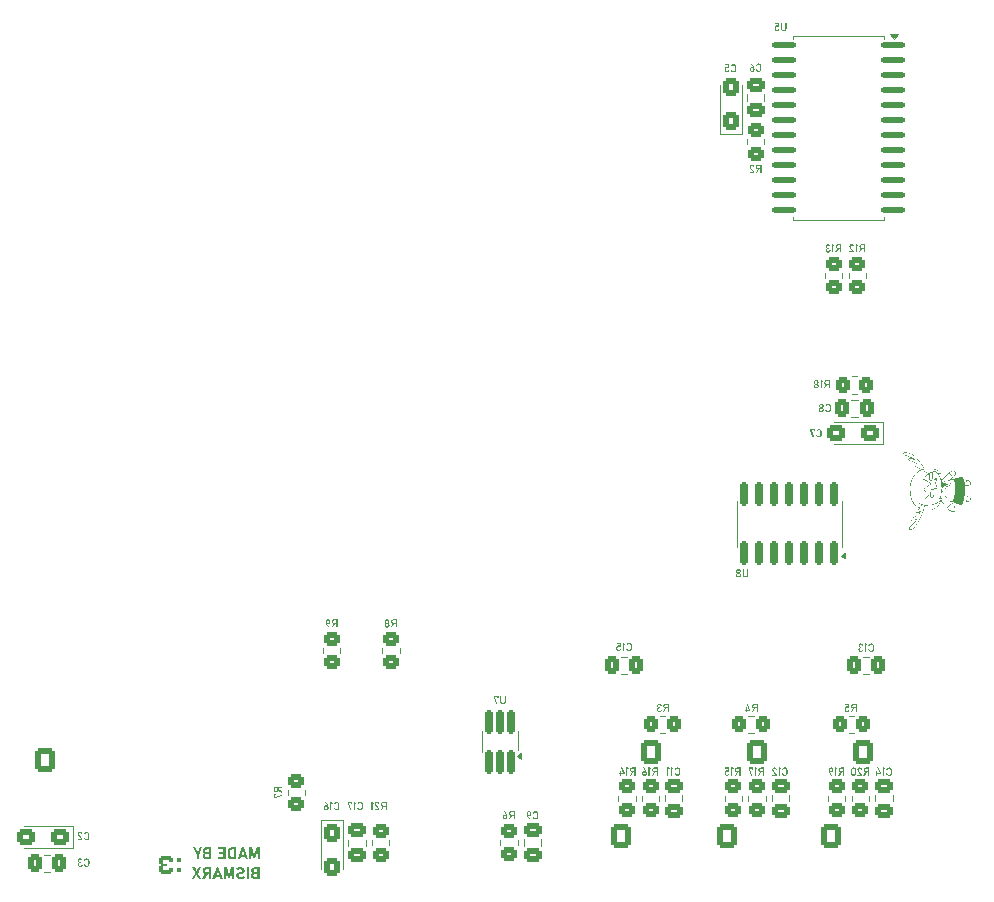
<source format=gbo>
G04 #@! TF.GenerationSoftware,KiCad,Pcbnew,8.0.4*
G04 #@! TF.CreationDate,2024-11-10T19:37:50+01:00*
G04 #@! TF.ProjectId,SchrackCounter,53636872-6163-46b4-936f-756e7465722e,v0.0.4*
G04 #@! TF.SameCoordinates,Original*
G04 #@! TF.FileFunction,Legend,Bot*
G04 #@! TF.FilePolarity,Positive*
%FSLAX46Y46*%
G04 Gerber Fmt 4.6, Leading zero omitted, Abs format (unit mm)*
G04 Created by KiCad (PCBNEW 8.0.4) date 2024-11-10 19:37:50*
%MOMM*%
%LPD*%
G01*
G04 APERTURE LIST*
G04 Aperture macros list*
%AMRoundRect*
0 Rectangle with rounded corners*
0 $1 Rounding radius*
0 $2 $3 $4 $5 $6 $7 $8 $9 X,Y pos of 4 corners*
0 Add a 4 corners polygon primitive as box body*
4,1,4,$2,$3,$4,$5,$6,$7,$8,$9,$2,$3,0*
0 Add four circle primitives for the rounded corners*
1,1,$1+$1,$2,$3*
1,1,$1+$1,$4,$5*
1,1,$1+$1,$6,$7*
1,1,$1+$1,$8,$9*
0 Add four rect primitives between the rounded corners*
20,1,$1+$1,$2,$3,$4,$5,0*
20,1,$1+$1,$4,$5,$6,$7,0*
20,1,$1+$1,$6,$7,$8,$9,0*
20,1,$1+$1,$8,$9,$2,$3,0*%
G04 Aperture macros list end*
%ADD10C,0.250000*%
%ADD11C,0.175000*%
%ADD12C,0.150000*%
%ADD13C,0.120000*%
%ADD14C,0.000000*%
%ADD15R,1.600000X1.600000*%
%ADD16C,1.600000*%
%ADD17RoundRect,0.250000X0.600000X0.750000X-0.600000X0.750000X-0.600000X-0.750000X0.600000X-0.750000X0*%
%ADD18O,1.700000X2.000000*%
%ADD19C,0.800000*%
%ADD20C,6.400000*%
%ADD21RoundRect,0.250000X-0.600000X-0.750000X0.600000X-0.750000X0.600000X0.750000X-0.600000X0.750000X0*%
%ADD22C,0.600000*%
%ADD23O,1.104000X2.204000*%
%ADD24O,1.104000X1.904000*%
%ADD25RoundRect,0.250000X-0.425000X0.537500X-0.425000X-0.537500X0.425000X-0.537500X0.425000X0.537500X0*%
%ADD26RoundRect,0.250000X0.450000X-0.350000X0.450000X0.350000X-0.450000X0.350000X-0.450000X-0.350000X0*%
%ADD27RoundRect,0.137500X0.862500X0.137500X-0.862500X0.137500X-0.862500X-0.137500X0.862500X-0.137500X0*%
%ADD28RoundRect,0.250000X0.350000X0.450000X-0.350000X0.450000X-0.350000X-0.450000X0.350000X-0.450000X0*%
%ADD29RoundRect,0.250000X-0.450000X0.350000X-0.450000X-0.350000X0.450000X-0.350000X0.450000X0.350000X0*%
%ADD30RoundRect,0.162500X0.162500X-0.837500X0.162500X0.837500X-0.162500X0.837500X-0.162500X-0.837500X0*%
%ADD31RoundRect,0.250000X0.537500X0.425000X-0.537500X0.425000X-0.537500X-0.425000X0.537500X-0.425000X0*%
%ADD32RoundRect,0.250000X0.475000X-0.337500X0.475000X0.337500X-0.475000X0.337500X-0.475000X-0.337500X0*%
%ADD33RoundRect,0.250000X-0.475000X0.337500X-0.475000X-0.337500X0.475000X-0.337500X0.475000X0.337500X0*%
%ADD34RoundRect,0.250000X0.337500X0.475000X-0.337500X0.475000X-0.337500X-0.475000X0.337500X-0.475000X0*%
%ADD35RoundRect,0.250000X-0.350000X-0.450000X0.350000X-0.450000X0.350000X0.450000X-0.350000X0.450000X0*%
%ADD36RoundRect,0.250000X-0.337500X-0.475000X0.337500X-0.475000X0.337500X0.475000X-0.337500X0.475000X0*%
%ADD37RoundRect,0.150000X0.150000X-0.825000X0.150000X0.825000X-0.150000X0.825000X-0.150000X-0.825000X0*%
%ADD38RoundRect,0.250000X0.425000X-0.537500X0.425000X0.537500X-0.425000X0.537500X-0.425000X-0.537500X0*%
G04 APERTURE END LIST*
D10*
G36*
X183704605Y-134905889D02*
G01*
X183515073Y-134235931D01*
X183268387Y-134235931D01*
X183268387Y-135230000D01*
X183438625Y-135230000D01*
X183438625Y-134458192D01*
X183431786Y-134501912D01*
X183621807Y-135119357D01*
X183787159Y-135119357D01*
X183977180Y-134515589D01*
X183970341Y-134458192D01*
X183970341Y-135230000D01*
X184140579Y-135230000D01*
X184140579Y-134235931D01*
X183893893Y-134235931D01*
X183704605Y-134905889D01*
G37*
G36*
X183159699Y-135230000D02*
G01*
X182779658Y-134235931D01*
X182660711Y-134235931D01*
X182280669Y-135230000D01*
X182482170Y-135230000D01*
X182720062Y-134551249D01*
X182957955Y-135230000D01*
X183159699Y-135230000D01*
G37*
G36*
X182977250Y-135070753D02*
G01*
X182977250Y-134890258D01*
X182454326Y-134890258D01*
X182454326Y-135070753D01*
X182977250Y-135070753D01*
G37*
G36*
X182064026Y-135230000D02*
G01*
X182064026Y-135049504D01*
X181825401Y-135049504D01*
X181771777Y-135045139D01*
X181722213Y-135030255D01*
X181682519Y-135004808D01*
X181651710Y-134966087D01*
X181635120Y-134917338D01*
X181631960Y-134879267D01*
X181631960Y-134586664D01*
X181637935Y-134535105D01*
X181658079Y-134488800D01*
X181682519Y-134460879D01*
X181726311Y-134433791D01*
X181776772Y-134419943D01*
X181825401Y-134416427D01*
X182064026Y-134416427D01*
X182064026Y-134235931D01*
X181829553Y-134235931D01*
X181773092Y-134238215D01*
X181720793Y-134245066D01*
X181672657Y-134256485D01*
X181620387Y-134276218D01*
X181574110Y-134302527D01*
X181540125Y-134329476D01*
X181505346Y-134367143D01*
X181477763Y-134410168D01*
X181457375Y-134458551D01*
X181444183Y-134512292D01*
X181438687Y-134561169D01*
X181437787Y-134592281D01*
X181437787Y-134873893D01*
X181440520Y-134925291D01*
X181448717Y-134973483D01*
X181464472Y-135023868D01*
X181481507Y-135060251D01*
X181509538Y-135102531D01*
X181544447Y-135139248D01*
X181586234Y-135170400D01*
X181612421Y-135185303D01*
X181658736Y-135204858D01*
X181710484Y-135218825D01*
X181760223Y-135226464D01*
X181814122Y-135229825D01*
X181830286Y-135230000D01*
X182064026Y-135230000D01*
G37*
G36*
X182158304Y-135230000D02*
G01*
X182158304Y-134235931D01*
X181970969Y-134235931D01*
X181970969Y-135230000D01*
X182158304Y-135230000D01*
G37*
G36*
X181253628Y-135230000D02*
G01*
X181253628Y-134235931D01*
X181066294Y-134235931D01*
X181066294Y-135230000D01*
X181253628Y-135230000D01*
G37*
G36*
X181185973Y-135230000D02*
G01*
X181185973Y-135049504D01*
X180587822Y-135049504D01*
X180587822Y-135230000D01*
X181185973Y-135230000D01*
G37*
G36*
X181185973Y-134826755D02*
G01*
X181185973Y-134646259D01*
X180663049Y-134646259D01*
X180663049Y-134826755D01*
X181185973Y-134826755D01*
G37*
G36*
X181185973Y-134416427D02*
G01*
X181185973Y-134235931D01*
X180587822Y-134235931D01*
X180587822Y-134416427D01*
X181185973Y-134416427D01*
G37*
G36*
X179960118Y-135230000D02*
G01*
X179960118Y-135049504D01*
X179643091Y-135049504D01*
X179592448Y-135043567D01*
X179548194Y-135022241D01*
X179543684Y-135018485D01*
X179515048Y-134975509D01*
X179508269Y-134931290D01*
X179508269Y-134929337D01*
X179517123Y-134878900D01*
X179543684Y-134841409D01*
X179589256Y-134817206D01*
X179639105Y-134810421D01*
X179643091Y-134810390D01*
X179960118Y-134810390D01*
X179960118Y-134629895D01*
X179643091Y-134629895D01*
X179594390Y-134623455D01*
X179553210Y-134600586D01*
X179526494Y-134557139D01*
X179521214Y-134517787D01*
X179532494Y-134467905D01*
X179553210Y-134442805D01*
X179597276Y-134421476D01*
X179643091Y-134416427D01*
X179960118Y-134416427D01*
X179960118Y-134235931D01*
X179636741Y-134235931D01*
X179584720Y-134238413D01*
X179529824Y-134247581D01*
X179481169Y-134263504D01*
X179433206Y-134289974D01*
X179412281Y-134306517D01*
X179377446Y-134345321D01*
X179352564Y-134391392D01*
X179337635Y-134444728D01*
X179332736Y-134497358D01*
X179332658Y-134505331D01*
X179337643Y-134556694D01*
X179354642Y-134606305D01*
X179383705Y-134648702D01*
X179423625Y-134682560D01*
X179468581Y-134705077D01*
X179516097Y-134718611D01*
X179527564Y-134720753D01*
X179475340Y-134732253D01*
X179430226Y-134751365D01*
X179388437Y-134781528D01*
X179374180Y-134796224D01*
X179345457Y-134838494D01*
X179327373Y-134888063D01*
X179320192Y-134938916D01*
X179319713Y-134957180D01*
X179319713Y-134959378D01*
X179323547Y-135013112D01*
X179335047Y-135061259D01*
X179357579Y-135109444D01*
X179390124Y-135150331D01*
X179399825Y-135159413D01*
X179443865Y-135190295D01*
X179489137Y-135210078D01*
X179540697Y-135223106D01*
X179589896Y-135228897D01*
X179625261Y-135230000D01*
X179960118Y-135230000D01*
G37*
G36*
X180042184Y-135230000D02*
G01*
X180042184Y-134235931D01*
X179854849Y-134235931D01*
X179854849Y-135230000D01*
X180042184Y-135230000D01*
G37*
G36*
X178509560Y-134235931D02*
G01*
X178802163Y-134846538D01*
X178802163Y-135230000D01*
X178989497Y-135230000D01*
X178989497Y-134846538D01*
X179282100Y-134235931D01*
X179085973Y-134235931D01*
X178895952Y-134664089D01*
X178705931Y-134235931D01*
X178509560Y-134235931D01*
G37*
G36*
X184058513Y-136910000D02*
G01*
X184058513Y-136729504D01*
X183741486Y-136729504D01*
X183690843Y-136723567D01*
X183646589Y-136702241D01*
X183642079Y-136698485D01*
X183613443Y-136655509D01*
X183606664Y-136611290D01*
X183606664Y-136609337D01*
X183615518Y-136558900D01*
X183642079Y-136521409D01*
X183687651Y-136497206D01*
X183737500Y-136490421D01*
X183741486Y-136490390D01*
X184058513Y-136490390D01*
X184058513Y-136309895D01*
X183741486Y-136309895D01*
X183692785Y-136303455D01*
X183651605Y-136280586D01*
X183624889Y-136237139D01*
X183619609Y-136197787D01*
X183630888Y-136147905D01*
X183651605Y-136122805D01*
X183695671Y-136101476D01*
X183741486Y-136096427D01*
X184058513Y-136096427D01*
X184058513Y-135915931D01*
X183735136Y-135915931D01*
X183683115Y-135918413D01*
X183628219Y-135927581D01*
X183579564Y-135943504D01*
X183531601Y-135969974D01*
X183510676Y-135986517D01*
X183475841Y-136025321D01*
X183450959Y-136071392D01*
X183436030Y-136124728D01*
X183431131Y-136177358D01*
X183431053Y-136185331D01*
X183436038Y-136236694D01*
X183453037Y-136286305D01*
X183482100Y-136328702D01*
X183522020Y-136362560D01*
X183566976Y-136385077D01*
X183614492Y-136398611D01*
X183625959Y-136400753D01*
X183573735Y-136412253D01*
X183528621Y-136431365D01*
X183486832Y-136461528D01*
X183472575Y-136476224D01*
X183443852Y-136518494D01*
X183425768Y-136568063D01*
X183418587Y-136618916D01*
X183418108Y-136637180D01*
X183418108Y-136639378D01*
X183421942Y-136693112D01*
X183433442Y-136741259D01*
X183455974Y-136789444D01*
X183488519Y-136830331D01*
X183498220Y-136839413D01*
X183542260Y-136870295D01*
X183587532Y-136890078D01*
X183639092Y-136903106D01*
X183688291Y-136908897D01*
X183723656Y-136910000D01*
X184058513Y-136910000D01*
G37*
G36*
X184140579Y-136910000D02*
G01*
X184140579Y-135915931D01*
X183953244Y-135915931D01*
X183953244Y-136910000D01*
X184140579Y-136910000D01*
G37*
G36*
X183056385Y-135915931D02*
G01*
X183056385Y-136910000D01*
X183250558Y-136910000D01*
X183250558Y-135915931D01*
X183056385Y-135915931D01*
G37*
G36*
X182539567Y-136920258D02*
G01*
X182592461Y-136918231D01*
X182644530Y-136912152D01*
X182678785Y-136905847D01*
X182728542Y-136893185D01*
X182775963Y-136876813D01*
X182806280Y-136863838D01*
X182852608Y-136839519D01*
X182895147Y-136811410D01*
X182913503Y-136797159D01*
X182826796Y-136642798D01*
X182785229Y-136672666D01*
X182739448Y-136697455D01*
X182694173Y-136715582D01*
X182646750Y-136729106D01*
X182598517Y-136737621D01*
X182549473Y-136741128D01*
X182539567Y-136741228D01*
X182486330Y-136738199D01*
X182437025Y-136727869D01*
X182397418Y-136710209D01*
X182361128Y-136675318D01*
X182346909Y-136625798D01*
X182346859Y-136622281D01*
X182346859Y-136621549D01*
X182357799Y-136573754D01*
X182372260Y-136555603D01*
X182414586Y-136529691D01*
X182438939Y-136521653D01*
X182487617Y-136510448D01*
X182528576Y-136503335D01*
X182579720Y-136494633D01*
X182627713Y-136485129D01*
X182646301Y-136481109D01*
X182696457Y-136466363D01*
X182743059Y-136445633D01*
X182755722Y-136438611D01*
X182795626Y-136408411D01*
X182828144Y-136368673D01*
X182836078Y-136355568D01*
X182854533Y-136310002D01*
X182863968Y-136259301D01*
X182866364Y-136211465D01*
X182866364Y-136210732D01*
X182862998Y-136158462D01*
X182850562Y-136103341D01*
X182828964Y-136054531D01*
X182798203Y-136012033D01*
X182770621Y-135985540D01*
X182724946Y-135954515D01*
X182679769Y-135933987D01*
X182629027Y-135919058D01*
X182572722Y-135909727D01*
X182521550Y-135906228D01*
X182500000Y-135905917D01*
X182449362Y-135908565D01*
X182398200Y-135916507D01*
X182346513Y-135929745D01*
X182336113Y-135933028D01*
X182290054Y-135949957D01*
X182241052Y-135973026D01*
X182194341Y-136000580D01*
X182180774Y-136009720D01*
X182259909Y-136168234D01*
X182303712Y-136140654D01*
X182349027Y-136118363D01*
X182380076Y-136106441D01*
X182430032Y-136092524D01*
X182481938Y-136085472D01*
X182500000Y-136084947D01*
X182549964Y-136087714D01*
X182599973Y-136098339D01*
X182633356Y-136113279D01*
X182668710Y-136147351D01*
X182680495Y-136192903D01*
X182680495Y-136193635D01*
X182670593Y-136242303D01*
X182652407Y-136266175D01*
X182610714Y-136291840D01*
X182579378Y-136302568D01*
X182529439Y-136314801D01*
X182482170Y-136324794D01*
X182432088Y-136335392D01*
X182382286Y-136347955D01*
X182368108Y-136351905D01*
X182320183Y-136368674D01*
X182275998Y-136390774D01*
X182264061Y-136398066D01*
X182224108Y-136431222D01*
X182194469Y-136471173D01*
X182189078Y-136480865D01*
X182170893Y-136528731D01*
X182162746Y-136577356D01*
X182160990Y-136617397D01*
X182160990Y-136618862D01*
X182164477Y-136670368D01*
X182177356Y-136724749D01*
X182199726Y-136772983D01*
X182231586Y-136815069D01*
X182260153Y-136841367D01*
X182307333Y-136872107D01*
X182353988Y-136892446D01*
X182406378Y-136907238D01*
X182464504Y-136916483D01*
X182517324Y-136919950D01*
X182539567Y-136920258D01*
G37*
G36*
X181567969Y-136585889D02*
G01*
X181378436Y-135915931D01*
X181131751Y-135915931D01*
X181131751Y-136910000D01*
X181301988Y-136910000D01*
X181301988Y-136138192D01*
X181295150Y-136181912D01*
X181485170Y-136799357D01*
X181650523Y-136799357D01*
X181840544Y-136195589D01*
X181833705Y-136138192D01*
X181833705Y-136910000D01*
X182003942Y-136910000D01*
X182003942Y-135915931D01*
X181757257Y-135915931D01*
X181567969Y-136585889D01*
G37*
G36*
X181023063Y-136910000D02*
G01*
X180643021Y-135915931D01*
X180524075Y-135915931D01*
X180144033Y-136910000D01*
X180345533Y-136910000D01*
X180583426Y-136231249D01*
X180821318Y-136910000D01*
X181023063Y-136910000D01*
G37*
G36*
X180840614Y-136750753D02*
G01*
X180840614Y-136570258D01*
X180317690Y-136570258D01*
X180317690Y-136750753D01*
X180840614Y-136750753D01*
G37*
G36*
X179947173Y-136510174D02*
G01*
X179947173Y-136329678D01*
X179601325Y-136329678D01*
X179553450Y-136317180D01*
X179531228Y-136297683D01*
X179508945Y-136252165D01*
X179504117Y-136212686D01*
X179511561Y-136162682D01*
X179530495Y-136128178D01*
X179572900Y-136099748D01*
X179601325Y-136095938D01*
X179947173Y-136095938D01*
X179947173Y-135915443D01*
X179586182Y-135915443D01*
X179536613Y-135919044D01*
X179486771Y-135931326D01*
X179441835Y-135952323D01*
X179402474Y-135981257D01*
X179367040Y-136020985D01*
X179345603Y-136056371D01*
X179326135Y-136105035D01*
X179315450Y-136153884D01*
X179311443Y-136207121D01*
X179311409Y-136212686D01*
X179314796Y-136266491D01*
X179324957Y-136315860D01*
X179343958Y-136365041D01*
X179346092Y-136369246D01*
X179372971Y-136411734D01*
X179409602Y-136450053D01*
X179442079Y-136473293D01*
X179486876Y-136494291D01*
X179536637Y-136506572D01*
X179586182Y-136510174D01*
X179947173Y-136510174D01*
G37*
G36*
X180021667Y-136910000D02*
G01*
X180021667Y-135915443D01*
X179834333Y-135915443D01*
X179834333Y-136910000D01*
X180021667Y-136910000D01*
G37*
G36*
X179496789Y-136910000D02*
G01*
X179738101Y-136479399D01*
X179537822Y-136447892D01*
X179269644Y-136910000D01*
X179496789Y-136910000D01*
G37*
G36*
X178621912Y-136910000D02*
G01*
X178862491Y-136503335D01*
X178881542Y-136471095D01*
X179210293Y-135915931D01*
X179012944Y-135915931D01*
X178789951Y-136292798D01*
X178764061Y-136337250D01*
X178424319Y-136910000D01*
X178621912Y-136910000D01*
G37*
G36*
X179218597Y-136910000D02*
G01*
X178860293Y-136298171D01*
X178636810Y-135915931D01*
X178439218Y-135915931D01*
X178768213Y-136477934D01*
X179021004Y-136910000D01*
X179218597Y-136910000D01*
G37*
D11*
G36*
X190653147Y-131090180D02*
G01*
X190688356Y-131088161D01*
X190725284Y-131081061D01*
X190759372Y-131068848D01*
X190780519Y-131057867D01*
X190809264Y-131037635D01*
X190834140Y-131013292D01*
X190855149Y-130984837D01*
X190865149Y-130967253D01*
X190879695Y-130932821D01*
X190888628Y-130899626D01*
X190893800Y-130863995D01*
X190895240Y-130830819D01*
X190895240Y-130639845D01*
X190893359Y-130601869D01*
X190887717Y-130566414D01*
X190878314Y-130533481D01*
X190865149Y-130503069D01*
X190846289Y-130472262D01*
X190823562Y-130445619D01*
X190796966Y-130423142D01*
X190780519Y-130412455D01*
X190748325Y-130396835D01*
X190713290Y-130386327D01*
X190675415Y-130380931D01*
X190653147Y-130380142D01*
X190616445Y-130382663D01*
X190581780Y-130390226D01*
X190549152Y-130402832D01*
X190542871Y-130405958D01*
X190513165Y-130424114D01*
X190486665Y-130446310D01*
X190463370Y-130472546D01*
X190459096Y-130478279D01*
X190440165Y-130508789D01*
X190425476Y-130542406D01*
X190415881Y-130575316D01*
X190413447Y-130586845D01*
X190513464Y-130586845D01*
X190526566Y-130553604D01*
X190543897Y-130528202D01*
X190570127Y-130503498D01*
X190593820Y-130489221D01*
X190626728Y-130477885D01*
X190653147Y-130475201D01*
X190687223Y-130478785D01*
X190720421Y-130491174D01*
X190748712Y-130512411D01*
X190756241Y-130520508D01*
X190776798Y-130551557D01*
X190788789Y-130584354D01*
X190794614Y-130621749D01*
X190795223Y-130639845D01*
X190795223Y-130830819D01*
X190792786Y-130866092D01*
X190784221Y-130901406D01*
X190767471Y-130935219D01*
X190756241Y-130949985D01*
X190729424Y-130973697D01*
X190697698Y-130988627D01*
X190661063Y-130994774D01*
X190653147Y-130994950D01*
X190617070Y-130990210D01*
X190585322Y-130977419D01*
X190567491Y-130966227D01*
X190541060Y-130941126D01*
X190523337Y-130911866D01*
X190513464Y-130883478D01*
X190413447Y-130883478D01*
X190421923Y-130917239D01*
X190435434Y-130951834D01*
X190453252Y-130983357D01*
X190459438Y-130992214D01*
X190482148Y-131019169D01*
X190507964Y-131042116D01*
X190536885Y-131061057D01*
X190543042Y-131064364D01*
X190575172Y-131077978D01*
X190609373Y-131086550D01*
X190645644Y-131090079D01*
X190653147Y-131090180D01*
G37*
G36*
X190121430Y-130387323D02*
G01*
X190121430Y-131083000D01*
X190219054Y-131083000D01*
X190219054Y-130493495D01*
X190318045Y-130554189D01*
X190318045Y-130453317D01*
X190219054Y-130387323D01*
X190121430Y-130387323D01*
G37*
G36*
X189929773Y-130686862D02*
G01*
X189943433Y-130716491D01*
X189955954Y-130749893D01*
X189965847Y-130784144D01*
X189971233Y-130809020D01*
X189976426Y-130845052D01*
X189978157Y-130879545D01*
X189978157Y-130880058D01*
X189977712Y-130898416D01*
X189973215Y-130938178D01*
X189963874Y-130973636D01*
X189949691Y-131004791D01*
X189927550Y-131035128D01*
X189921040Y-131041794D01*
X189891756Y-131064159D01*
X189857279Y-131079643D01*
X189822852Y-131087546D01*
X189784448Y-131090180D01*
X189773008Y-131089963D01*
X189735554Y-131085771D01*
X189702126Y-131076246D01*
X189668851Y-131058829D01*
X189640833Y-131034444D01*
X189628932Y-131019802D01*
X189609890Y-130986271D01*
X189598436Y-130952285D01*
X189591840Y-130913963D01*
X189590433Y-130885358D01*
X189687679Y-130885358D01*
X189687679Y-130885871D01*
X189688288Y-130901890D01*
X189695577Y-130937954D01*
X189712641Y-130967766D01*
X189719186Y-130974458D01*
X189749915Y-130991606D01*
X189784448Y-130996318D01*
X189792857Y-130996068D01*
X189827293Y-130988308D01*
X189855401Y-130967937D01*
X189863942Y-130956370D01*
X189876999Y-130922696D01*
X189880533Y-130886384D01*
X189880533Y-130885871D01*
X189879692Y-130864876D01*
X189872960Y-130828475D01*
X189856597Y-130795428D01*
X189851938Y-130789684D01*
X189823503Y-130769438D01*
X189789235Y-130763286D01*
X189774506Y-130764066D01*
X189741366Y-130773402D01*
X189714008Y-130795257D01*
X189701281Y-130815241D01*
X189690790Y-130848408D01*
X189687679Y-130885358D01*
X189590433Y-130885358D01*
X189590055Y-130877665D01*
X189590055Y-130877323D01*
X189590231Y-130865103D01*
X189593612Y-130825100D01*
X189601296Y-130789401D01*
X189615348Y-130753872D01*
X189635020Y-130723963D01*
X189656460Y-130702778D01*
X189689218Y-130683186D01*
X189723241Y-130672992D01*
X189761880Y-130669594D01*
X189797857Y-130674219D01*
X189828160Y-130689705D01*
X189673318Y-130387323D01*
X189778635Y-130387323D01*
X189929773Y-130686862D01*
G37*
G36*
X233362242Y-83576260D02*
G01*
X233362242Y-83483423D01*
X233124936Y-83483423D01*
X233090893Y-83477762D01*
X233061536Y-83459132D01*
X233056548Y-83453846D01*
X233038900Y-83424150D01*
X233031362Y-83390012D01*
X233030731Y-83375199D01*
X233034992Y-83338769D01*
X233049110Y-83306606D01*
X233056548Y-83296895D01*
X233084432Y-83275542D01*
X233119680Y-83267263D01*
X233124936Y-83267146D01*
X233362242Y-83267146D01*
X233362242Y-83174310D01*
X233128697Y-83174310D01*
X233092249Y-83176764D01*
X233058773Y-83184127D01*
X233025382Y-83197896D01*
X233022525Y-83199442D01*
X232993663Y-83219064D01*
X232969609Y-83243374D01*
X232951914Y-83269540D01*
X232937605Y-83302312D01*
X232929236Y-83338802D01*
X232926782Y-83375199D01*
X232929269Y-83411450D01*
X232937752Y-83447932D01*
X232952256Y-83480859D01*
X232972016Y-83509526D01*
X232996503Y-83533466D01*
X233022867Y-83551128D01*
X233055736Y-83565436D01*
X233092282Y-83573806D01*
X233128697Y-83576260D01*
X233362242Y-83576260D01*
G37*
G36*
X233404814Y-83870500D02*
G01*
X233404814Y-83174310D01*
X233307190Y-83174310D01*
X233307190Y-83870500D01*
X233404814Y-83870500D01*
G37*
G36*
X233013463Y-83870500D02*
G01*
X233172807Y-83554718D01*
X233075696Y-83532663D01*
X232897546Y-83870500D01*
X233013463Y-83870500D01*
G37*
G36*
X232612539Y-83174823D02*
G01*
X232612539Y-83870500D01*
X232710163Y-83870500D01*
X232710163Y-83280995D01*
X232809154Y-83341689D01*
X232809154Y-83240817D01*
X232710163Y-83174823D01*
X232612539Y-83174823D01*
G37*
G36*
X232275044Y-83877680D02*
G01*
X232310383Y-83875610D01*
X232345978Y-83868550D01*
X232378139Y-83856480D01*
X232408897Y-83837807D01*
X232434751Y-83813844D01*
X232449262Y-83794931D01*
X232466597Y-83762369D01*
X232477798Y-83728254D01*
X232483627Y-83697307D01*
X232384123Y-83697307D01*
X232374067Y-83732037D01*
X232352236Y-83760429D01*
X232348732Y-83763130D01*
X232315948Y-83778646D01*
X232280601Y-83783737D01*
X232275044Y-83783818D01*
X232239315Y-83779557D01*
X232206995Y-83764052D01*
X232199988Y-83758001D01*
X232180721Y-83729178D01*
X232173382Y-83693938D01*
X232173146Y-83685339D01*
X232173146Y-83664310D01*
X232176704Y-83628542D01*
X232189850Y-83595261D01*
X232198449Y-83583783D01*
X232226830Y-83563289D01*
X232261724Y-83555482D01*
X232270257Y-83555231D01*
X232319496Y-83555231D01*
X232319496Y-83462394D01*
X232270257Y-83462394D01*
X232235798Y-83457022D01*
X232206827Y-83437945D01*
X232189484Y-83406323D01*
X232184622Y-83371803D01*
X232184601Y-83369045D01*
X232184601Y-83347502D01*
X232189823Y-83313006D01*
X232208366Y-83283901D01*
X232239080Y-83266292D01*
X232275557Y-83261333D01*
X232309537Y-83266548D01*
X232337961Y-83282192D01*
X232359589Y-83309077D01*
X232371921Y-83342489D01*
X232373181Y-83348015D01*
X232472172Y-83348015D01*
X232463914Y-83312190D01*
X232450188Y-83275835D01*
X232431889Y-83244373D01*
X232409017Y-83217806D01*
X232405836Y-83214830D01*
X232378395Y-83194185D01*
X232347535Y-83179439D01*
X232313256Y-83170591D01*
X232275557Y-83167642D01*
X232238093Y-83169908D01*
X232204539Y-83176707D01*
X232170981Y-83190026D01*
X232142531Y-83209266D01*
X232136216Y-83215001D01*
X232112414Y-83244696D01*
X232097796Y-83276224D01*
X232089333Y-83312582D01*
X232086977Y-83348357D01*
X232086977Y-83359983D01*
X232090310Y-83394217D01*
X232101550Y-83427877D01*
X232115187Y-83450597D01*
X232139638Y-83476611D01*
X232170677Y-83496951D01*
X232195030Y-83507359D01*
X232161951Y-83517945D01*
X232131350Y-83536762D01*
X232106809Y-83563095D01*
X232088996Y-83595974D01*
X232079219Y-83630702D01*
X232075644Y-83665898D01*
X232075522Y-83674226D01*
X232075522Y-83685852D01*
X232078017Y-83723831D01*
X232085503Y-83757884D01*
X232100169Y-83791992D01*
X232121353Y-83820972D01*
X232127668Y-83827415D01*
X232156433Y-83849406D01*
X232190585Y-83865114D01*
X232224885Y-83873704D01*
X232263308Y-83877484D01*
X232275044Y-83877680D01*
G37*
G36*
X228517225Y-65127680D02*
G01*
X228552279Y-65126027D01*
X228590971Y-65119680D01*
X228625985Y-65108572D01*
X228657321Y-65092704D01*
X228684978Y-65072076D01*
X228697427Y-65059976D01*
X228719100Y-65032628D01*
X228736288Y-65001360D01*
X228748993Y-64966174D01*
X228757213Y-64927068D01*
X228760638Y-64891487D01*
X228761199Y-64868832D01*
X228761199Y-64424823D01*
X228663575Y-64424823D01*
X228663575Y-64872080D01*
X228661181Y-64907973D01*
X228652767Y-64943218D01*
X228636311Y-64976003D01*
X228625278Y-64989878D01*
X228598270Y-65011787D01*
X228565118Y-65025582D01*
X228530027Y-65031059D01*
X228517225Y-65031424D01*
X228480131Y-65028138D01*
X228444849Y-65016778D01*
X228415811Y-64997303D01*
X228408317Y-64989878D01*
X228388031Y-64960450D01*
X228376197Y-64928225D01*
X228370450Y-64890564D01*
X228369849Y-64872080D01*
X228369849Y-64424823D01*
X228272225Y-64424823D01*
X228272225Y-64868832D01*
X228273790Y-64906046D01*
X228278486Y-64940539D01*
X228288253Y-64978338D01*
X228302529Y-65012218D01*
X228321312Y-65042179D01*
X228336339Y-65059976D01*
X228362232Y-65082985D01*
X228391829Y-65101233D01*
X228425128Y-65114721D01*
X228462130Y-65123449D01*
X228502834Y-65127416D01*
X228517225Y-65127680D01*
G37*
G36*
X227929601Y-65127680D02*
G01*
X227967503Y-65124827D01*
X228001878Y-65116268D01*
X228036336Y-65099818D01*
X228060051Y-65082031D01*
X228083143Y-65056781D01*
X228101468Y-65026851D01*
X228115029Y-64992240D01*
X228122984Y-64958116D01*
X228123823Y-64952949D01*
X228123823Y-64952607D01*
X228026199Y-64952607D01*
X228026199Y-64952949D01*
X228015898Y-64987015D01*
X227995595Y-65012617D01*
X227964368Y-65029159D01*
X227929601Y-65033818D01*
X227895038Y-65028654D01*
X227863852Y-65009863D01*
X227857110Y-65002530D01*
X227839579Y-64970245D01*
X227832366Y-64934758D01*
X227831464Y-64914310D01*
X227831464Y-64855838D01*
X227834494Y-64819747D01*
X227845890Y-64784960D01*
X227857110Y-64767788D01*
X227885811Y-64745454D01*
X227921004Y-64736945D01*
X227929601Y-64736672D01*
X227963504Y-64743460D01*
X227978327Y-64751033D01*
X228005402Y-64773460D01*
X228019531Y-64791211D01*
X228108606Y-64791211D01*
X228108606Y-64424823D01*
X227754015Y-64424823D01*
X227754015Y-64517488D01*
X228010983Y-64517488D01*
X228010983Y-64674097D01*
X227981234Y-64655632D01*
X227970292Y-64651187D01*
X227935959Y-64643493D01*
X227924301Y-64642980D01*
X227886479Y-64645647D01*
X227852601Y-64653649D01*
X227818711Y-64669324D01*
X227789973Y-64691967D01*
X227783593Y-64698717D01*
X227761826Y-64729438D01*
X227747882Y-64761000D01*
X227738699Y-64796930D01*
X227734618Y-64831205D01*
X227733840Y-64855838D01*
X227733840Y-64914310D01*
X227735643Y-64950899D01*
X227742305Y-64989483D01*
X227753876Y-65023650D01*
X227773110Y-65057289D01*
X227785131Y-65071944D01*
X227813331Y-65096329D01*
X227846809Y-65113746D01*
X227880432Y-65123271D01*
X227918097Y-65127463D01*
X227929601Y-65127680D01*
G37*
G36*
X234657344Y-122476260D02*
G01*
X234657344Y-122383423D01*
X234420038Y-122383423D01*
X234385995Y-122377762D01*
X234356638Y-122359132D01*
X234351650Y-122353846D01*
X234334002Y-122324150D01*
X234326464Y-122290012D01*
X234325833Y-122275199D01*
X234330094Y-122238769D01*
X234344212Y-122206606D01*
X234351650Y-122196895D01*
X234379534Y-122175542D01*
X234414782Y-122167263D01*
X234420038Y-122167146D01*
X234657344Y-122167146D01*
X234657344Y-122074310D01*
X234423799Y-122074310D01*
X234387351Y-122076764D01*
X234353875Y-122084127D01*
X234320484Y-122097896D01*
X234317627Y-122099442D01*
X234288765Y-122119064D01*
X234264711Y-122143374D01*
X234247016Y-122169540D01*
X234232707Y-122202312D01*
X234224338Y-122238802D01*
X234221884Y-122275199D01*
X234224371Y-122311450D01*
X234232854Y-122347932D01*
X234247358Y-122380859D01*
X234267118Y-122409526D01*
X234291605Y-122433466D01*
X234317969Y-122451128D01*
X234350838Y-122465436D01*
X234387384Y-122473806D01*
X234423799Y-122476260D01*
X234657344Y-122476260D01*
G37*
G36*
X234699916Y-122770500D02*
G01*
X234699916Y-122074310D01*
X234602292Y-122074310D01*
X234602292Y-122770500D01*
X234699916Y-122770500D01*
G37*
G36*
X234308565Y-122770500D02*
G01*
X234467909Y-122454718D01*
X234370798Y-122432663D01*
X234192648Y-122770500D01*
X234308565Y-122770500D01*
G37*
G36*
X233881311Y-122777680D02*
G01*
X233919213Y-122774827D01*
X233953589Y-122766268D01*
X233988046Y-122749818D01*
X234011761Y-122732031D01*
X234034853Y-122706781D01*
X234053179Y-122676851D01*
X234066739Y-122642240D01*
X234074695Y-122608116D01*
X234075533Y-122602949D01*
X234075533Y-122602607D01*
X233977909Y-122602607D01*
X233977909Y-122602949D01*
X233967608Y-122637015D01*
X233947306Y-122662617D01*
X233916078Y-122679159D01*
X233881311Y-122683818D01*
X233846748Y-122678654D01*
X233815563Y-122659863D01*
X233808820Y-122652530D01*
X233791289Y-122620245D01*
X233784076Y-122584758D01*
X233783175Y-122564310D01*
X233783175Y-122505838D01*
X233786205Y-122469747D01*
X233797600Y-122434960D01*
X233808820Y-122417788D01*
X233837521Y-122395454D01*
X233872714Y-122386945D01*
X233881311Y-122386672D01*
X233915215Y-122393460D01*
X233930038Y-122401033D01*
X233957112Y-122423460D01*
X233971242Y-122441211D01*
X234060317Y-122441211D01*
X234060317Y-122074823D01*
X233705725Y-122074823D01*
X233705725Y-122167488D01*
X233962693Y-122167488D01*
X233962693Y-122324097D01*
X233932944Y-122305632D01*
X233922002Y-122301187D01*
X233887669Y-122293493D01*
X233876011Y-122292980D01*
X233838190Y-122295647D01*
X233804311Y-122303649D01*
X233770422Y-122319324D01*
X233741683Y-122341967D01*
X233735303Y-122348717D01*
X233713536Y-122379438D01*
X233699592Y-122411000D01*
X233690409Y-122446930D01*
X233686328Y-122481205D01*
X233685551Y-122505838D01*
X233685551Y-122564310D01*
X233687354Y-122600899D01*
X233694016Y-122639483D01*
X233705586Y-122673650D01*
X233724820Y-122707289D01*
X233736842Y-122721944D01*
X233765041Y-122746329D01*
X233798519Y-122763746D01*
X233832143Y-122773271D01*
X233869808Y-122777463D01*
X233881311Y-122777680D01*
G37*
G36*
X226593666Y-76826260D02*
G01*
X226593666Y-76733423D01*
X226356360Y-76733423D01*
X226322317Y-76727762D01*
X226292960Y-76709132D01*
X226287972Y-76703846D01*
X226270324Y-76674150D01*
X226262786Y-76640012D01*
X226262155Y-76625199D01*
X226266416Y-76588769D01*
X226280534Y-76556606D01*
X226287972Y-76546895D01*
X226315856Y-76525542D01*
X226351104Y-76517263D01*
X226356360Y-76517146D01*
X226593666Y-76517146D01*
X226593666Y-76424310D01*
X226360121Y-76424310D01*
X226323673Y-76426764D01*
X226290197Y-76434127D01*
X226256806Y-76447896D01*
X226253949Y-76449442D01*
X226225087Y-76469064D01*
X226201033Y-76493374D01*
X226183338Y-76519540D01*
X226169029Y-76552312D01*
X226160660Y-76588802D01*
X226158206Y-76625199D01*
X226160693Y-76661450D01*
X226169176Y-76697932D01*
X226183680Y-76730859D01*
X226203440Y-76759526D01*
X226227927Y-76783466D01*
X226254291Y-76801128D01*
X226287160Y-76815436D01*
X226323706Y-76823806D01*
X226360121Y-76826260D01*
X226593666Y-76826260D01*
G37*
G36*
X226636238Y-77120500D02*
G01*
X226636238Y-76424310D01*
X226538614Y-76424310D01*
X226538614Y-77120500D01*
X226636238Y-77120500D01*
G37*
G36*
X226244887Y-77120500D02*
G01*
X226404231Y-76804718D01*
X226307120Y-76782663D01*
X226128970Y-77120500D01*
X226244887Y-77120500D01*
G37*
G36*
X226022455Y-77120500D02*
G01*
X226022455Y-77035869D01*
X225779849Y-76712394D01*
X225760111Y-76682302D01*
X225747023Y-76654948D01*
X225737173Y-76620827D01*
X225735226Y-76598870D01*
X225735226Y-76598015D01*
X225740598Y-76563038D01*
X225759674Y-76533389D01*
X225789252Y-76516078D01*
X225823548Y-76510398D01*
X225829088Y-76510308D01*
X225862944Y-76515118D01*
X225894424Y-76532397D01*
X225897818Y-76535440D01*
X225918117Y-76563585D01*
X225928860Y-76598124D01*
X225930132Y-76606564D01*
X225930132Y-76607077D01*
X226031004Y-76607077D01*
X226031004Y-76606564D01*
X226023488Y-76569158D01*
X226012159Y-76535631D01*
X225994544Y-76502062D01*
X225971949Y-76473558D01*
X225965522Y-76467223D01*
X225937312Y-76445531D01*
X225905341Y-76430037D01*
X225869608Y-76420741D01*
X225835257Y-76417690D01*
X225830114Y-76417642D01*
X225791095Y-76419908D01*
X225756166Y-76426707D01*
X225721256Y-76440026D01*
X225691689Y-76459266D01*
X225685132Y-76465001D01*
X225662692Y-76491127D01*
X225646663Y-76522147D01*
X225637046Y-76558062D01*
X225633891Y-76593501D01*
X225633841Y-76598870D01*
X225633841Y-76599383D01*
X225637222Y-76634793D01*
X225646478Y-76669266D01*
X225649228Y-76676832D01*
X225663595Y-76709023D01*
X225681968Y-76740029D01*
X225691799Y-76753940D01*
X225893202Y-77027663D01*
X225630079Y-77027663D01*
X225630079Y-77120500D01*
X226022455Y-77120500D01*
G37*
G36*
X204747051Y-122090180D02*
G01*
X204782105Y-122088527D01*
X204820797Y-122082180D01*
X204855811Y-122071072D01*
X204887147Y-122055204D01*
X204914804Y-122034576D01*
X204927253Y-122022476D01*
X204948926Y-121995128D01*
X204966114Y-121963860D01*
X204978819Y-121928674D01*
X204987039Y-121889568D01*
X204990464Y-121853987D01*
X204991025Y-121831332D01*
X204991025Y-121387323D01*
X204893401Y-121387323D01*
X204893401Y-121834580D01*
X204891007Y-121870473D01*
X204882593Y-121905718D01*
X204866137Y-121938503D01*
X204855104Y-121952378D01*
X204828096Y-121974287D01*
X204794944Y-121988082D01*
X204759853Y-121993559D01*
X204747051Y-121993924D01*
X204709957Y-121990638D01*
X204674675Y-121979278D01*
X204645637Y-121959803D01*
X204638143Y-121952378D01*
X204617857Y-121922950D01*
X204606023Y-121890725D01*
X204600276Y-121853064D01*
X204599675Y-121834580D01*
X204599675Y-121387323D01*
X204502051Y-121387323D01*
X204502051Y-121831332D01*
X204503616Y-121868546D01*
X204508312Y-121903039D01*
X204518079Y-121940838D01*
X204532355Y-121974718D01*
X204551138Y-122004679D01*
X204566165Y-122022476D01*
X204592058Y-122045485D01*
X204621655Y-122063733D01*
X204654954Y-122077221D01*
X204691956Y-122085949D01*
X204732660Y-122089916D01*
X204747051Y-122090180D01*
G37*
G36*
X203994270Y-121387323D02*
G01*
X203994270Y-121474346D01*
X204174301Y-122083000D01*
X204278080Y-122083000D01*
X204098220Y-121479988D01*
X204275174Y-121479988D01*
X204275174Y-121580006D01*
X204372797Y-121580006D01*
X204372797Y-121387323D01*
X203994270Y-121387323D01*
G37*
G36*
X231485596Y-99527680D02*
G01*
X231520805Y-99525661D01*
X231557733Y-99518561D01*
X231591821Y-99506348D01*
X231612968Y-99495367D01*
X231641713Y-99475135D01*
X231666589Y-99450792D01*
X231687598Y-99422337D01*
X231697598Y-99404753D01*
X231712144Y-99370321D01*
X231721077Y-99337126D01*
X231726249Y-99301495D01*
X231727689Y-99268319D01*
X231727689Y-99077345D01*
X231725808Y-99039369D01*
X231720166Y-99003914D01*
X231710763Y-98970981D01*
X231697598Y-98940569D01*
X231678738Y-98909762D01*
X231656011Y-98883119D01*
X231629415Y-98860642D01*
X231612968Y-98849955D01*
X231580774Y-98834335D01*
X231545739Y-98823827D01*
X231507864Y-98818431D01*
X231485596Y-98817642D01*
X231448894Y-98820163D01*
X231414229Y-98827726D01*
X231381601Y-98840332D01*
X231375320Y-98843458D01*
X231345614Y-98861614D01*
X231319114Y-98883810D01*
X231295819Y-98910046D01*
X231291545Y-98915779D01*
X231272614Y-98946289D01*
X231257925Y-98979906D01*
X231248330Y-99012816D01*
X231245896Y-99024345D01*
X231345913Y-99024345D01*
X231359015Y-98991104D01*
X231376346Y-98965702D01*
X231402576Y-98940998D01*
X231426269Y-98926721D01*
X231459177Y-98915385D01*
X231485596Y-98912701D01*
X231519672Y-98916285D01*
X231552870Y-98928674D01*
X231581161Y-98949911D01*
X231588690Y-98958008D01*
X231609247Y-98989057D01*
X231621238Y-99021854D01*
X231627063Y-99059249D01*
X231627672Y-99077345D01*
X231627672Y-99268319D01*
X231625235Y-99303592D01*
X231616670Y-99338906D01*
X231599920Y-99372719D01*
X231588690Y-99387485D01*
X231561873Y-99411197D01*
X231530147Y-99426127D01*
X231493512Y-99432274D01*
X231485596Y-99432450D01*
X231449519Y-99427710D01*
X231417771Y-99414919D01*
X231399940Y-99403727D01*
X231373509Y-99378626D01*
X231355786Y-99349366D01*
X231345913Y-99320978D01*
X231245896Y-99320978D01*
X231254372Y-99354739D01*
X231267883Y-99389334D01*
X231285701Y-99420857D01*
X231291887Y-99429714D01*
X231314597Y-99456669D01*
X231340413Y-99479616D01*
X231369334Y-99498557D01*
X231375491Y-99501864D01*
X231407621Y-99515478D01*
X231441822Y-99524050D01*
X231478093Y-99527579D01*
X231485596Y-99527680D01*
G37*
G36*
X230762393Y-98824823D02*
G01*
X230762393Y-98911846D01*
X230942424Y-99520500D01*
X231046203Y-99520500D01*
X230866342Y-98917488D01*
X231043296Y-98917488D01*
X231043296Y-99017506D01*
X231140920Y-99017506D01*
X231140920Y-98824823D01*
X230762393Y-98824823D01*
G37*
G36*
X226390383Y-68577680D02*
G01*
X226425592Y-68575661D01*
X226462520Y-68568561D01*
X226496608Y-68556348D01*
X226517755Y-68545367D01*
X226546500Y-68525135D01*
X226571376Y-68500792D01*
X226592385Y-68472337D01*
X226602385Y-68454753D01*
X226616931Y-68420321D01*
X226625864Y-68387126D01*
X226631036Y-68351495D01*
X226632476Y-68318319D01*
X226632476Y-68127345D01*
X226630595Y-68089369D01*
X226624953Y-68053914D01*
X226615550Y-68020981D01*
X226602385Y-67990569D01*
X226583525Y-67959762D01*
X226560798Y-67933119D01*
X226534202Y-67910642D01*
X226517755Y-67899955D01*
X226485561Y-67884335D01*
X226450526Y-67873827D01*
X226412651Y-67868431D01*
X226390383Y-67867642D01*
X226353681Y-67870163D01*
X226319016Y-67877726D01*
X226286388Y-67890332D01*
X226280107Y-67893458D01*
X226250401Y-67911614D01*
X226223901Y-67933810D01*
X226200606Y-67960046D01*
X226196332Y-67965779D01*
X226177401Y-67996289D01*
X226162712Y-68029906D01*
X226153117Y-68062816D01*
X226150683Y-68074345D01*
X226250700Y-68074345D01*
X226263802Y-68041104D01*
X226281133Y-68015702D01*
X226307363Y-67990998D01*
X226331056Y-67976721D01*
X226363964Y-67965385D01*
X226390383Y-67962701D01*
X226424459Y-67966285D01*
X226457657Y-67978674D01*
X226485948Y-67999911D01*
X226493477Y-68008008D01*
X226514034Y-68039057D01*
X226526025Y-68071854D01*
X226531850Y-68109249D01*
X226532459Y-68127345D01*
X226532459Y-68318319D01*
X226530022Y-68353592D01*
X226521457Y-68388906D01*
X226504707Y-68422719D01*
X226493477Y-68437485D01*
X226466660Y-68461197D01*
X226434934Y-68476127D01*
X226398299Y-68482274D01*
X226390383Y-68482450D01*
X226354306Y-68477710D01*
X226322558Y-68464919D01*
X226304727Y-68453727D01*
X226278296Y-68428626D01*
X226260573Y-68399366D01*
X226250700Y-68370978D01*
X226150683Y-68370978D01*
X226159159Y-68404739D01*
X226172670Y-68439334D01*
X226190488Y-68470857D01*
X226196674Y-68479714D01*
X226219384Y-68506669D01*
X226245200Y-68529616D01*
X226274121Y-68548557D01*
X226280278Y-68551864D01*
X226312408Y-68565478D01*
X226346609Y-68574050D01*
X226382880Y-68577579D01*
X226390383Y-68577680D01*
G37*
G36*
X225992535Y-68174362D02*
G01*
X226006196Y-68203991D01*
X226018716Y-68237393D01*
X226028610Y-68271644D01*
X226033996Y-68296520D01*
X226039189Y-68332552D01*
X226040920Y-68367045D01*
X226040920Y-68367558D01*
X226040475Y-68385916D01*
X226035978Y-68425678D01*
X226026637Y-68461136D01*
X226012453Y-68492291D01*
X225990313Y-68522628D01*
X225983803Y-68529294D01*
X225954519Y-68551659D01*
X225920042Y-68567143D01*
X225885615Y-68575046D01*
X225847211Y-68577680D01*
X225835771Y-68577463D01*
X225798317Y-68573271D01*
X225764889Y-68563746D01*
X225731614Y-68546329D01*
X225703596Y-68521944D01*
X225691695Y-68507302D01*
X225672653Y-68473771D01*
X225661198Y-68439785D01*
X225654603Y-68401463D01*
X225653196Y-68372858D01*
X225750442Y-68372858D01*
X225750442Y-68373371D01*
X225751051Y-68389390D01*
X225758340Y-68425454D01*
X225775404Y-68455266D01*
X225781948Y-68461958D01*
X225812678Y-68479106D01*
X225847211Y-68483818D01*
X225855620Y-68483568D01*
X225890056Y-68475808D01*
X225918163Y-68455437D01*
X225926705Y-68443870D01*
X225939762Y-68410196D01*
X225943296Y-68373884D01*
X225943296Y-68373371D01*
X225942455Y-68352376D01*
X225935723Y-68315975D01*
X225919360Y-68282928D01*
X225914701Y-68277184D01*
X225886266Y-68256938D01*
X225851998Y-68250786D01*
X225837269Y-68251566D01*
X225804129Y-68260902D01*
X225776771Y-68282757D01*
X225764044Y-68302741D01*
X225753553Y-68335908D01*
X225750442Y-68372858D01*
X225653196Y-68372858D01*
X225652818Y-68365165D01*
X225652818Y-68364823D01*
X225652994Y-68352603D01*
X225656375Y-68312600D01*
X225664059Y-68276901D01*
X225678111Y-68241372D01*
X225697783Y-68211463D01*
X225719223Y-68190278D01*
X225751981Y-68170686D01*
X225786004Y-68160492D01*
X225824643Y-68157094D01*
X225860620Y-68161719D01*
X225890923Y-68177206D01*
X225736080Y-67874823D01*
X225841398Y-67874823D01*
X225992535Y-68174362D01*
G37*
D12*
G36*
X207490383Y-131877680D02*
G01*
X207525592Y-131875661D01*
X207562520Y-131868561D01*
X207596608Y-131856348D01*
X207617755Y-131845367D01*
X207646500Y-131825135D01*
X207671376Y-131800792D01*
X207692385Y-131772337D01*
X207702385Y-131754753D01*
X207716931Y-131720321D01*
X207725864Y-131687126D01*
X207731036Y-131651495D01*
X207732476Y-131618319D01*
X207732476Y-131427345D01*
X207730595Y-131389369D01*
X207724953Y-131353914D01*
X207715550Y-131320981D01*
X207702385Y-131290569D01*
X207683525Y-131259762D01*
X207660798Y-131233119D01*
X207634202Y-131210642D01*
X207617755Y-131199955D01*
X207585561Y-131184335D01*
X207550526Y-131173827D01*
X207512651Y-131168431D01*
X207490383Y-131167642D01*
X207453681Y-131170163D01*
X207419016Y-131177726D01*
X207386388Y-131190332D01*
X207380107Y-131193458D01*
X207350401Y-131211614D01*
X207323901Y-131233810D01*
X207300606Y-131260046D01*
X207296332Y-131265779D01*
X207277401Y-131296289D01*
X207262712Y-131329906D01*
X207253117Y-131362816D01*
X207250683Y-131374345D01*
X207350700Y-131374345D01*
X207363802Y-131341104D01*
X207381133Y-131315702D01*
X207407363Y-131290998D01*
X207431056Y-131276721D01*
X207463964Y-131265385D01*
X207490383Y-131262701D01*
X207524459Y-131266285D01*
X207557657Y-131278674D01*
X207585948Y-131299911D01*
X207593477Y-131308008D01*
X207614034Y-131339057D01*
X207626025Y-131371854D01*
X207631850Y-131409249D01*
X207632459Y-131427345D01*
X207632459Y-131618319D01*
X207630022Y-131653592D01*
X207621457Y-131688906D01*
X207604707Y-131722719D01*
X207593477Y-131737485D01*
X207566660Y-131761197D01*
X207534934Y-131776127D01*
X207498299Y-131782274D01*
X207490383Y-131782450D01*
X207454306Y-131777710D01*
X207422558Y-131764919D01*
X207404727Y-131753727D01*
X207378296Y-131728626D01*
X207360573Y-131699366D01*
X207350700Y-131670978D01*
X207250683Y-131670978D01*
X207259159Y-131704739D01*
X207272670Y-131739334D01*
X207290488Y-131770857D01*
X207296674Y-131779714D01*
X207319384Y-131806669D01*
X207345200Y-131829616D01*
X207374121Y-131848557D01*
X207380278Y-131851864D01*
X207412408Y-131865478D01*
X207446609Y-131874050D01*
X207482880Y-131877579D01*
X207490383Y-131877680D01*
G37*
G36*
X206958077Y-131167860D02*
G01*
X206995357Y-131172051D01*
X207028678Y-131181576D01*
X207061910Y-131198993D01*
X207089971Y-131223378D01*
X207101912Y-131238025D01*
X207121018Y-131271600D01*
X207132511Y-131305658D01*
X207139129Y-131344085D01*
X207140920Y-131380500D01*
X207140920Y-131381012D01*
X207140741Y-131392410D01*
X207137295Y-131430050D01*
X207129465Y-131464189D01*
X207115146Y-131498918D01*
X207095100Y-131529072D01*
X207076826Y-131548014D01*
X207045560Y-131569078D01*
X207009668Y-131581325D01*
X206973882Y-131584809D01*
X206950962Y-131583414D01*
X206917462Y-131574892D01*
X206904670Y-131568231D01*
X206898988Y-131562069D01*
X207055264Y-131870500D01*
X206949946Y-131870500D01*
X206801715Y-131572328D01*
X206787874Y-131542528D01*
X206775233Y-131509286D01*
X206765299Y-131475559D01*
X206760436Y-131454202D01*
X206754878Y-131419152D01*
X206752818Y-131383406D01*
X206752818Y-131382893D01*
X206753013Y-131376738D01*
X206850442Y-131376738D01*
X206850442Y-131377080D01*
X206851325Y-131397406D01*
X206858394Y-131432685D01*
X206875574Y-131464788D01*
X206882184Y-131472081D01*
X206912773Y-131490769D01*
X206946698Y-131495904D01*
X206955199Y-131495632D01*
X206989943Y-131487171D01*
X207018163Y-131464959D01*
X207029159Y-131447894D01*
X207040326Y-131413372D01*
X207043296Y-131377593D01*
X207043296Y-131377080D01*
X207042412Y-131357197D01*
X207035344Y-131322768D01*
X207018163Y-131291595D01*
X207011549Y-131284503D01*
X206980845Y-131266328D01*
X206946698Y-131261333D01*
X206938258Y-131261599D01*
X206903719Y-131269874D01*
X206875574Y-131291595D01*
X206864579Y-131308201D01*
X206853412Y-131341839D01*
X206850442Y-131376738D01*
X206753013Y-131376738D01*
X206753611Y-131357894D01*
X206757777Y-131323140D01*
X206767149Y-131286758D01*
X206781381Y-131254858D01*
X206803596Y-131223891D01*
X206810106Y-131217080D01*
X206839390Y-131194228D01*
X206873867Y-131178408D01*
X206908294Y-131170333D01*
X206946698Y-131167642D01*
X206958077Y-131167860D01*
G37*
D11*
G36*
X235356429Y-83576260D02*
G01*
X235356429Y-83483423D01*
X235119123Y-83483423D01*
X235085080Y-83477762D01*
X235055723Y-83459132D01*
X235050735Y-83453846D01*
X235033087Y-83424150D01*
X235025549Y-83390012D01*
X235024918Y-83375199D01*
X235029179Y-83338769D01*
X235043297Y-83306606D01*
X235050735Y-83296895D01*
X235078619Y-83275542D01*
X235113867Y-83267263D01*
X235119123Y-83267146D01*
X235356429Y-83267146D01*
X235356429Y-83174310D01*
X235122884Y-83174310D01*
X235086436Y-83176764D01*
X235052960Y-83184127D01*
X235019569Y-83197896D01*
X235016712Y-83199442D01*
X234987850Y-83219064D01*
X234963796Y-83243374D01*
X234946101Y-83269540D01*
X234931792Y-83302312D01*
X234923423Y-83338802D01*
X234920969Y-83375199D01*
X234923456Y-83411450D01*
X234931939Y-83447932D01*
X234946443Y-83480859D01*
X234966203Y-83509526D01*
X234990690Y-83533466D01*
X235017054Y-83551128D01*
X235049923Y-83565436D01*
X235086469Y-83573806D01*
X235122884Y-83576260D01*
X235356429Y-83576260D01*
G37*
G36*
X235399001Y-83870500D02*
G01*
X235399001Y-83174310D01*
X235301377Y-83174310D01*
X235301377Y-83870500D01*
X235399001Y-83870500D01*
G37*
G36*
X235007650Y-83870500D02*
G01*
X235166994Y-83554718D01*
X235069883Y-83532663D01*
X234891733Y-83870500D01*
X235007650Y-83870500D01*
G37*
G36*
X234606726Y-83174823D02*
G01*
X234606726Y-83870500D01*
X234704350Y-83870500D01*
X234704350Y-83280995D01*
X234803341Y-83341689D01*
X234803341Y-83240817D01*
X234704350Y-83174823D01*
X234606726Y-83174823D01*
G37*
G36*
X234459691Y-83870500D02*
G01*
X234459691Y-83785869D01*
X234217085Y-83462394D01*
X234197347Y-83432302D01*
X234184259Y-83404948D01*
X234174409Y-83370827D01*
X234172462Y-83348870D01*
X234172462Y-83348015D01*
X234177834Y-83313038D01*
X234196911Y-83283389D01*
X234226488Y-83266078D01*
X234260784Y-83260398D01*
X234266324Y-83260308D01*
X234300180Y-83265118D01*
X234331660Y-83282397D01*
X234335054Y-83285440D01*
X234355353Y-83313585D01*
X234366096Y-83348124D01*
X234367368Y-83356564D01*
X234367368Y-83357077D01*
X234468240Y-83357077D01*
X234468240Y-83356564D01*
X234460724Y-83319158D01*
X234449395Y-83285631D01*
X234431780Y-83252062D01*
X234409185Y-83223558D01*
X234402758Y-83217223D01*
X234374548Y-83195531D01*
X234342577Y-83180037D01*
X234306844Y-83170741D01*
X234272493Y-83167690D01*
X234267350Y-83167642D01*
X234228331Y-83169908D01*
X234193402Y-83176707D01*
X234158492Y-83190026D01*
X234128925Y-83209266D01*
X234122368Y-83215001D01*
X234099928Y-83241127D01*
X234083899Y-83272147D01*
X234074282Y-83308062D01*
X234071127Y-83343501D01*
X234071077Y-83348870D01*
X234071077Y-83349383D01*
X234074458Y-83384793D01*
X234083714Y-83419266D01*
X234086464Y-83426832D01*
X234100831Y-83459023D01*
X234119204Y-83490029D01*
X234129036Y-83503940D01*
X234330438Y-83777663D01*
X234067315Y-83777663D01*
X234067315Y-83870500D01*
X234459691Y-83870500D01*
G37*
G36*
X215932075Y-127876260D02*
G01*
X215932075Y-127783423D01*
X215694769Y-127783423D01*
X215660726Y-127777762D01*
X215631369Y-127759132D01*
X215626381Y-127753846D01*
X215608733Y-127724150D01*
X215601195Y-127690012D01*
X215600564Y-127675199D01*
X215604825Y-127638769D01*
X215618943Y-127606606D01*
X215626381Y-127596895D01*
X215654265Y-127575542D01*
X215689513Y-127567263D01*
X215694769Y-127567146D01*
X215932075Y-127567146D01*
X215932075Y-127474310D01*
X215698530Y-127474310D01*
X215662082Y-127476764D01*
X215628606Y-127484127D01*
X215595215Y-127497896D01*
X215592358Y-127499442D01*
X215563496Y-127519064D01*
X215539442Y-127543374D01*
X215521747Y-127569540D01*
X215507438Y-127602312D01*
X215499069Y-127638802D01*
X215496615Y-127675199D01*
X215499102Y-127711450D01*
X215507585Y-127747932D01*
X215522089Y-127780859D01*
X215541849Y-127809526D01*
X215566336Y-127833466D01*
X215592700Y-127851128D01*
X215625569Y-127865436D01*
X215662115Y-127873806D01*
X215698530Y-127876260D01*
X215932075Y-127876260D01*
G37*
G36*
X215974647Y-128170500D02*
G01*
X215974647Y-127474310D01*
X215877023Y-127474310D01*
X215877023Y-128170500D01*
X215974647Y-128170500D01*
G37*
G36*
X215583296Y-128170500D02*
G01*
X215742640Y-127854718D01*
X215645529Y-127832663D01*
X215467379Y-128170500D01*
X215583296Y-128170500D01*
G37*
G36*
X215182372Y-127474823D02*
G01*
X215182372Y-128170500D01*
X215279996Y-128170500D01*
X215279996Y-127580995D01*
X215378987Y-127641689D01*
X215378987Y-127540817D01*
X215279996Y-127474823D01*
X215182372Y-127474823D01*
G37*
G36*
X215034312Y-128063814D02*
G01*
X215034312Y-127979013D01*
X214800767Y-127475165D01*
X214700407Y-127475165D01*
X214928139Y-127973371D01*
X214586883Y-127973371D01*
X214586883Y-128063814D01*
X215034312Y-128063814D01*
G37*
G36*
X214734259Y-128171012D02*
G01*
X214734259Y-127761368D01*
X214639029Y-127761368D01*
X214639029Y-128171012D01*
X214734259Y-128171012D01*
G37*
G36*
X169492093Y-133627680D02*
G01*
X169527302Y-133625661D01*
X169564230Y-133618561D01*
X169598318Y-133606348D01*
X169619465Y-133595367D01*
X169648210Y-133575135D01*
X169673086Y-133550792D01*
X169694095Y-133522337D01*
X169704095Y-133504753D01*
X169718641Y-133470321D01*
X169727574Y-133437126D01*
X169732746Y-133401495D01*
X169734186Y-133368319D01*
X169734186Y-133177345D01*
X169732305Y-133139369D01*
X169726663Y-133103914D01*
X169717260Y-133070981D01*
X169704095Y-133040569D01*
X169685235Y-133009762D01*
X169662508Y-132983119D01*
X169635912Y-132960642D01*
X169619465Y-132949955D01*
X169587271Y-132934335D01*
X169552236Y-132923827D01*
X169514361Y-132918431D01*
X169492093Y-132917642D01*
X169455391Y-132920163D01*
X169420726Y-132927726D01*
X169388098Y-132940332D01*
X169381817Y-132943458D01*
X169352111Y-132961614D01*
X169325611Y-132983810D01*
X169302316Y-133010046D01*
X169298042Y-133015779D01*
X169279111Y-133046289D01*
X169264422Y-133079906D01*
X169254827Y-133112816D01*
X169252393Y-133124345D01*
X169352410Y-133124345D01*
X169365512Y-133091104D01*
X169382843Y-133065702D01*
X169409073Y-133040998D01*
X169432766Y-133026721D01*
X169465674Y-133015385D01*
X169492093Y-133012701D01*
X169526169Y-133016285D01*
X169559367Y-133028674D01*
X169587658Y-133049911D01*
X169595187Y-133058008D01*
X169615744Y-133089057D01*
X169627735Y-133121854D01*
X169633560Y-133159249D01*
X169634169Y-133177345D01*
X169634169Y-133368319D01*
X169631732Y-133403592D01*
X169623167Y-133438906D01*
X169606417Y-133472719D01*
X169595187Y-133487485D01*
X169568370Y-133511197D01*
X169536644Y-133526127D01*
X169500009Y-133532274D01*
X169492093Y-133532450D01*
X169456016Y-133527710D01*
X169424268Y-133514919D01*
X169406437Y-133503727D01*
X169380006Y-133478626D01*
X169362283Y-133449366D01*
X169352410Y-133420978D01*
X169252393Y-133420978D01*
X169260869Y-133454739D01*
X169274380Y-133489334D01*
X169292198Y-133520857D01*
X169298384Y-133529714D01*
X169321094Y-133556669D01*
X169346910Y-133579616D01*
X169375831Y-133598557D01*
X169381988Y-133601864D01*
X169414118Y-133615478D01*
X169448319Y-133624050D01*
X169484590Y-133627579D01*
X169492093Y-133627680D01*
G37*
G36*
X169138869Y-133620500D02*
G01*
X169138869Y-133535869D01*
X168896262Y-133212394D01*
X168876524Y-133182302D01*
X168863436Y-133154948D01*
X168853586Y-133120827D01*
X168851639Y-133098870D01*
X168851639Y-133098015D01*
X168857011Y-133063038D01*
X168876088Y-133033389D01*
X168905666Y-133016078D01*
X168939961Y-133010398D01*
X168945502Y-133010308D01*
X168979358Y-133015118D01*
X169010837Y-133032397D01*
X169014231Y-133035440D01*
X169034530Y-133063585D01*
X169045273Y-133098124D01*
X169046545Y-133106564D01*
X169046545Y-133107077D01*
X169147417Y-133107077D01*
X169147417Y-133106564D01*
X169139901Y-133069158D01*
X169128572Y-133035631D01*
X169110957Y-133002062D01*
X169088362Y-132973558D01*
X169081936Y-132967223D01*
X169053726Y-132945531D01*
X169021754Y-132930037D01*
X168986021Y-132920741D01*
X168951670Y-132917690D01*
X168946527Y-132917642D01*
X168907508Y-132919908D01*
X168872579Y-132926707D01*
X168837669Y-132940026D01*
X168808102Y-132959266D01*
X168801545Y-132965001D01*
X168779105Y-132991127D01*
X168763077Y-133022147D01*
X168753459Y-133058062D01*
X168750304Y-133093501D01*
X168750254Y-133098870D01*
X168750254Y-133099383D01*
X168753635Y-133134793D01*
X168762891Y-133169266D01*
X168765641Y-133176832D01*
X168780008Y-133209023D01*
X168798381Y-133240029D01*
X168808213Y-133253940D01*
X169009615Y-133527663D01*
X168746492Y-133527663D01*
X168746492Y-133620500D01*
X169138869Y-133620500D01*
G37*
G36*
X233604720Y-127876260D02*
G01*
X233604720Y-127783423D01*
X233367414Y-127783423D01*
X233333371Y-127777762D01*
X233304014Y-127759132D01*
X233299026Y-127753846D01*
X233281378Y-127724150D01*
X233273840Y-127690012D01*
X233273209Y-127675199D01*
X233277470Y-127638769D01*
X233291588Y-127606606D01*
X233299026Y-127596895D01*
X233326910Y-127575542D01*
X233362158Y-127567263D01*
X233367414Y-127567146D01*
X233604720Y-127567146D01*
X233604720Y-127474310D01*
X233371175Y-127474310D01*
X233334727Y-127476764D01*
X233301251Y-127484127D01*
X233267860Y-127497896D01*
X233265003Y-127499442D01*
X233236141Y-127519064D01*
X233212087Y-127543374D01*
X233194392Y-127569540D01*
X233180083Y-127602312D01*
X233171714Y-127638802D01*
X233169260Y-127675199D01*
X233171747Y-127711450D01*
X233180230Y-127747932D01*
X233194734Y-127780859D01*
X233214494Y-127809526D01*
X233238981Y-127833466D01*
X233265345Y-127851128D01*
X233298214Y-127865436D01*
X233334760Y-127873806D01*
X233371175Y-127876260D01*
X233604720Y-127876260D01*
G37*
G36*
X233647292Y-128170500D02*
G01*
X233647292Y-127474310D01*
X233549668Y-127474310D01*
X233549668Y-128170500D01*
X233647292Y-128170500D01*
G37*
G36*
X233255941Y-128170500D02*
G01*
X233415285Y-127854718D01*
X233318174Y-127832663D01*
X233140024Y-128170500D01*
X233255941Y-128170500D01*
G37*
G36*
X232855017Y-127474823D02*
G01*
X232855017Y-128170500D01*
X232952641Y-128170500D01*
X232952641Y-127580995D01*
X233051632Y-127641689D01*
X233051632Y-127540817D01*
X232952641Y-127474823D01*
X232855017Y-127474823D01*
G37*
G36*
X232528901Y-127467860D02*
G01*
X232566181Y-127472051D01*
X232599502Y-127481576D01*
X232632734Y-127498993D01*
X232660795Y-127523378D01*
X232672736Y-127538025D01*
X232691842Y-127571600D01*
X232703335Y-127605658D01*
X232709953Y-127644085D01*
X232711744Y-127680500D01*
X232711744Y-127681012D01*
X232711565Y-127692410D01*
X232708119Y-127730050D01*
X232700289Y-127764189D01*
X232685970Y-127798918D01*
X232665924Y-127829072D01*
X232647649Y-127848014D01*
X232616383Y-127869078D01*
X232580492Y-127881325D01*
X232544706Y-127884809D01*
X232521785Y-127883414D01*
X232488286Y-127874892D01*
X232475494Y-127868231D01*
X232469813Y-127862069D01*
X232626088Y-128170500D01*
X232520770Y-128170500D01*
X232372539Y-127872328D01*
X232358698Y-127842528D01*
X232346057Y-127809286D01*
X232336123Y-127775559D01*
X232331260Y-127754202D01*
X232325702Y-127719152D01*
X232323642Y-127683406D01*
X232323642Y-127682893D01*
X232323837Y-127676738D01*
X232421266Y-127676738D01*
X232421266Y-127677080D01*
X232422149Y-127697406D01*
X232429218Y-127732685D01*
X232446398Y-127764788D01*
X232453007Y-127772081D01*
X232483597Y-127790769D01*
X232517522Y-127795904D01*
X232526023Y-127795632D01*
X232560767Y-127787171D01*
X232588987Y-127764959D01*
X232599983Y-127747894D01*
X232611150Y-127713372D01*
X232614120Y-127677593D01*
X232614120Y-127677080D01*
X232613236Y-127657197D01*
X232606168Y-127622768D01*
X232588987Y-127591595D01*
X232582373Y-127584503D01*
X232551668Y-127566328D01*
X232517522Y-127561333D01*
X232509082Y-127561599D01*
X232474543Y-127569874D01*
X232446398Y-127591595D01*
X232435403Y-127608201D01*
X232424236Y-127641839D01*
X232421266Y-127676738D01*
X232323837Y-127676738D01*
X232324435Y-127657894D01*
X232328601Y-127623140D01*
X232337973Y-127586758D01*
X232352205Y-127554858D01*
X232374420Y-127523891D01*
X232380930Y-127517080D01*
X232410214Y-127494228D01*
X232444691Y-127478408D01*
X232479118Y-127470333D01*
X232517522Y-127467642D01*
X232528901Y-127467860D01*
G37*
G36*
X235713799Y-127876260D02*
G01*
X235713799Y-127783423D01*
X235476493Y-127783423D01*
X235442450Y-127777762D01*
X235413093Y-127759132D01*
X235408105Y-127753846D01*
X235390457Y-127724150D01*
X235382919Y-127690012D01*
X235382288Y-127675199D01*
X235386549Y-127638769D01*
X235400667Y-127606606D01*
X235408105Y-127596895D01*
X235435989Y-127575542D01*
X235471237Y-127567263D01*
X235476493Y-127567146D01*
X235713799Y-127567146D01*
X235713799Y-127474310D01*
X235480254Y-127474310D01*
X235443806Y-127476764D01*
X235410330Y-127484127D01*
X235376939Y-127497896D01*
X235374082Y-127499442D01*
X235345220Y-127519064D01*
X235321166Y-127543374D01*
X235303471Y-127569540D01*
X235289162Y-127602312D01*
X235280793Y-127638802D01*
X235278339Y-127675199D01*
X235280826Y-127711450D01*
X235289309Y-127747932D01*
X235303813Y-127780859D01*
X235323573Y-127809526D01*
X235348060Y-127833466D01*
X235374424Y-127851128D01*
X235407293Y-127865436D01*
X235443839Y-127873806D01*
X235480254Y-127876260D01*
X235713799Y-127876260D01*
G37*
G36*
X235756371Y-128170500D02*
G01*
X235756371Y-127474310D01*
X235658747Y-127474310D01*
X235658747Y-128170500D01*
X235756371Y-128170500D01*
G37*
G36*
X235365020Y-128170500D02*
G01*
X235524364Y-127854718D01*
X235427253Y-127832663D01*
X235249103Y-128170500D01*
X235365020Y-128170500D01*
G37*
G36*
X235142588Y-128170500D02*
G01*
X235142588Y-128085869D01*
X234899982Y-127762394D01*
X234880244Y-127732302D01*
X234867156Y-127704948D01*
X234857306Y-127670827D01*
X234855359Y-127648870D01*
X234855359Y-127648015D01*
X234860731Y-127613038D01*
X234879807Y-127583389D01*
X234909385Y-127566078D01*
X234943681Y-127560398D01*
X234949221Y-127560308D01*
X234983077Y-127565118D01*
X235014557Y-127582397D01*
X235017951Y-127585440D01*
X235038250Y-127613585D01*
X235048993Y-127648124D01*
X235050265Y-127656564D01*
X235050265Y-127657077D01*
X235151137Y-127657077D01*
X235151137Y-127656564D01*
X235143621Y-127619158D01*
X235132292Y-127585631D01*
X235114677Y-127552062D01*
X235092082Y-127523558D01*
X235085655Y-127517223D01*
X235057445Y-127495531D01*
X235025474Y-127480037D01*
X234989741Y-127470741D01*
X234955390Y-127467690D01*
X234950247Y-127467642D01*
X234911228Y-127469908D01*
X234876299Y-127476707D01*
X234841389Y-127490026D01*
X234811822Y-127509266D01*
X234805265Y-127515001D01*
X234782825Y-127541127D01*
X234766796Y-127572147D01*
X234757179Y-127608062D01*
X234754024Y-127643501D01*
X234753974Y-127648870D01*
X234753974Y-127649383D01*
X234757355Y-127684793D01*
X234766611Y-127719266D01*
X234769361Y-127726832D01*
X234783728Y-127759023D01*
X234802101Y-127790029D01*
X234811932Y-127803940D01*
X235013335Y-128077663D01*
X234750212Y-128077663D01*
X234750212Y-128170500D01*
X235142588Y-128170500D01*
G37*
G36*
X234439480Y-127466309D02*
G01*
X234478753Y-127470269D01*
X234513462Y-127479268D01*
X234547538Y-127495724D01*
X234575652Y-127518762D01*
X234581739Y-127525499D01*
X234602159Y-127555547D01*
X234616296Y-127590553D01*
X234623512Y-127625251D01*
X234625917Y-127663744D01*
X234625917Y-127980039D01*
X234625724Y-127991262D01*
X234622009Y-128028226D01*
X234613564Y-128061592D01*
X234598124Y-128095315D01*
X234576507Y-128124338D01*
X234563331Y-128136840D01*
X234532300Y-128156843D01*
X234500029Y-128168877D01*
X234462980Y-128175805D01*
X234427421Y-128177680D01*
X234415280Y-128177475D01*
X234375785Y-128173515D01*
X234340953Y-128164516D01*
X234306855Y-128148060D01*
X234278848Y-128125021D01*
X234272782Y-128118284D01*
X234252431Y-128088236D01*
X234238342Y-128053230D01*
X234231151Y-128018533D01*
X234228754Y-127980039D01*
X234228754Y-127663744D01*
X234326378Y-127663744D01*
X234326378Y-127980039D01*
X234326749Y-127991937D01*
X234333085Y-128026106D01*
X234350142Y-128056975D01*
X234360048Y-128066446D01*
X234391389Y-128080925D01*
X234427421Y-128084844D01*
X234440334Y-128084408D01*
X234475883Y-128076978D01*
X234504699Y-128056975D01*
X234510229Y-128049640D01*
X234524399Y-128016326D01*
X234528293Y-127980039D01*
X234528293Y-127663744D01*
X234527925Y-127651771D01*
X234521634Y-127617507D01*
X234504699Y-127586808D01*
X234494742Y-127577337D01*
X234463373Y-127562859D01*
X234427421Y-127558940D01*
X234414470Y-127559375D01*
X234378873Y-127566805D01*
X234350142Y-127586808D01*
X234344573Y-127594069D01*
X234330300Y-127627293D01*
X234326378Y-127663744D01*
X234228754Y-127663744D01*
X234228949Y-127652298D01*
X234232716Y-127614729D01*
X234241277Y-127581038D01*
X234256932Y-127547282D01*
X234278848Y-127518591D01*
X234292090Y-127506289D01*
X234323143Y-127486606D01*
X234355310Y-127474766D01*
X234392140Y-127467948D01*
X234427421Y-127466103D01*
X234439480Y-127466309D01*
G37*
D12*
G36*
X205691956Y-131576260D02*
G01*
X205691956Y-131483423D01*
X205454650Y-131483423D01*
X205420607Y-131477762D01*
X205391250Y-131459132D01*
X205386262Y-131453846D01*
X205368614Y-131424150D01*
X205361076Y-131390012D01*
X205360445Y-131375199D01*
X205364706Y-131338769D01*
X205378824Y-131306606D01*
X205386262Y-131296895D01*
X205414146Y-131275542D01*
X205449394Y-131267263D01*
X205454650Y-131267146D01*
X205691956Y-131267146D01*
X205691956Y-131174310D01*
X205458411Y-131174310D01*
X205421963Y-131176764D01*
X205388487Y-131184127D01*
X205355096Y-131197896D01*
X205352239Y-131199442D01*
X205323377Y-131219064D01*
X205299323Y-131243374D01*
X205281628Y-131269540D01*
X205267319Y-131302312D01*
X205258950Y-131338802D01*
X205256496Y-131375199D01*
X205258983Y-131411450D01*
X205267466Y-131447932D01*
X205281970Y-131480859D01*
X205301730Y-131509526D01*
X205326217Y-131533466D01*
X205352581Y-131551128D01*
X205385450Y-131565436D01*
X205421996Y-131573806D01*
X205458411Y-131576260D01*
X205691956Y-131576260D01*
G37*
G36*
X205734528Y-131870500D02*
G01*
X205734528Y-131174310D01*
X205636904Y-131174310D01*
X205636904Y-131870500D01*
X205734528Y-131870500D01*
G37*
G36*
X205343177Y-131870500D02*
G01*
X205502521Y-131554718D01*
X205405410Y-131532663D01*
X205227260Y-131870500D01*
X205343177Y-131870500D01*
G37*
G36*
X205076122Y-131474362D02*
G01*
X205089783Y-131503991D01*
X205102303Y-131537393D01*
X205112197Y-131571644D01*
X205117582Y-131596520D01*
X205122776Y-131632552D01*
X205124507Y-131667045D01*
X205124507Y-131667558D01*
X205124062Y-131685916D01*
X205119565Y-131725678D01*
X205110224Y-131761136D01*
X205096040Y-131792291D01*
X205073900Y-131822628D01*
X205067390Y-131829294D01*
X205038106Y-131851659D01*
X205003629Y-131867143D01*
X204969201Y-131875046D01*
X204930798Y-131877680D01*
X204919357Y-131877463D01*
X204881904Y-131873271D01*
X204848476Y-131863746D01*
X204815201Y-131846329D01*
X204787183Y-131821944D01*
X204775282Y-131807302D01*
X204756240Y-131773771D01*
X204744785Y-131739785D01*
X204738190Y-131701463D01*
X204736783Y-131672858D01*
X204834029Y-131672858D01*
X204834029Y-131673371D01*
X204834638Y-131689390D01*
X204841927Y-131725454D01*
X204858990Y-131755266D01*
X204865535Y-131761958D01*
X204896265Y-131779106D01*
X204930798Y-131783818D01*
X204939207Y-131783568D01*
X204973643Y-131775808D01*
X205001750Y-131755437D01*
X205010291Y-131743870D01*
X205023349Y-131710196D01*
X205026883Y-131673884D01*
X205026883Y-131673371D01*
X205026041Y-131652376D01*
X205019309Y-131615975D01*
X205002947Y-131582928D01*
X204998288Y-131577184D01*
X204969852Y-131556938D01*
X204935585Y-131550786D01*
X204920855Y-131551566D01*
X204887716Y-131560902D01*
X204860358Y-131582757D01*
X204847630Y-131602741D01*
X204837140Y-131635908D01*
X204834029Y-131672858D01*
X204736783Y-131672858D01*
X204736405Y-131665165D01*
X204736405Y-131664823D01*
X204736580Y-131652603D01*
X204739962Y-131612600D01*
X204747646Y-131576901D01*
X204761698Y-131541372D01*
X204781370Y-131511463D01*
X204802809Y-131490278D01*
X204835567Y-131470686D01*
X204869590Y-131460492D01*
X204908230Y-131457094D01*
X204944207Y-131461719D01*
X204974510Y-131477206D01*
X204819667Y-131174823D01*
X204924985Y-131174823D01*
X205076122Y-131474362D01*
G37*
D11*
G36*
X195716234Y-115326260D02*
G01*
X195716234Y-115233423D01*
X195478928Y-115233423D01*
X195444885Y-115227762D01*
X195415528Y-115209132D01*
X195410540Y-115203846D01*
X195392892Y-115174150D01*
X195385354Y-115140012D01*
X195384723Y-115125199D01*
X195388984Y-115088769D01*
X195403102Y-115056606D01*
X195410540Y-115046895D01*
X195438424Y-115025542D01*
X195473672Y-115017263D01*
X195478928Y-115017146D01*
X195716234Y-115017146D01*
X195716234Y-114924310D01*
X195482689Y-114924310D01*
X195446241Y-114926764D01*
X195412765Y-114934127D01*
X195379374Y-114947896D01*
X195376517Y-114949442D01*
X195347655Y-114969064D01*
X195323601Y-114993374D01*
X195305906Y-115019540D01*
X195291597Y-115052312D01*
X195283228Y-115088802D01*
X195280774Y-115125199D01*
X195283261Y-115161450D01*
X195291744Y-115197932D01*
X195306248Y-115230859D01*
X195326008Y-115259526D01*
X195350495Y-115283466D01*
X195376859Y-115301128D01*
X195409728Y-115315436D01*
X195446274Y-115323806D01*
X195482689Y-115326260D01*
X195716234Y-115326260D01*
G37*
G36*
X195758806Y-115620500D02*
G01*
X195758806Y-114924310D01*
X195661182Y-114924310D01*
X195661182Y-115620500D01*
X195758806Y-115620500D01*
G37*
G36*
X195367455Y-115620500D02*
G01*
X195526799Y-115304718D01*
X195429688Y-115282663D01*
X195251538Y-115620500D01*
X195367455Y-115620500D01*
G37*
G36*
X194936149Y-114917691D02*
G01*
X194972889Y-114920762D01*
X195010769Y-114930123D01*
X195044269Y-114945724D01*
X195073387Y-114967565D01*
X195076700Y-114970718D01*
X195099421Y-114998257D01*
X195115409Y-115029921D01*
X195124665Y-115065710D01*
X195127242Y-115100409D01*
X195127242Y-115117164D01*
X195126696Y-115130211D01*
X195119347Y-115165722D01*
X195104845Y-115197349D01*
X195098987Y-115206557D01*
X195075075Y-115234368D01*
X195045861Y-115255308D01*
X195069005Y-115270351D01*
X195095572Y-115295920D01*
X195115617Y-115324892D01*
X195129321Y-115354148D01*
X195138533Y-115387755D01*
X195141604Y-115422858D01*
X195141604Y-115434313D01*
X195139033Y-115469405D01*
X195130265Y-115504651D01*
X195115275Y-115536382D01*
X195096765Y-115561620D01*
X195071661Y-115584985D01*
X195041587Y-115603744D01*
X195035603Y-115606643D01*
X195000427Y-115619242D01*
X194965118Y-115625787D01*
X194930627Y-115627680D01*
X194926668Y-115627657D01*
X194888821Y-115624852D01*
X194854146Y-115617372D01*
X194819667Y-115603744D01*
X194792048Y-115586881D01*
X194766489Y-115563935D01*
X194745979Y-115536382D01*
X194730989Y-115504651D01*
X194722221Y-115469405D01*
X194719650Y-115434313D01*
X194719650Y-115422858D01*
X194719844Y-115420465D01*
X194816761Y-115420465D01*
X194816761Y-115427132D01*
X194817525Y-115441642D01*
X194826661Y-115475146D01*
X194848048Y-115504411D01*
X194862694Y-115515869D01*
X194894972Y-115529682D01*
X194930627Y-115533818D01*
X194949106Y-115532802D01*
X194984401Y-115523631D01*
X195013205Y-115504924D01*
X195022219Y-115495431D01*
X195039329Y-115463922D01*
X195044493Y-115428158D01*
X195044493Y-115420978D01*
X195043729Y-115406173D01*
X195034593Y-115372135D01*
X195013205Y-115342673D01*
X194998502Y-115331215D01*
X194966202Y-115317402D01*
X194930627Y-115313266D01*
X194912096Y-115314300D01*
X194876771Y-115323633D01*
X194848048Y-115342673D01*
X194839035Y-115352326D01*
X194821925Y-115384284D01*
X194816761Y-115420465D01*
X194719844Y-115420465D01*
X194722238Y-115390885D01*
X194731063Y-115357141D01*
X194746150Y-115324892D01*
X194760501Y-115303297D01*
X194786155Y-115276153D01*
X194816761Y-115255308D01*
X194805423Y-115248770D01*
X194777542Y-115225713D01*
X194756750Y-115198033D01*
X194749023Y-115183677D01*
X194737764Y-115151295D01*
X194734011Y-115117164D01*
X194734011Y-115109983D01*
X194831635Y-115109983D01*
X194831635Y-115116651D01*
X194831876Y-115125181D01*
X194839356Y-115160813D01*
X194858991Y-115191365D01*
X194864239Y-115196406D01*
X194895037Y-115214175D01*
X194930627Y-115219575D01*
X194938811Y-115219328D01*
X194973032Y-115211661D01*
X195002434Y-115191536D01*
X195008806Y-115184246D01*
X195025132Y-115151911D01*
X195029619Y-115117506D01*
X195029619Y-115110325D01*
X195029380Y-115102052D01*
X195021946Y-115067616D01*
X195002434Y-115038347D01*
X194997155Y-115033519D01*
X194966250Y-115016504D01*
X194930627Y-115011333D01*
X194922444Y-115011571D01*
X194888270Y-115018957D01*
X194858991Y-115038347D01*
X194854102Y-115043566D01*
X194836871Y-115074308D01*
X194831635Y-115109983D01*
X194734011Y-115109983D01*
X194734011Y-115100409D01*
X194734064Y-115095258D01*
X194737377Y-115061011D01*
X194747475Y-115025738D01*
X194764305Y-114994589D01*
X194787867Y-114967565D01*
X194794716Y-114961520D01*
X194824876Y-114941238D01*
X194859460Y-114927197D01*
X194893350Y-114920031D01*
X194930627Y-114917642D01*
X194936149Y-114917691D01*
G37*
G36*
X169495512Y-135877680D02*
G01*
X169530721Y-135875661D01*
X169567649Y-135868561D01*
X169601737Y-135856348D01*
X169622884Y-135845367D01*
X169651629Y-135825135D01*
X169676505Y-135800792D01*
X169697514Y-135772337D01*
X169707514Y-135754753D01*
X169722060Y-135720321D01*
X169730993Y-135687126D01*
X169736165Y-135651495D01*
X169737605Y-135618319D01*
X169737605Y-135427345D01*
X169735724Y-135389369D01*
X169730082Y-135353914D01*
X169720679Y-135320981D01*
X169707514Y-135290569D01*
X169688654Y-135259762D01*
X169665927Y-135233119D01*
X169639331Y-135210642D01*
X169622884Y-135199955D01*
X169590690Y-135184335D01*
X169555655Y-135173827D01*
X169517780Y-135168431D01*
X169495512Y-135167642D01*
X169458810Y-135170163D01*
X169424145Y-135177726D01*
X169391517Y-135190332D01*
X169385236Y-135193458D01*
X169355530Y-135211614D01*
X169329030Y-135233810D01*
X169305735Y-135260046D01*
X169301461Y-135265779D01*
X169282530Y-135296289D01*
X169267841Y-135329906D01*
X169258246Y-135362816D01*
X169255812Y-135374345D01*
X169355829Y-135374345D01*
X169368931Y-135341104D01*
X169386262Y-135315702D01*
X169412492Y-135290998D01*
X169436185Y-135276721D01*
X169469093Y-135265385D01*
X169495512Y-135262701D01*
X169529588Y-135266285D01*
X169562786Y-135278674D01*
X169591077Y-135299911D01*
X169598606Y-135308008D01*
X169619163Y-135339057D01*
X169631154Y-135371854D01*
X169636979Y-135409249D01*
X169637588Y-135427345D01*
X169637588Y-135618319D01*
X169635151Y-135653592D01*
X169626586Y-135688906D01*
X169609836Y-135722719D01*
X169598606Y-135737485D01*
X169571789Y-135761197D01*
X169540063Y-135776127D01*
X169503428Y-135782274D01*
X169495512Y-135782450D01*
X169459435Y-135777710D01*
X169427687Y-135764919D01*
X169409856Y-135753727D01*
X169383425Y-135728626D01*
X169365702Y-135699366D01*
X169355829Y-135670978D01*
X169255812Y-135670978D01*
X169264288Y-135704739D01*
X169277799Y-135739334D01*
X169295617Y-135770857D01*
X169301803Y-135779714D01*
X169324513Y-135806669D01*
X169350329Y-135829616D01*
X169379250Y-135848557D01*
X169385407Y-135851864D01*
X169417537Y-135865478D01*
X169451738Y-135874050D01*
X169488009Y-135877579D01*
X169495512Y-135877680D01*
G37*
G36*
X168956614Y-135877680D02*
G01*
X168991954Y-135875610D01*
X169027549Y-135868550D01*
X169059709Y-135856480D01*
X169090468Y-135837807D01*
X169116322Y-135813844D01*
X169130833Y-135794931D01*
X169148167Y-135762369D01*
X169159369Y-135728254D01*
X169165198Y-135697307D01*
X169065693Y-135697307D01*
X169055637Y-135732037D01*
X169033806Y-135760429D01*
X169030302Y-135763130D01*
X168997519Y-135778646D01*
X168962171Y-135783737D01*
X168956614Y-135783818D01*
X168920885Y-135779557D01*
X168888565Y-135764052D01*
X168881558Y-135758001D01*
X168862292Y-135729178D01*
X168854952Y-135693938D01*
X168854716Y-135685339D01*
X168854716Y-135664310D01*
X168858274Y-135628542D01*
X168871420Y-135595261D01*
X168880020Y-135583783D01*
X168908400Y-135563289D01*
X168943294Y-135555482D01*
X168951827Y-135555231D01*
X169001066Y-135555231D01*
X169001066Y-135462394D01*
X168951827Y-135462394D01*
X168917368Y-135457022D01*
X168888397Y-135437945D01*
X168871055Y-135406323D01*
X168866193Y-135371803D01*
X168866171Y-135369045D01*
X168866171Y-135347502D01*
X168871393Y-135313006D01*
X168889936Y-135283901D01*
X168920650Y-135266292D01*
X168957127Y-135261333D01*
X168991107Y-135266548D01*
X169019531Y-135282192D01*
X169041159Y-135309077D01*
X169053491Y-135342489D01*
X169054751Y-135348015D01*
X169153743Y-135348015D01*
X169145484Y-135312190D01*
X169131759Y-135275835D01*
X169113459Y-135244373D01*
X169090587Y-135217806D01*
X169087406Y-135214830D01*
X169059966Y-135194185D01*
X169029105Y-135179439D01*
X168994826Y-135170591D01*
X168957127Y-135167642D01*
X168919663Y-135169908D01*
X168886110Y-135176707D01*
X168852552Y-135190026D01*
X168824101Y-135209266D01*
X168817787Y-135215001D01*
X168793984Y-135244696D01*
X168779366Y-135276224D01*
X168770903Y-135312582D01*
X168768547Y-135348357D01*
X168768547Y-135359983D01*
X168771881Y-135394217D01*
X168783121Y-135427877D01*
X168796757Y-135450597D01*
X168821209Y-135476611D01*
X168852248Y-135496951D01*
X168876600Y-135507359D01*
X168843522Y-135517945D01*
X168812920Y-135536762D01*
X168788380Y-135563095D01*
X168770567Y-135595974D01*
X168760789Y-135630702D01*
X168757214Y-135665898D01*
X168757092Y-135674226D01*
X168757092Y-135685852D01*
X168759587Y-135723831D01*
X168767073Y-135757884D01*
X168781739Y-135791992D01*
X168802924Y-135820972D01*
X168809238Y-135827415D01*
X168838004Y-135849406D01*
X168872155Y-135865114D01*
X168906455Y-135873704D01*
X168944879Y-135877484D01*
X168956614Y-135877680D01*
G37*
G36*
X194856429Y-130788760D02*
G01*
X194856429Y-130695923D01*
X194619123Y-130695923D01*
X194585080Y-130690262D01*
X194555723Y-130671632D01*
X194550735Y-130666346D01*
X194533087Y-130636650D01*
X194525549Y-130602512D01*
X194524918Y-130587699D01*
X194529179Y-130551269D01*
X194543297Y-130519106D01*
X194550735Y-130509395D01*
X194578619Y-130488042D01*
X194613867Y-130479763D01*
X194619123Y-130479646D01*
X194856429Y-130479646D01*
X194856429Y-130386810D01*
X194622884Y-130386810D01*
X194586436Y-130389264D01*
X194552960Y-130396627D01*
X194519569Y-130410396D01*
X194516712Y-130411942D01*
X194487850Y-130431564D01*
X194463796Y-130455874D01*
X194446101Y-130482040D01*
X194431792Y-130514812D01*
X194423423Y-130551302D01*
X194420969Y-130587699D01*
X194423456Y-130623950D01*
X194431939Y-130660432D01*
X194446443Y-130693359D01*
X194466203Y-130722026D01*
X194490690Y-130745966D01*
X194517054Y-130763628D01*
X194549923Y-130777936D01*
X194586469Y-130786306D01*
X194622884Y-130788760D01*
X194856429Y-130788760D01*
G37*
G36*
X194899001Y-131083000D02*
G01*
X194899001Y-130386810D01*
X194801377Y-130386810D01*
X194801377Y-131083000D01*
X194899001Y-131083000D01*
G37*
G36*
X194507650Y-131083000D02*
G01*
X194666994Y-130767218D01*
X194569883Y-130745163D01*
X194391733Y-131083000D01*
X194507650Y-131083000D01*
G37*
G36*
X194285218Y-131083000D02*
G01*
X194285218Y-130998369D01*
X194042612Y-130674894D01*
X194022874Y-130644802D01*
X194009786Y-130617448D01*
X193999936Y-130583327D01*
X193997989Y-130561370D01*
X193997989Y-130560515D01*
X194003361Y-130525538D01*
X194022437Y-130495889D01*
X194052015Y-130478578D01*
X194086311Y-130472898D01*
X194091851Y-130472808D01*
X194125707Y-130477618D01*
X194157187Y-130494897D01*
X194160581Y-130497940D01*
X194180880Y-130526085D01*
X194191623Y-130560624D01*
X194192895Y-130569064D01*
X194192895Y-130569577D01*
X194293767Y-130569577D01*
X194293767Y-130569064D01*
X194286251Y-130531658D01*
X194274922Y-130498131D01*
X194257307Y-130464562D01*
X194234712Y-130436058D01*
X194228285Y-130429723D01*
X194200075Y-130408031D01*
X194168104Y-130392537D01*
X194132371Y-130383241D01*
X194098020Y-130380190D01*
X194092877Y-130380142D01*
X194053858Y-130382408D01*
X194018929Y-130389207D01*
X193984019Y-130402526D01*
X193954452Y-130421766D01*
X193947895Y-130427501D01*
X193925455Y-130453627D01*
X193909426Y-130484647D01*
X193899809Y-130520562D01*
X193896654Y-130556001D01*
X193896604Y-130561370D01*
X193896604Y-130561883D01*
X193899985Y-130597293D01*
X193909241Y-130631766D01*
X193911991Y-130639332D01*
X193926358Y-130671523D01*
X193944731Y-130702529D01*
X193954562Y-130716440D01*
X194155965Y-130990163D01*
X193892842Y-130990163D01*
X193892842Y-131083000D01*
X194285218Y-131083000D01*
G37*
G36*
X193600654Y-130387323D02*
G01*
X193600654Y-131083000D01*
X193698278Y-131083000D01*
X193698278Y-130493495D01*
X193797270Y-130554189D01*
X193797270Y-130453317D01*
X193698278Y-130387323D01*
X193600654Y-130387323D01*
G37*
G36*
X232264661Y-97377680D02*
G01*
X232299870Y-97375661D01*
X232336798Y-97368561D01*
X232370886Y-97356348D01*
X232392033Y-97345367D01*
X232420778Y-97325135D01*
X232445654Y-97300792D01*
X232466663Y-97272337D01*
X232476663Y-97254753D01*
X232491209Y-97220321D01*
X232500142Y-97187126D01*
X232505314Y-97151495D01*
X232506754Y-97118319D01*
X232506754Y-96927345D01*
X232504873Y-96889369D01*
X232499231Y-96853914D01*
X232489828Y-96820981D01*
X232476663Y-96790569D01*
X232457803Y-96759762D01*
X232435076Y-96733119D01*
X232408480Y-96710642D01*
X232392033Y-96699955D01*
X232359839Y-96684335D01*
X232324804Y-96673827D01*
X232286929Y-96668431D01*
X232264661Y-96667642D01*
X232227959Y-96670163D01*
X232193294Y-96677726D01*
X232160666Y-96690332D01*
X232154385Y-96693458D01*
X232124679Y-96711614D01*
X232098179Y-96733810D01*
X232074884Y-96760046D01*
X232070610Y-96765779D01*
X232051679Y-96796289D01*
X232036990Y-96829906D01*
X232027395Y-96862816D01*
X232024961Y-96874345D01*
X232124978Y-96874345D01*
X232138080Y-96841104D01*
X232155411Y-96815702D01*
X232181641Y-96790998D01*
X232205334Y-96776721D01*
X232238242Y-96765385D01*
X232264661Y-96762701D01*
X232298737Y-96766285D01*
X232331935Y-96778674D01*
X232360226Y-96799911D01*
X232367755Y-96808008D01*
X232388312Y-96839057D01*
X232400303Y-96871854D01*
X232406128Y-96909249D01*
X232406737Y-96927345D01*
X232406737Y-97118319D01*
X232404300Y-97153592D01*
X232395735Y-97188906D01*
X232378985Y-97222719D01*
X232367755Y-97237485D01*
X232340938Y-97261197D01*
X232309212Y-97276127D01*
X232272577Y-97282274D01*
X232264661Y-97282450D01*
X232228584Y-97277710D01*
X232196836Y-97264919D01*
X232179005Y-97253727D01*
X232152574Y-97228626D01*
X232134851Y-97199366D01*
X232124978Y-97170978D01*
X232024961Y-97170978D01*
X232033437Y-97204739D01*
X232046948Y-97239334D01*
X232064766Y-97270857D01*
X232070952Y-97279714D01*
X232093662Y-97306669D01*
X232119478Y-97329616D01*
X232148399Y-97348557D01*
X232154556Y-97351864D01*
X232186686Y-97365478D01*
X232220887Y-97374050D01*
X232257158Y-97377579D01*
X232264661Y-97377680D01*
G37*
G36*
X231702563Y-96667691D02*
G01*
X231739302Y-96670762D01*
X231777182Y-96680123D01*
X231810682Y-96695724D01*
X231839800Y-96717565D01*
X231843114Y-96720718D01*
X231865834Y-96748257D01*
X231881822Y-96779921D01*
X231891079Y-96815710D01*
X231893656Y-96850409D01*
X231893656Y-96867164D01*
X231893109Y-96880211D01*
X231885760Y-96915722D01*
X231871259Y-96947349D01*
X231865400Y-96956557D01*
X231841488Y-96984368D01*
X231812274Y-97005308D01*
X231835418Y-97020351D01*
X231861985Y-97045920D01*
X231882030Y-97074892D01*
X231895734Y-97104148D01*
X231904946Y-97137755D01*
X231908017Y-97172858D01*
X231908017Y-97184313D01*
X231905446Y-97219405D01*
X231896678Y-97254651D01*
X231881688Y-97286382D01*
X231863178Y-97311620D01*
X231838074Y-97334985D01*
X231808000Y-97353744D01*
X231802016Y-97356643D01*
X231766840Y-97369242D01*
X231731531Y-97375787D01*
X231697040Y-97377680D01*
X231693081Y-97377657D01*
X231655234Y-97374852D01*
X231620559Y-97367372D01*
X231586081Y-97353744D01*
X231558462Y-97336881D01*
X231532902Y-97313935D01*
X231512393Y-97286382D01*
X231497402Y-97254651D01*
X231488634Y-97219405D01*
X231486063Y-97184313D01*
X231486063Y-97172858D01*
X231486257Y-97170465D01*
X231583174Y-97170465D01*
X231583174Y-97177132D01*
X231583938Y-97191642D01*
X231593074Y-97225146D01*
X231614462Y-97254411D01*
X231629107Y-97265869D01*
X231661385Y-97279682D01*
X231697040Y-97283818D01*
X231715519Y-97282802D01*
X231750814Y-97273631D01*
X231779619Y-97254924D01*
X231788632Y-97245431D01*
X231805743Y-97213922D01*
X231810906Y-97178158D01*
X231810906Y-97170978D01*
X231810142Y-97156173D01*
X231801007Y-97122135D01*
X231779619Y-97092673D01*
X231764915Y-97081215D01*
X231732615Y-97067402D01*
X231697040Y-97063266D01*
X231678509Y-97064300D01*
X231643184Y-97073633D01*
X231614462Y-97092673D01*
X231605448Y-97102326D01*
X231588338Y-97134284D01*
X231583174Y-97170465D01*
X231486257Y-97170465D01*
X231488651Y-97140885D01*
X231497476Y-97107141D01*
X231512564Y-97074892D01*
X231526914Y-97053297D01*
X231552568Y-97026153D01*
X231583174Y-97005308D01*
X231571837Y-96998770D01*
X231543955Y-96975713D01*
X231523164Y-96948033D01*
X231515436Y-96933677D01*
X231504178Y-96901295D01*
X231500425Y-96867164D01*
X231500425Y-96859983D01*
X231598049Y-96859983D01*
X231598049Y-96866651D01*
X231598289Y-96875181D01*
X231605769Y-96910813D01*
X231625404Y-96941365D01*
X231630653Y-96946406D01*
X231661450Y-96964175D01*
X231697040Y-96969575D01*
X231705225Y-96969328D01*
X231739445Y-96961661D01*
X231768848Y-96941536D01*
X231775219Y-96934246D01*
X231791545Y-96901911D01*
X231796032Y-96867506D01*
X231796032Y-96860325D01*
X231795793Y-96852052D01*
X231788360Y-96817616D01*
X231768848Y-96788347D01*
X231763568Y-96783519D01*
X231732663Y-96766504D01*
X231697040Y-96761333D01*
X231688857Y-96761571D01*
X231654683Y-96768957D01*
X231625404Y-96788347D01*
X231620515Y-96793566D01*
X231603285Y-96824308D01*
X231598049Y-96859983D01*
X231500425Y-96859983D01*
X231500425Y-96850409D01*
X231500477Y-96845258D01*
X231503791Y-96811011D01*
X231513889Y-96775738D01*
X231530718Y-96744589D01*
X231554280Y-96717565D01*
X231561129Y-96711520D01*
X231591289Y-96691238D01*
X231625873Y-96677197D01*
X231659763Y-96670031D01*
X231697040Y-96667642D01*
X231702563Y-96667691D01*
G37*
G36*
X185746260Y-129142830D02*
G01*
X185653423Y-129142830D01*
X185653423Y-129380136D01*
X185647762Y-129414179D01*
X185629132Y-129443536D01*
X185623846Y-129448524D01*
X185594150Y-129466172D01*
X185560012Y-129473710D01*
X185545199Y-129474341D01*
X185508769Y-129470080D01*
X185476606Y-129455962D01*
X185466895Y-129448524D01*
X185445542Y-129420640D01*
X185437263Y-129385392D01*
X185437146Y-129380136D01*
X185437146Y-129142830D01*
X185344310Y-129142830D01*
X185344310Y-129376375D01*
X185346764Y-129412823D01*
X185354127Y-129446299D01*
X185367896Y-129479690D01*
X185369442Y-129482547D01*
X185389064Y-129511409D01*
X185413374Y-129535463D01*
X185439540Y-129553158D01*
X185472312Y-129567467D01*
X185508802Y-129575836D01*
X185545199Y-129578290D01*
X185581450Y-129575803D01*
X185617932Y-129567320D01*
X185650859Y-129552816D01*
X185679526Y-129533056D01*
X185703466Y-129508569D01*
X185721128Y-129482205D01*
X185735436Y-129449336D01*
X185743806Y-129412790D01*
X185746260Y-129376375D01*
X185746260Y-129142830D01*
G37*
G36*
X186040500Y-129100258D02*
G01*
X185344310Y-129100258D01*
X185344310Y-129197882D01*
X186040500Y-129197882D01*
X186040500Y-129100258D01*
G37*
G36*
X186040500Y-129491609D02*
G01*
X185724718Y-129332265D01*
X185702663Y-129429376D01*
X186040500Y-129607526D01*
X186040500Y-129491609D01*
G37*
G36*
X185344823Y-130084020D02*
G01*
X185431846Y-130084020D01*
X186040500Y-129903988D01*
X186040500Y-129800210D01*
X185437488Y-129980070D01*
X185437488Y-129803116D01*
X185537506Y-129803116D01*
X185537506Y-129705492D01*
X185344823Y-129705492D01*
X185344823Y-130084020D01*
G37*
G36*
X226269312Y-122476260D02*
G01*
X226269312Y-122383423D01*
X226032006Y-122383423D01*
X225997963Y-122377762D01*
X225968606Y-122359132D01*
X225963618Y-122353846D01*
X225945970Y-122324150D01*
X225938432Y-122290012D01*
X225937801Y-122275199D01*
X225942062Y-122238769D01*
X225956180Y-122206606D01*
X225963618Y-122196895D01*
X225991502Y-122175542D01*
X226026750Y-122167263D01*
X226032006Y-122167146D01*
X226269312Y-122167146D01*
X226269312Y-122074310D01*
X226035767Y-122074310D01*
X225999319Y-122076764D01*
X225965843Y-122084127D01*
X225932452Y-122097896D01*
X225929595Y-122099442D01*
X225900733Y-122119064D01*
X225876679Y-122143374D01*
X225858984Y-122169540D01*
X225844675Y-122202312D01*
X225836306Y-122238802D01*
X225833852Y-122275199D01*
X225836339Y-122311450D01*
X225844822Y-122347932D01*
X225859326Y-122380859D01*
X225879086Y-122409526D01*
X225903573Y-122433466D01*
X225929937Y-122451128D01*
X225962806Y-122465436D01*
X225999352Y-122473806D01*
X226035767Y-122476260D01*
X226269312Y-122476260D01*
G37*
G36*
X226311884Y-122770500D02*
G01*
X226311884Y-122074310D01*
X226214260Y-122074310D01*
X226214260Y-122770500D01*
X226311884Y-122770500D01*
G37*
G36*
X225920533Y-122770500D02*
G01*
X226079877Y-122454718D01*
X225982766Y-122432663D01*
X225804616Y-122770500D01*
X225920533Y-122770500D01*
G37*
G36*
X225697076Y-122663814D02*
G01*
X225697076Y-122579013D01*
X225463531Y-122075165D01*
X225363171Y-122075165D01*
X225590903Y-122573371D01*
X225249647Y-122573371D01*
X225249647Y-122663814D01*
X225697076Y-122663814D01*
G37*
G36*
X225397023Y-122771012D02*
G01*
X225397023Y-122361368D01*
X225301793Y-122361368D01*
X225301793Y-122771012D01*
X225397023Y-122771012D01*
G37*
G36*
X215418534Y-117627680D02*
G01*
X215453743Y-117625661D01*
X215490671Y-117618561D01*
X215524759Y-117606348D01*
X215545906Y-117595367D01*
X215574651Y-117575135D01*
X215599527Y-117550792D01*
X215620536Y-117522337D01*
X215630536Y-117504753D01*
X215645082Y-117470321D01*
X215654015Y-117437126D01*
X215659187Y-117401495D01*
X215660627Y-117368319D01*
X215660627Y-117177345D01*
X215658746Y-117139369D01*
X215653104Y-117103914D01*
X215643701Y-117070981D01*
X215630536Y-117040569D01*
X215611676Y-117009762D01*
X215588949Y-116983119D01*
X215562353Y-116960642D01*
X215545906Y-116949955D01*
X215513712Y-116934335D01*
X215478677Y-116923827D01*
X215440802Y-116918431D01*
X215418534Y-116917642D01*
X215381832Y-116920163D01*
X215347167Y-116927726D01*
X215314539Y-116940332D01*
X215308258Y-116943458D01*
X215278552Y-116961614D01*
X215252052Y-116983810D01*
X215228757Y-117010046D01*
X215224483Y-117015779D01*
X215205552Y-117046289D01*
X215190863Y-117079906D01*
X215181268Y-117112816D01*
X215178834Y-117124345D01*
X215278851Y-117124345D01*
X215291953Y-117091104D01*
X215309284Y-117065702D01*
X215335514Y-117040998D01*
X215359207Y-117026721D01*
X215392115Y-117015385D01*
X215418534Y-117012701D01*
X215452610Y-117016285D01*
X215485808Y-117028674D01*
X215514099Y-117049911D01*
X215521628Y-117058008D01*
X215542185Y-117089057D01*
X215554176Y-117121854D01*
X215560001Y-117159249D01*
X215560610Y-117177345D01*
X215560610Y-117368319D01*
X215558173Y-117403592D01*
X215549608Y-117438906D01*
X215532858Y-117472719D01*
X215521628Y-117487485D01*
X215494811Y-117511197D01*
X215463085Y-117526127D01*
X215426450Y-117532274D01*
X215418534Y-117532450D01*
X215382457Y-117527710D01*
X215350709Y-117514919D01*
X215332878Y-117503727D01*
X215306447Y-117478626D01*
X215288724Y-117449366D01*
X215278851Y-117420978D01*
X215178834Y-117420978D01*
X215187310Y-117454739D01*
X215200821Y-117489334D01*
X215218639Y-117520857D01*
X215224825Y-117529714D01*
X215247535Y-117556669D01*
X215273351Y-117579616D01*
X215302272Y-117598557D01*
X215308429Y-117601864D01*
X215340559Y-117615478D01*
X215374760Y-117624050D01*
X215411031Y-117627579D01*
X215418534Y-117627680D01*
G37*
G36*
X214886817Y-116924823D02*
G01*
X214886817Y-117620500D01*
X214984441Y-117620500D01*
X214984441Y-117030995D01*
X215083432Y-117091689D01*
X215083432Y-116990817D01*
X214984441Y-116924823D01*
X214886817Y-116924823D01*
G37*
G36*
X214534961Y-117627680D02*
G01*
X214572863Y-117624827D01*
X214607238Y-117616268D01*
X214641696Y-117599818D01*
X214665411Y-117582031D01*
X214688502Y-117556781D01*
X214706828Y-117526851D01*
X214720388Y-117492240D01*
X214728344Y-117458116D01*
X214729183Y-117452949D01*
X214729183Y-117452607D01*
X214631559Y-117452607D01*
X214631559Y-117452949D01*
X214621258Y-117487015D01*
X214600955Y-117512617D01*
X214569727Y-117529159D01*
X214534961Y-117533818D01*
X214500397Y-117528654D01*
X214469212Y-117509863D01*
X214462469Y-117502530D01*
X214444938Y-117470245D01*
X214437725Y-117434758D01*
X214436824Y-117414310D01*
X214436824Y-117355838D01*
X214439854Y-117319747D01*
X214451249Y-117284960D01*
X214462469Y-117267788D01*
X214491170Y-117245454D01*
X214526363Y-117236945D01*
X214534961Y-117236672D01*
X214568864Y-117243460D01*
X214583687Y-117251033D01*
X214610762Y-117273460D01*
X214624891Y-117291211D01*
X214713966Y-117291211D01*
X214713966Y-116924823D01*
X214359374Y-116924823D01*
X214359374Y-117017488D01*
X214616342Y-117017488D01*
X214616342Y-117174097D01*
X214586594Y-117155632D01*
X214575652Y-117151187D01*
X214541319Y-117143493D01*
X214529661Y-117142980D01*
X214491839Y-117145647D01*
X214457961Y-117153649D01*
X214424071Y-117169324D01*
X214395332Y-117191967D01*
X214388952Y-117198717D01*
X214367186Y-117229438D01*
X214353241Y-117261000D01*
X214344059Y-117296930D01*
X214339977Y-117331205D01*
X214339200Y-117355838D01*
X214339200Y-117414310D01*
X214341003Y-117450899D01*
X214347665Y-117489483D01*
X214359236Y-117523650D01*
X214378470Y-117557289D01*
X214390491Y-117571944D01*
X214418690Y-117596329D01*
X214452168Y-117613746D01*
X214485792Y-117623271D01*
X214523457Y-117627463D01*
X214534961Y-117627680D01*
G37*
G36*
X232378998Y-95076260D02*
G01*
X232378998Y-94983423D01*
X232141692Y-94983423D01*
X232107649Y-94977762D01*
X232078292Y-94959132D01*
X232073304Y-94953846D01*
X232055656Y-94924150D01*
X232048118Y-94890012D01*
X232047487Y-94875199D01*
X232051748Y-94838769D01*
X232065866Y-94806606D01*
X232073304Y-94796895D01*
X232101188Y-94775542D01*
X232136436Y-94767263D01*
X232141692Y-94767146D01*
X232378998Y-94767146D01*
X232378998Y-94674310D01*
X232145453Y-94674310D01*
X232109005Y-94676764D01*
X232075529Y-94684127D01*
X232042138Y-94697896D01*
X232039281Y-94699442D01*
X232010419Y-94719064D01*
X231986365Y-94743374D01*
X231968670Y-94769540D01*
X231954361Y-94802312D01*
X231945992Y-94838802D01*
X231943538Y-94875199D01*
X231946025Y-94911450D01*
X231954508Y-94947932D01*
X231969012Y-94980859D01*
X231988772Y-95009526D01*
X232013259Y-95033466D01*
X232039623Y-95051128D01*
X232072492Y-95065436D01*
X232109038Y-95073806D01*
X232145453Y-95076260D01*
X232378998Y-95076260D01*
G37*
G36*
X232421570Y-95370500D02*
G01*
X232421570Y-94674310D01*
X232323946Y-94674310D01*
X232323946Y-95370500D01*
X232421570Y-95370500D01*
G37*
G36*
X232030219Y-95370500D02*
G01*
X232189563Y-95054718D01*
X232092452Y-95032663D01*
X231914302Y-95370500D01*
X232030219Y-95370500D01*
G37*
G36*
X231629295Y-94674823D02*
G01*
X231629295Y-95370500D01*
X231726919Y-95370500D01*
X231726919Y-94780995D01*
X231825910Y-94841689D01*
X231825910Y-94740817D01*
X231726919Y-94674823D01*
X231629295Y-94674823D01*
G37*
G36*
X231273386Y-94667691D02*
G01*
X231310126Y-94670762D01*
X231348006Y-94680123D01*
X231381506Y-94695724D01*
X231410624Y-94717565D01*
X231413937Y-94720718D01*
X231436658Y-94748257D01*
X231452646Y-94779921D01*
X231461903Y-94815710D01*
X231464480Y-94850409D01*
X231464480Y-94867164D01*
X231463933Y-94880211D01*
X231456584Y-94915722D01*
X231442083Y-94947349D01*
X231436224Y-94956557D01*
X231412312Y-94984368D01*
X231383098Y-95005308D01*
X231406242Y-95020351D01*
X231432809Y-95045920D01*
X231452854Y-95074892D01*
X231466558Y-95104148D01*
X231475770Y-95137755D01*
X231478841Y-95172858D01*
X231478841Y-95184313D01*
X231476270Y-95219405D01*
X231467502Y-95254651D01*
X231452512Y-95286382D01*
X231434002Y-95311620D01*
X231408898Y-95334985D01*
X231378824Y-95353744D01*
X231372840Y-95356643D01*
X231337664Y-95369242D01*
X231302355Y-95375787D01*
X231267864Y-95377680D01*
X231263905Y-95377657D01*
X231226058Y-95374852D01*
X231191383Y-95367372D01*
X231156905Y-95353744D01*
X231129286Y-95336881D01*
X231103726Y-95313935D01*
X231083217Y-95286382D01*
X231068226Y-95254651D01*
X231059458Y-95219405D01*
X231056887Y-95184313D01*
X231056887Y-95172858D01*
X231057081Y-95170465D01*
X231153998Y-95170465D01*
X231153998Y-95177132D01*
X231154762Y-95191642D01*
X231163898Y-95225146D01*
X231185286Y-95254411D01*
X231199931Y-95265869D01*
X231232209Y-95279682D01*
X231267864Y-95283818D01*
X231286343Y-95282802D01*
X231321638Y-95273631D01*
X231350443Y-95254924D01*
X231359456Y-95245431D01*
X231376566Y-95213922D01*
X231381730Y-95178158D01*
X231381730Y-95170978D01*
X231380966Y-95156173D01*
X231371831Y-95122135D01*
X231350443Y-95092673D01*
X231335739Y-95081215D01*
X231303439Y-95067402D01*
X231267864Y-95063266D01*
X231249333Y-95064300D01*
X231214008Y-95073633D01*
X231185286Y-95092673D01*
X231176272Y-95102326D01*
X231159162Y-95134284D01*
X231153998Y-95170465D01*
X231057081Y-95170465D01*
X231059475Y-95140885D01*
X231068300Y-95107141D01*
X231083387Y-95074892D01*
X231097738Y-95053297D01*
X231123392Y-95026153D01*
X231153998Y-95005308D01*
X231142660Y-94998770D01*
X231114779Y-94975713D01*
X231093988Y-94948033D01*
X231086260Y-94933677D01*
X231075001Y-94901295D01*
X231071249Y-94867164D01*
X231071249Y-94859983D01*
X231168872Y-94859983D01*
X231168872Y-94866651D01*
X231169113Y-94875181D01*
X231176593Y-94910813D01*
X231196228Y-94941365D01*
X231201476Y-94946406D01*
X231232274Y-94964175D01*
X231267864Y-94969575D01*
X231276049Y-94969328D01*
X231310269Y-94961661D01*
X231339672Y-94941536D01*
X231346043Y-94934246D01*
X231362369Y-94901911D01*
X231366856Y-94867506D01*
X231366856Y-94860325D01*
X231366617Y-94852052D01*
X231359184Y-94817616D01*
X231339672Y-94788347D01*
X231334392Y-94783519D01*
X231303487Y-94766504D01*
X231267864Y-94761333D01*
X231259681Y-94761571D01*
X231225507Y-94768957D01*
X231196228Y-94788347D01*
X231191339Y-94793566D01*
X231174108Y-94824308D01*
X231168872Y-94859983D01*
X231071249Y-94859983D01*
X231071249Y-94850409D01*
X231071301Y-94845258D01*
X231074615Y-94811011D01*
X231084713Y-94775738D01*
X231101542Y-94744589D01*
X231125104Y-94717565D01*
X231131953Y-94711520D01*
X231162113Y-94691238D01*
X231196697Y-94677197D01*
X231230587Y-94670031D01*
X231267864Y-94667642D01*
X231273386Y-94667691D01*
G37*
G36*
X219514584Y-128177680D02*
G01*
X219549793Y-128175661D01*
X219586721Y-128168561D01*
X219620809Y-128156348D01*
X219641956Y-128145367D01*
X219670701Y-128125135D01*
X219695577Y-128100792D01*
X219716586Y-128072337D01*
X219726586Y-128054753D01*
X219741132Y-128020321D01*
X219750065Y-127987126D01*
X219755237Y-127951495D01*
X219756677Y-127918319D01*
X219756677Y-127727345D01*
X219754796Y-127689369D01*
X219749154Y-127653914D01*
X219739751Y-127620981D01*
X219726586Y-127590569D01*
X219707726Y-127559762D01*
X219684999Y-127533119D01*
X219658403Y-127510642D01*
X219641956Y-127499955D01*
X219609762Y-127484335D01*
X219574727Y-127473827D01*
X219536852Y-127468431D01*
X219514584Y-127467642D01*
X219477882Y-127470163D01*
X219443217Y-127477726D01*
X219410589Y-127490332D01*
X219404308Y-127493458D01*
X219374602Y-127511614D01*
X219348102Y-127533810D01*
X219324807Y-127560046D01*
X219320533Y-127565779D01*
X219301602Y-127596289D01*
X219286913Y-127629906D01*
X219277318Y-127662816D01*
X219274884Y-127674345D01*
X219374901Y-127674345D01*
X219388003Y-127641104D01*
X219405334Y-127615702D01*
X219431564Y-127590998D01*
X219455257Y-127576721D01*
X219488165Y-127565385D01*
X219514584Y-127562701D01*
X219548660Y-127566285D01*
X219581858Y-127578674D01*
X219610149Y-127599911D01*
X219617678Y-127608008D01*
X219638235Y-127639057D01*
X219650226Y-127671854D01*
X219656051Y-127709249D01*
X219656660Y-127727345D01*
X219656660Y-127918319D01*
X219654223Y-127953592D01*
X219645658Y-127988906D01*
X219628908Y-128022719D01*
X219617678Y-128037485D01*
X219590861Y-128061197D01*
X219559135Y-128076127D01*
X219522500Y-128082274D01*
X219514584Y-128082450D01*
X219478507Y-128077710D01*
X219446759Y-128064919D01*
X219428928Y-128053727D01*
X219402497Y-128028626D01*
X219384774Y-127999366D01*
X219374901Y-127970978D01*
X219274884Y-127970978D01*
X219283360Y-128004739D01*
X219296871Y-128039334D01*
X219314689Y-128070857D01*
X219320875Y-128079714D01*
X219343585Y-128106669D01*
X219369401Y-128129616D01*
X219398322Y-128148557D01*
X219404479Y-128151864D01*
X219436609Y-128165478D01*
X219470810Y-128174050D01*
X219507081Y-128177579D01*
X219514584Y-128177680D01*
G37*
G36*
X218982867Y-127474823D02*
G01*
X218982867Y-128170500D01*
X219080491Y-128170500D01*
X219080491Y-127580995D01*
X219179482Y-127641689D01*
X219179482Y-127540817D01*
X219080491Y-127474823D01*
X218982867Y-127474823D01*
G37*
G36*
X218657340Y-127474823D02*
G01*
X218657340Y-128170500D01*
X218754964Y-128170500D01*
X218754964Y-127580995D01*
X218853956Y-127641689D01*
X218853956Y-127540817D01*
X218754964Y-127474823D01*
X218657340Y-127474823D01*
G37*
G36*
X237430502Y-128177680D02*
G01*
X237465711Y-128175661D01*
X237502639Y-128168561D01*
X237536727Y-128156348D01*
X237557874Y-128145367D01*
X237586619Y-128125135D01*
X237611495Y-128100792D01*
X237632504Y-128072337D01*
X237642504Y-128054753D01*
X237657050Y-128020321D01*
X237665983Y-127987126D01*
X237671155Y-127951495D01*
X237672595Y-127918319D01*
X237672595Y-127727345D01*
X237670714Y-127689369D01*
X237665072Y-127653914D01*
X237655669Y-127620981D01*
X237642504Y-127590569D01*
X237623644Y-127559762D01*
X237600917Y-127533119D01*
X237574321Y-127510642D01*
X237557874Y-127499955D01*
X237525680Y-127484335D01*
X237490645Y-127473827D01*
X237452770Y-127468431D01*
X237430502Y-127467642D01*
X237393800Y-127470163D01*
X237359135Y-127477726D01*
X237326507Y-127490332D01*
X237320226Y-127493458D01*
X237290520Y-127511614D01*
X237264020Y-127533810D01*
X237240725Y-127560046D01*
X237236451Y-127565779D01*
X237217520Y-127596289D01*
X237202831Y-127629906D01*
X237193236Y-127662816D01*
X237190802Y-127674345D01*
X237290819Y-127674345D01*
X237303921Y-127641104D01*
X237321252Y-127615702D01*
X237347482Y-127590998D01*
X237371175Y-127576721D01*
X237404083Y-127565385D01*
X237430502Y-127562701D01*
X237464578Y-127566285D01*
X237497776Y-127578674D01*
X237526067Y-127599911D01*
X237533596Y-127608008D01*
X237554153Y-127639057D01*
X237566144Y-127671854D01*
X237571969Y-127709249D01*
X237572578Y-127727345D01*
X237572578Y-127918319D01*
X237570141Y-127953592D01*
X237561576Y-127988906D01*
X237544826Y-128022719D01*
X237533596Y-128037485D01*
X237506779Y-128061197D01*
X237475053Y-128076127D01*
X237438418Y-128082274D01*
X237430502Y-128082450D01*
X237394425Y-128077710D01*
X237362677Y-128064919D01*
X237344846Y-128053727D01*
X237318415Y-128028626D01*
X237300692Y-127999366D01*
X237290819Y-127970978D01*
X237190802Y-127970978D01*
X237199278Y-128004739D01*
X237212789Y-128039334D01*
X237230607Y-128070857D01*
X237236793Y-128079714D01*
X237259503Y-128106669D01*
X237285319Y-128129616D01*
X237314240Y-128148557D01*
X237320397Y-128151864D01*
X237352527Y-128165478D01*
X237386728Y-128174050D01*
X237422999Y-128177579D01*
X237430502Y-128177680D01*
G37*
G36*
X236898785Y-127474823D02*
G01*
X236898785Y-128170500D01*
X236996409Y-128170500D01*
X236996409Y-127580995D01*
X237095400Y-127641689D01*
X237095400Y-127540817D01*
X236996409Y-127474823D01*
X236898785Y-127474823D01*
G37*
G36*
X236750725Y-128063814D02*
G01*
X236750725Y-127979013D01*
X236517180Y-127475165D01*
X236416821Y-127475165D01*
X236644553Y-127973371D01*
X236303296Y-127973371D01*
X236303296Y-128063814D01*
X236750725Y-128063814D01*
G37*
G36*
X236450673Y-128171012D02*
G01*
X236450673Y-127761368D01*
X236355442Y-127761368D01*
X236355442Y-128171012D01*
X236450673Y-128171012D01*
G37*
G36*
X235910669Y-117677680D02*
G01*
X235945878Y-117675661D01*
X235982806Y-117668561D01*
X236016894Y-117656348D01*
X236038041Y-117645367D01*
X236066786Y-117625135D01*
X236091662Y-117600792D01*
X236112671Y-117572337D01*
X236122671Y-117554753D01*
X236137217Y-117520321D01*
X236146150Y-117487126D01*
X236151322Y-117451495D01*
X236152762Y-117418319D01*
X236152762Y-117227345D01*
X236150881Y-117189369D01*
X236145239Y-117153914D01*
X236135836Y-117120981D01*
X236122671Y-117090569D01*
X236103811Y-117059762D01*
X236081084Y-117033119D01*
X236054488Y-117010642D01*
X236038041Y-116999955D01*
X236005847Y-116984335D01*
X235970812Y-116973827D01*
X235932937Y-116968431D01*
X235910669Y-116967642D01*
X235873967Y-116970163D01*
X235839302Y-116977726D01*
X235806674Y-116990332D01*
X235800393Y-116993458D01*
X235770687Y-117011614D01*
X235744187Y-117033810D01*
X235720892Y-117060046D01*
X235716618Y-117065779D01*
X235697687Y-117096289D01*
X235682998Y-117129906D01*
X235673403Y-117162816D01*
X235670969Y-117174345D01*
X235770986Y-117174345D01*
X235784088Y-117141104D01*
X235801419Y-117115702D01*
X235827649Y-117090998D01*
X235851342Y-117076721D01*
X235884250Y-117065385D01*
X235910669Y-117062701D01*
X235944745Y-117066285D01*
X235977943Y-117078674D01*
X236006234Y-117099911D01*
X236013763Y-117108008D01*
X236034320Y-117139057D01*
X236046311Y-117171854D01*
X236052136Y-117209249D01*
X236052745Y-117227345D01*
X236052745Y-117418319D01*
X236050308Y-117453592D01*
X236041743Y-117488906D01*
X236024993Y-117522719D01*
X236013763Y-117537485D01*
X235986946Y-117561197D01*
X235955220Y-117576127D01*
X235918585Y-117582274D01*
X235910669Y-117582450D01*
X235874592Y-117577710D01*
X235842844Y-117564919D01*
X235825013Y-117553727D01*
X235798582Y-117528626D01*
X235780859Y-117499366D01*
X235770986Y-117470978D01*
X235670969Y-117470978D01*
X235679445Y-117504739D01*
X235692956Y-117539334D01*
X235710774Y-117570857D01*
X235716960Y-117579714D01*
X235739670Y-117606669D01*
X235765486Y-117629616D01*
X235794407Y-117648557D01*
X235800564Y-117651864D01*
X235832694Y-117665478D01*
X235866895Y-117674050D01*
X235903166Y-117677579D01*
X235910669Y-117677680D01*
G37*
G36*
X235378952Y-116974823D02*
G01*
X235378952Y-117670500D01*
X235476576Y-117670500D01*
X235476576Y-117080995D01*
X235575567Y-117141689D01*
X235575567Y-117040817D01*
X235476576Y-116974823D01*
X235378952Y-116974823D01*
G37*
G36*
X235041457Y-117677680D02*
G01*
X235076797Y-117675610D01*
X235112391Y-117668550D01*
X235144552Y-117656480D01*
X235175311Y-117637807D01*
X235201164Y-117613844D01*
X235215676Y-117594931D01*
X235233010Y-117562369D01*
X235244212Y-117528254D01*
X235250041Y-117497307D01*
X235150536Y-117497307D01*
X235140480Y-117532037D01*
X235118649Y-117560429D01*
X235115145Y-117563130D01*
X235082362Y-117578646D01*
X235047014Y-117583737D01*
X235041457Y-117583818D01*
X235005728Y-117579557D01*
X234973408Y-117564052D01*
X234966401Y-117558001D01*
X234947135Y-117529178D01*
X234939795Y-117493938D01*
X234939559Y-117485339D01*
X234939559Y-117464310D01*
X234943117Y-117428542D01*
X234956263Y-117395261D01*
X234964863Y-117383783D01*
X234993243Y-117363289D01*
X235028137Y-117355482D01*
X235036670Y-117355231D01*
X235085909Y-117355231D01*
X235085909Y-117262394D01*
X235036670Y-117262394D01*
X235002211Y-117257022D01*
X234973240Y-117237945D01*
X234955898Y-117206323D01*
X234951036Y-117171803D01*
X234951014Y-117169045D01*
X234951014Y-117147502D01*
X234956236Y-117113006D01*
X234974779Y-117083901D01*
X235005493Y-117066292D01*
X235041970Y-117061333D01*
X235075950Y-117066548D01*
X235104374Y-117082192D01*
X235126002Y-117109077D01*
X235138334Y-117142489D01*
X235139594Y-117148015D01*
X235238586Y-117148015D01*
X235230327Y-117112190D01*
X235216602Y-117075835D01*
X235198302Y-117044373D01*
X235175430Y-117017806D01*
X235172249Y-117014830D01*
X235144809Y-116994185D01*
X235113948Y-116979439D01*
X235079669Y-116970591D01*
X235041970Y-116967642D01*
X235004506Y-116969908D01*
X234970953Y-116976707D01*
X234937395Y-116990026D01*
X234908944Y-117009266D01*
X234902630Y-117015001D01*
X234878827Y-117044696D01*
X234864209Y-117076224D01*
X234855746Y-117112582D01*
X234853390Y-117148357D01*
X234853390Y-117159983D01*
X234856724Y-117194217D01*
X234867964Y-117227877D01*
X234881600Y-117250597D01*
X234906052Y-117276611D01*
X234937091Y-117296951D01*
X234961443Y-117307359D01*
X234928365Y-117317945D01*
X234897763Y-117336762D01*
X234873223Y-117363095D01*
X234855410Y-117395974D01*
X234845632Y-117430702D01*
X234842057Y-117465898D01*
X234841935Y-117474226D01*
X234841935Y-117485852D01*
X234844430Y-117523831D01*
X234851916Y-117557884D01*
X234866582Y-117591992D01*
X234887766Y-117620972D01*
X234894081Y-117627415D01*
X234922847Y-117649406D01*
X234956998Y-117665114D01*
X234991298Y-117673704D01*
X235029722Y-117677484D01*
X235041457Y-117677680D01*
G37*
G36*
X225276116Y-111377680D02*
G01*
X225311170Y-111376027D01*
X225349862Y-111369680D01*
X225384876Y-111358572D01*
X225416212Y-111342704D01*
X225443869Y-111322076D01*
X225456318Y-111309976D01*
X225477991Y-111282628D01*
X225495179Y-111251360D01*
X225507884Y-111216174D01*
X225516104Y-111177068D01*
X225519529Y-111141487D01*
X225520090Y-111118832D01*
X225520090Y-110674823D01*
X225422466Y-110674823D01*
X225422466Y-111122080D01*
X225420072Y-111157973D01*
X225411658Y-111193218D01*
X225395202Y-111226003D01*
X225384169Y-111239878D01*
X225357161Y-111261787D01*
X225324009Y-111275582D01*
X225288918Y-111281059D01*
X225276116Y-111281424D01*
X225239022Y-111278138D01*
X225203740Y-111266778D01*
X225174702Y-111247303D01*
X225167208Y-111239878D01*
X225146922Y-111210450D01*
X225135088Y-111178225D01*
X225129341Y-111140564D01*
X225128740Y-111122080D01*
X225128740Y-110674823D01*
X225031116Y-110674823D01*
X225031116Y-111118832D01*
X225032681Y-111156046D01*
X225037377Y-111190539D01*
X225047144Y-111228338D01*
X225061420Y-111262218D01*
X225080203Y-111292179D01*
X225095230Y-111309976D01*
X225121123Y-111332985D01*
X225150720Y-111351233D01*
X225184019Y-111364721D01*
X225221021Y-111373449D01*
X225261725Y-111377416D01*
X225276116Y-111377680D01*
G37*
G36*
X224684440Y-110667691D02*
G01*
X224721179Y-110670762D01*
X224759060Y-110680123D01*
X224792559Y-110695724D01*
X224821678Y-110717565D01*
X224824991Y-110720718D01*
X224847711Y-110748257D01*
X224863700Y-110779921D01*
X224872956Y-110815710D01*
X224875533Y-110850409D01*
X224875533Y-110867164D01*
X224874986Y-110880211D01*
X224867637Y-110915722D01*
X224853136Y-110947349D01*
X224847278Y-110956557D01*
X224823365Y-110984368D01*
X224794151Y-111005308D01*
X224817295Y-111020351D01*
X224843863Y-111045920D01*
X224863907Y-111074892D01*
X224877611Y-111104148D01*
X224886824Y-111137755D01*
X224889895Y-111172858D01*
X224889895Y-111184313D01*
X224887323Y-111219405D01*
X224878555Y-111254651D01*
X224863565Y-111286382D01*
X224845056Y-111311620D01*
X224819951Y-111334985D01*
X224789877Y-111353744D01*
X224783894Y-111356643D01*
X224748718Y-111369242D01*
X224713408Y-111375787D01*
X224678918Y-111377680D01*
X224674958Y-111377657D01*
X224637111Y-111374852D01*
X224602436Y-111367372D01*
X224567958Y-111353744D01*
X224540339Y-111336881D01*
X224514779Y-111313935D01*
X224494270Y-111286382D01*
X224479280Y-111254651D01*
X224470512Y-111219405D01*
X224467941Y-111184313D01*
X224467941Y-111172858D01*
X224468135Y-111170465D01*
X224565052Y-111170465D01*
X224565052Y-111177132D01*
X224565815Y-111191642D01*
X224574951Y-111225146D01*
X224596339Y-111254411D01*
X224610985Y-111265869D01*
X224643262Y-111279682D01*
X224678918Y-111283818D01*
X224697396Y-111282802D01*
X224732691Y-111273631D01*
X224761496Y-111254924D01*
X224770510Y-111245431D01*
X224787620Y-111213922D01*
X224792784Y-111178158D01*
X224792784Y-111170978D01*
X224792020Y-111156173D01*
X224782884Y-111122135D01*
X224761496Y-111092673D01*
X224746792Y-111081215D01*
X224714493Y-111067402D01*
X224678918Y-111063266D01*
X224660387Y-111064300D01*
X224625062Y-111073633D01*
X224596339Y-111092673D01*
X224587326Y-111102326D01*
X224570215Y-111134284D01*
X224565052Y-111170465D01*
X224468135Y-111170465D01*
X224470529Y-111140885D01*
X224479353Y-111107141D01*
X224494441Y-111074892D01*
X224508792Y-111053297D01*
X224534445Y-111026153D01*
X224565052Y-111005308D01*
X224553714Y-110998770D01*
X224525832Y-110975713D01*
X224505041Y-110948033D01*
X224497313Y-110933677D01*
X224486055Y-110901295D01*
X224482302Y-110867164D01*
X224482302Y-110859983D01*
X224579926Y-110859983D01*
X224579926Y-110866651D01*
X224580166Y-110875181D01*
X224587646Y-110910813D01*
X224607281Y-110941365D01*
X224612530Y-110946406D01*
X224643327Y-110964175D01*
X224678918Y-110969575D01*
X224687102Y-110969328D01*
X224721323Y-110961661D01*
X224750725Y-110941536D01*
X224757096Y-110934246D01*
X224773423Y-110901911D01*
X224777909Y-110867506D01*
X224777909Y-110860325D01*
X224777670Y-110852052D01*
X224770237Y-110817616D01*
X224750725Y-110788347D01*
X224745446Y-110783519D01*
X224714541Y-110766504D01*
X224678918Y-110761333D01*
X224670735Y-110761571D01*
X224636561Y-110768957D01*
X224607281Y-110788347D01*
X224602392Y-110793566D01*
X224585162Y-110824308D01*
X224579926Y-110859983D01*
X224482302Y-110859983D01*
X224482302Y-110850409D01*
X224482355Y-110845258D01*
X224485668Y-110811011D01*
X224495766Y-110775738D01*
X224512596Y-110744589D01*
X224536158Y-110717565D01*
X224543006Y-110711520D01*
X224573167Y-110691238D01*
X224607751Y-110677197D01*
X224641641Y-110670031D01*
X224678918Y-110667642D01*
X224684440Y-110667691D01*
G37*
G36*
X226799933Y-127876260D02*
G01*
X226799933Y-127783423D01*
X226562627Y-127783423D01*
X226528584Y-127777762D01*
X226499227Y-127759132D01*
X226494239Y-127753846D01*
X226476591Y-127724150D01*
X226469053Y-127690012D01*
X226468422Y-127675199D01*
X226472683Y-127638769D01*
X226486801Y-127606606D01*
X226494239Y-127596895D01*
X226522123Y-127575542D01*
X226557371Y-127567263D01*
X226562627Y-127567146D01*
X226799933Y-127567146D01*
X226799933Y-127474310D01*
X226566388Y-127474310D01*
X226529940Y-127476764D01*
X226496464Y-127484127D01*
X226463073Y-127497896D01*
X226460216Y-127499442D01*
X226431354Y-127519064D01*
X226407300Y-127543374D01*
X226389605Y-127569540D01*
X226375296Y-127602312D01*
X226366927Y-127638802D01*
X226364473Y-127675199D01*
X226366960Y-127711450D01*
X226375443Y-127747932D01*
X226389947Y-127780859D01*
X226409707Y-127809526D01*
X226434194Y-127833466D01*
X226460558Y-127851128D01*
X226493427Y-127865436D01*
X226529973Y-127873806D01*
X226566388Y-127876260D01*
X226799933Y-127876260D01*
G37*
G36*
X226842505Y-128170500D02*
G01*
X226842505Y-127474310D01*
X226744881Y-127474310D01*
X226744881Y-128170500D01*
X226842505Y-128170500D01*
G37*
G36*
X226451154Y-128170500D02*
G01*
X226610498Y-127854718D01*
X226513387Y-127832663D01*
X226335237Y-128170500D01*
X226451154Y-128170500D01*
G37*
G36*
X226050230Y-127474823D02*
G01*
X226050230Y-128170500D01*
X226147854Y-128170500D01*
X226147854Y-127580995D01*
X226246845Y-127641689D01*
X226246845Y-127540817D01*
X226147854Y-127474823D01*
X226050230Y-127474823D01*
G37*
G36*
X225533216Y-127474823D02*
G01*
X225533216Y-127561846D01*
X225713248Y-128170500D01*
X225817027Y-128170500D01*
X225637166Y-127567488D01*
X225814120Y-127567488D01*
X225814120Y-127667506D01*
X225911744Y-127667506D01*
X225911744Y-127474823D01*
X225533216Y-127474823D01*
G37*
G36*
X224255771Y-68627680D02*
G01*
X224290980Y-68625661D01*
X224327908Y-68618561D01*
X224361996Y-68606348D01*
X224383143Y-68595367D01*
X224411888Y-68575135D01*
X224436764Y-68550792D01*
X224457773Y-68522337D01*
X224467773Y-68504753D01*
X224482319Y-68470321D01*
X224491252Y-68437126D01*
X224496424Y-68401495D01*
X224497864Y-68368319D01*
X224497864Y-68177345D01*
X224495983Y-68139369D01*
X224490341Y-68103914D01*
X224480938Y-68070981D01*
X224467773Y-68040569D01*
X224448913Y-68009762D01*
X224426186Y-67983119D01*
X224399590Y-67960642D01*
X224383143Y-67949955D01*
X224350949Y-67934335D01*
X224315914Y-67923827D01*
X224278039Y-67918431D01*
X224255771Y-67917642D01*
X224219069Y-67920163D01*
X224184404Y-67927726D01*
X224151776Y-67940332D01*
X224145495Y-67943458D01*
X224115789Y-67961614D01*
X224089289Y-67983810D01*
X224065994Y-68010046D01*
X224061720Y-68015779D01*
X224042789Y-68046289D01*
X224028100Y-68079906D01*
X224018505Y-68112816D01*
X224016071Y-68124345D01*
X224116088Y-68124345D01*
X224129190Y-68091104D01*
X224146521Y-68065702D01*
X224172751Y-68040998D01*
X224196444Y-68026721D01*
X224229352Y-68015385D01*
X224255771Y-68012701D01*
X224289847Y-68016285D01*
X224323045Y-68028674D01*
X224351336Y-68049911D01*
X224358865Y-68058008D01*
X224379422Y-68089057D01*
X224391413Y-68121854D01*
X224397238Y-68159249D01*
X224397847Y-68177345D01*
X224397847Y-68368319D01*
X224395410Y-68403592D01*
X224386845Y-68438906D01*
X224370095Y-68472719D01*
X224358865Y-68487485D01*
X224332048Y-68511197D01*
X224300322Y-68526127D01*
X224263687Y-68532274D01*
X224255771Y-68532450D01*
X224219694Y-68527710D01*
X224187946Y-68514919D01*
X224170115Y-68503727D01*
X224143684Y-68478626D01*
X224125961Y-68449366D01*
X224116088Y-68420978D01*
X224016071Y-68420978D01*
X224024547Y-68454739D01*
X224038058Y-68489334D01*
X224055876Y-68520857D01*
X224062062Y-68529714D01*
X224084772Y-68556669D01*
X224110588Y-68579616D01*
X224139509Y-68598557D01*
X224145666Y-68601864D01*
X224177796Y-68615478D01*
X224211997Y-68624050D01*
X224248268Y-68627579D01*
X224255771Y-68627680D01*
G37*
G36*
X223697725Y-68627680D02*
G01*
X223735626Y-68624827D01*
X223770002Y-68616268D01*
X223804460Y-68599818D01*
X223828175Y-68582031D01*
X223851266Y-68556781D01*
X223869592Y-68526851D01*
X223883152Y-68492240D01*
X223891108Y-68458116D01*
X223891946Y-68452949D01*
X223891946Y-68452607D01*
X223794323Y-68452607D01*
X223794323Y-68452949D01*
X223784022Y-68487015D01*
X223763719Y-68512617D01*
X223732491Y-68529159D01*
X223697725Y-68533818D01*
X223663161Y-68528654D01*
X223631976Y-68509863D01*
X223625233Y-68502530D01*
X223607702Y-68470245D01*
X223600489Y-68434758D01*
X223599588Y-68414310D01*
X223599588Y-68355838D01*
X223602618Y-68319747D01*
X223614013Y-68284960D01*
X223625233Y-68267788D01*
X223653934Y-68245454D01*
X223689127Y-68236945D01*
X223697725Y-68236672D01*
X223731628Y-68243460D01*
X223746451Y-68251033D01*
X223773526Y-68273460D01*
X223787655Y-68291211D01*
X223876730Y-68291211D01*
X223876730Y-67924823D01*
X223522138Y-67924823D01*
X223522138Y-68017488D01*
X223779106Y-68017488D01*
X223779106Y-68174097D01*
X223749357Y-68155632D01*
X223738415Y-68151187D01*
X223704082Y-68143493D01*
X223692424Y-68142980D01*
X223654603Y-68145647D01*
X223620725Y-68153649D01*
X223586835Y-68169324D01*
X223558096Y-68191967D01*
X223551716Y-68198717D01*
X223529950Y-68229438D01*
X223516005Y-68261000D01*
X223506823Y-68296930D01*
X223502741Y-68331205D01*
X223501964Y-68355838D01*
X223501964Y-68414310D01*
X223503767Y-68450899D01*
X223510429Y-68489483D01*
X223521999Y-68523650D01*
X223541234Y-68557289D01*
X223553255Y-68571944D01*
X223581454Y-68596329D01*
X223614932Y-68613746D01*
X223648556Y-68623271D01*
X223686221Y-68627463D01*
X223697725Y-68627680D01*
G37*
G36*
X228604856Y-128177680D02*
G01*
X228640065Y-128175661D01*
X228676993Y-128168561D01*
X228711081Y-128156348D01*
X228732228Y-128145367D01*
X228760973Y-128125135D01*
X228785849Y-128100792D01*
X228806858Y-128072337D01*
X228816858Y-128054753D01*
X228831404Y-128020321D01*
X228840337Y-127987126D01*
X228845509Y-127951495D01*
X228846949Y-127918319D01*
X228846949Y-127727345D01*
X228845068Y-127689369D01*
X228839426Y-127653914D01*
X228830023Y-127620981D01*
X228816858Y-127590569D01*
X228797998Y-127559762D01*
X228775271Y-127533119D01*
X228748675Y-127510642D01*
X228732228Y-127499955D01*
X228700034Y-127484335D01*
X228664999Y-127473827D01*
X228627124Y-127468431D01*
X228604856Y-127467642D01*
X228568154Y-127470163D01*
X228533489Y-127477726D01*
X228500861Y-127490332D01*
X228494580Y-127493458D01*
X228464874Y-127511614D01*
X228438374Y-127533810D01*
X228415079Y-127560046D01*
X228410805Y-127565779D01*
X228391874Y-127596289D01*
X228377185Y-127629906D01*
X228367590Y-127662816D01*
X228365156Y-127674345D01*
X228465173Y-127674345D01*
X228478275Y-127641104D01*
X228495606Y-127615702D01*
X228521836Y-127590998D01*
X228545529Y-127576721D01*
X228578437Y-127565385D01*
X228604856Y-127562701D01*
X228638932Y-127566285D01*
X228672130Y-127578674D01*
X228700421Y-127599911D01*
X228707950Y-127608008D01*
X228728507Y-127639057D01*
X228740498Y-127671854D01*
X228746323Y-127709249D01*
X228746932Y-127727345D01*
X228746932Y-127918319D01*
X228744495Y-127953592D01*
X228735930Y-127988906D01*
X228719180Y-128022719D01*
X228707950Y-128037485D01*
X228681133Y-128061197D01*
X228649407Y-128076127D01*
X228612772Y-128082274D01*
X228604856Y-128082450D01*
X228568779Y-128077710D01*
X228537031Y-128064919D01*
X228519200Y-128053727D01*
X228492769Y-128028626D01*
X228475046Y-127999366D01*
X228465173Y-127970978D01*
X228365156Y-127970978D01*
X228373632Y-128004739D01*
X228387143Y-128039334D01*
X228404961Y-128070857D01*
X228411147Y-128079714D01*
X228433857Y-128106669D01*
X228459673Y-128129616D01*
X228488594Y-128148557D01*
X228494751Y-128151864D01*
X228526881Y-128165478D01*
X228561082Y-128174050D01*
X228597353Y-128177579D01*
X228604856Y-128177680D01*
G37*
G36*
X228073139Y-127474823D02*
G01*
X228073139Y-128170500D01*
X228170763Y-128170500D01*
X228170763Y-127580995D01*
X228269754Y-127641689D01*
X228269754Y-127540817D01*
X228170763Y-127474823D01*
X228073139Y-127474823D01*
G37*
G36*
X227926105Y-128170500D02*
G01*
X227926105Y-128085869D01*
X227683498Y-127762394D01*
X227663760Y-127732302D01*
X227650672Y-127704948D01*
X227640822Y-127670827D01*
X227638875Y-127648870D01*
X227638875Y-127648015D01*
X227644247Y-127613038D01*
X227663324Y-127583389D01*
X227692902Y-127566078D01*
X227727197Y-127560398D01*
X227732738Y-127560308D01*
X227766594Y-127565118D01*
X227798074Y-127582397D01*
X227801468Y-127585440D01*
X227821766Y-127613585D01*
X227832509Y-127648124D01*
X227833781Y-127656564D01*
X227833781Y-127657077D01*
X227934653Y-127657077D01*
X227934653Y-127656564D01*
X227927137Y-127619158D01*
X227915808Y-127585631D01*
X227898193Y-127552062D01*
X227875598Y-127523558D01*
X227869172Y-127517223D01*
X227840962Y-127495531D01*
X227808990Y-127480037D01*
X227773258Y-127470741D01*
X227738906Y-127467690D01*
X227733763Y-127467642D01*
X227694744Y-127469908D01*
X227659815Y-127476707D01*
X227624905Y-127490026D01*
X227595338Y-127509266D01*
X227588781Y-127515001D01*
X227566341Y-127541127D01*
X227550313Y-127572147D01*
X227540696Y-127608062D01*
X227537540Y-127643501D01*
X227537490Y-127648870D01*
X227537490Y-127649383D01*
X227540871Y-127684793D01*
X227550127Y-127719266D01*
X227552877Y-127726832D01*
X227567244Y-127759023D01*
X227585617Y-127790029D01*
X227595449Y-127803940D01*
X227796851Y-128077663D01*
X227533729Y-128077663D01*
X227533729Y-128170500D01*
X227926105Y-128170500D01*
G37*
G36*
X218749479Y-122476260D02*
G01*
X218749479Y-122383423D01*
X218512173Y-122383423D01*
X218478130Y-122377762D01*
X218448773Y-122359132D01*
X218443785Y-122353846D01*
X218426137Y-122324150D01*
X218418599Y-122290012D01*
X218417968Y-122275199D01*
X218422229Y-122238769D01*
X218436347Y-122206606D01*
X218443785Y-122196895D01*
X218471669Y-122175542D01*
X218506917Y-122167263D01*
X218512173Y-122167146D01*
X218749479Y-122167146D01*
X218749479Y-122074310D01*
X218515934Y-122074310D01*
X218479486Y-122076764D01*
X218446010Y-122084127D01*
X218412619Y-122097896D01*
X218409762Y-122099442D01*
X218380900Y-122119064D01*
X218356846Y-122143374D01*
X218339151Y-122169540D01*
X218324842Y-122202312D01*
X218316473Y-122238802D01*
X218314019Y-122275199D01*
X218316506Y-122311450D01*
X218324989Y-122347932D01*
X218339493Y-122380859D01*
X218359253Y-122409526D01*
X218383740Y-122433466D01*
X218410104Y-122451128D01*
X218442973Y-122465436D01*
X218479519Y-122473806D01*
X218515934Y-122476260D01*
X218749479Y-122476260D01*
G37*
G36*
X218792051Y-122770500D02*
G01*
X218792051Y-122074310D01*
X218694427Y-122074310D01*
X218694427Y-122770500D01*
X218792051Y-122770500D01*
G37*
G36*
X218400700Y-122770500D02*
G01*
X218560044Y-122454718D01*
X218462933Y-122432663D01*
X218284783Y-122770500D01*
X218400700Y-122770500D01*
G37*
G36*
X217987808Y-122777680D02*
G01*
X218023147Y-122775610D01*
X218058742Y-122768550D01*
X218090903Y-122756480D01*
X218121661Y-122737807D01*
X218147515Y-122713844D01*
X218162026Y-122694931D01*
X218179361Y-122662369D01*
X218190562Y-122628254D01*
X218196391Y-122597307D01*
X218096887Y-122597307D01*
X218086831Y-122632037D01*
X218065000Y-122660429D01*
X218061496Y-122663130D01*
X218028712Y-122678646D01*
X217993365Y-122683737D01*
X217987808Y-122683818D01*
X217952079Y-122679557D01*
X217919759Y-122664052D01*
X217912752Y-122658001D01*
X217893485Y-122629178D01*
X217886146Y-122593938D01*
X217885910Y-122585339D01*
X217885910Y-122564310D01*
X217889468Y-122528542D01*
X217902614Y-122495261D01*
X217911213Y-122483783D01*
X217939594Y-122463289D01*
X217974487Y-122455482D01*
X217983021Y-122455231D01*
X218032260Y-122455231D01*
X218032260Y-122362394D01*
X217983021Y-122362394D01*
X217948562Y-122357022D01*
X217919591Y-122337945D01*
X217902248Y-122306323D01*
X217897386Y-122271803D01*
X217897365Y-122269045D01*
X217897365Y-122247502D01*
X217902586Y-122213006D01*
X217921129Y-122183901D01*
X217951843Y-122166292D01*
X217988321Y-122161333D01*
X218022301Y-122166548D01*
X218050725Y-122182192D01*
X218072352Y-122209077D01*
X218084685Y-122242489D01*
X218085945Y-122248015D01*
X218184936Y-122248015D01*
X218176678Y-122212190D01*
X218162952Y-122175835D01*
X218144653Y-122144373D01*
X218121780Y-122117806D01*
X218118600Y-122114830D01*
X218091159Y-122094185D01*
X218060299Y-122079439D01*
X218026020Y-122070591D01*
X217988321Y-122067642D01*
X217950857Y-122069908D01*
X217917303Y-122076707D01*
X217883745Y-122090026D01*
X217855295Y-122109266D01*
X217848980Y-122115001D01*
X217825178Y-122144696D01*
X217810560Y-122176224D01*
X217802097Y-122212582D01*
X217799741Y-122248357D01*
X217799741Y-122259983D01*
X217803074Y-122294217D01*
X217814314Y-122327877D01*
X217827951Y-122350597D01*
X217852402Y-122376611D01*
X217883441Y-122396951D01*
X217907794Y-122407359D01*
X217874715Y-122417945D01*
X217844114Y-122436762D01*
X217819573Y-122463095D01*
X217801760Y-122495974D01*
X217791983Y-122530702D01*
X217788408Y-122565898D01*
X217788286Y-122574226D01*
X217788286Y-122585852D01*
X217790781Y-122623831D01*
X217798267Y-122657884D01*
X217812933Y-122691992D01*
X217834117Y-122720972D01*
X217840432Y-122727415D01*
X217869197Y-122749406D01*
X217903349Y-122765114D01*
X217937649Y-122773704D01*
X217976072Y-122777484D01*
X217987808Y-122777680D01*
G37*
G36*
X224820107Y-127876260D02*
G01*
X224820107Y-127783423D01*
X224582801Y-127783423D01*
X224548758Y-127777762D01*
X224519401Y-127759132D01*
X224514413Y-127753846D01*
X224496765Y-127724150D01*
X224489227Y-127690012D01*
X224488596Y-127675199D01*
X224492857Y-127638769D01*
X224506975Y-127606606D01*
X224514413Y-127596895D01*
X224542297Y-127575542D01*
X224577545Y-127567263D01*
X224582801Y-127567146D01*
X224820107Y-127567146D01*
X224820107Y-127474310D01*
X224586562Y-127474310D01*
X224550114Y-127476764D01*
X224516638Y-127484127D01*
X224483247Y-127497896D01*
X224480390Y-127499442D01*
X224451528Y-127519064D01*
X224427474Y-127543374D01*
X224409779Y-127569540D01*
X224395470Y-127602312D01*
X224387101Y-127638802D01*
X224384647Y-127675199D01*
X224387134Y-127711450D01*
X224395617Y-127747932D01*
X224410121Y-127780859D01*
X224429881Y-127809526D01*
X224454368Y-127833466D01*
X224480732Y-127851128D01*
X224513601Y-127865436D01*
X224550147Y-127873806D01*
X224586562Y-127876260D01*
X224820107Y-127876260D01*
G37*
G36*
X224862679Y-128170500D02*
G01*
X224862679Y-127474310D01*
X224765055Y-127474310D01*
X224765055Y-128170500D01*
X224862679Y-128170500D01*
G37*
G36*
X224471328Y-128170500D02*
G01*
X224630672Y-127854718D01*
X224533561Y-127832663D01*
X224355411Y-128170500D01*
X224471328Y-128170500D01*
G37*
G36*
X224070404Y-127474823D02*
G01*
X224070404Y-128170500D01*
X224168028Y-128170500D01*
X224168028Y-127580995D01*
X224267019Y-127641689D01*
X224267019Y-127540817D01*
X224168028Y-127474823D01*
X224070404Y-127474823D01*
G37*
G36*
X223718547Y-128177680D02*
G01*
X223756449Y-128174827D01*
X223790825Y-128166268D01*
X223825283Y-128149818D01*
X223848998Y-128132031D01*
X223872089Y-128106781D01*
X223890415Y-128076851D01*
X223903975Y-128042240D01*
X223911931Y-128008116D01*
X223912769Y-128002949D01*
X223912769Y-128002607D01*
X223815145Y-128002607D01*
X223815145Y-128002949D01*
X223804845Y-128037015D01*
X223784542Y-128062617D01*
X223753314Y-128079159D01*
X223718547Y-128083818D01*
X223683984Y-128078654D01*
X223652799Y-128059863D01*
X223646056Y-128052530D01*
X223628525Y-128020245D01*
X223621312Y-127984758D01*
X223620411Y-127964310D01*
X223620411Y-127905838D01*
X223623441Y-127869747D01*
X223634836Y-127834960D01*
X223646056Y-127817788D01*
X223674757Y-127795454D01*
X223709950Y-127786945D01*
X223718547Y-127786672D01*
X223752451Y-127793460D01*
X223767274Y-127801033D01*
X223794349Y-127823460D01*
X223808478Y-127841211D01*
X223897553Y-127841211D01*
X223897553Y-127474823D01*
X223542961Y-127474823D01*
X223542961Y-127567488D01*
X223799929Y-127567488D01*
X223799929Y-127724097D01*
X223770180Y-127705632D01*
X223759238Y-127701187D01*
X223724905Y-127693493D01*
X223713247Y-127692980D01*
X223675426Y-127695647D01*
X223641547Y-127703649D01*
X223607658Y-127719324D01*
X223578919Y-127741967D01*
X223572539Y-127748717D01*
X223550772Y-127779438D01*
X223536828Y-127811000D01*
X223527645Y-127846930D01*
X223523564Y-127881205D01*
X223522787Y-127905838D01*
X223522787Y-127964310D01*
X223524590Y-128000899D01*
X223531252Y-128039483D01*
X223542822Y-128073650D01*
X223562056Y-128107289D01*
X223574078Y-128121944D01*
X223602277Y-128146329D01*
X223635755Y-128163746D01*
X223669379Y-128173271D01*
X223707044Y-128177463D01*
X223718547Y-128177680D01*
G37*
G36*
X192648359Y-131090180D02*
G01*
X192683568Y-131088161D01*
X192720496Y-131081061D01*
X192754584Y-131068848D01*
X192775731Y-131057867D01*
X192804476Y-131037635D01*
X192829352Y-131013292D01*
X192850361Y-130984837D01*
X192860361Y-130967253D01*
X192874907Y-130932821D01*
X192883840Y-130899626D01*
X192889012Y-130863995D01*
X192890452Y-130830819D01*
X192890452Y-130639845D01*
X192888571Y-130601869D01*
X192882929Y-130566414D01*
X192873526Y-130533481D01*
X192860361Y-130503069D01*
X192841501Y-130472262D01*
X192818774Y-130445619D01*
X192792178Y-130423142D01*
X192775731Y-130412455D01*
X192743537Y-130396835D01*
X192708502Y-130386327D01*
X192670627Y-130380931D01*
X192648359Y-130380142D01*
X192611657Y-130382663D01*
X192576992Y-130390226D01*
X192544364Y-130402832D01*
X192538083Y-130405958D01*
X192508377Y-130424114D01*
X192481877Y-130446310D01*
X192458582Y-130472546D01*
X192454308Y-130478279D01*
X192435377Y-130508789D01*
X192420688Y-130542406D01*
X192411093Y-130575316D01*
X192408659Y-130586845D01*
X192508676Y-130586845D01*
X192521778Y-130553604D01*
X192539109Y-130528202D01*
X192565339Y-130503498D01*
X192589032Y-130489221D01*
X192621940Y-130477885D01*
X192648359Y-130475201D01*
X192682435Y-130478785D01*
X192715633Y-130491174D01*
X192743924Y-130512411D01*
X192751453Y-130520508D01*
X192772010Y-130551557D01*
X192784001Y-130584354D01*
X192789826Y-130621749D01*
X192790435Y-130639845D01*
X192790435Y-130830819D01*
X192787998Y-130866092D01*
X192779433Y-130901406D01*
X192762683Y-130935219D01*
X192751453Y-130949985D01*
X192724636Y-130973697D01*
X192692910Y-130988627D01*
X192656275Y-130994774D01*
X192648359Y-130994950D01*
X192612282Y-130990210D01*
X192580534Y-130977419D01*
X192562703Y-130966227D01*
X192536272Y-130941126D01*
X192518549Y-130911866D01*
X192508676Y-130883478D01*
X192408659Y-130883478D01*
X192417135Y-130917239D01*
X192430646Y-130951834D01*
X192448464Y-130983357D01*
X192454650Y-130992214D01*
X192477360Y-131019169D01*
X192503176Y-131042116D01*
X192532097Y-131061057D01*
X192538254Y-131064364D01*
X192570384Y-131077978D01*
X192604585Y-131086550D01*
X192640856Y-131090079D01*
X192648359Y-131090180D01*
G37*
G36*
X192116642Y-130387323D02*
G01*
X192116642Y-131083000D01*
X192214266Y-131083000D01*
X192214266Y-130493495D01*
X192313257Y-130554189D01*
X192313257Y-130453317D01*
X192214266Y-130387323D01*
X192116642Y-130387323D01*
G37*
G36*
X191599629Y-130387323D02*
G01*
X191599629Y-130474346D01*
X191779660Y-131083000D01*
X191883439Y-131083000D01*
X191703578Y-130479988D01*
X191880532Y-130479988D01*
X191880532Y-130580006D01*
X191978156Y-130580006D01*
X191978156Y-130387323D01*
X191599629Y-130387323D01*
G37*
G36*
X190691956Y-115326260D02*
G01*
X190691956Y-115233423D01*
X190454650Y-115233423D01*
X190420607Y-115227762D01*
X190391250Y-115209132D01*
X190386262Y-115203846D01*
X190368614Y-115174150D01*
X190361076Y-115140012D01*
X190360445Y-115125199D01*
X190364706Y-115088769D01*
X190378824Y-115056606D01*
X190386262Y-115046895D01*
X190414146Y-115025542D01*
X190449394Y-115017263D01*
X190454650Y-115017146D01*
X190691956Y-115017146D01*
X190691956Y-114924310D01*
X190458411Y-114924310D01*
X190421963Y-114926764D01*
X190388487Y-114934127D01*
X190355096Y-114947896D01*
X190352239Y-114949442D01*
X190323377Y-114969064D01*
X190299323Y-114993374D01*
X190281628Y-115019540D01*
X190267319Y-115052312D01*
X190258950Y-115088802D01*
X190256496Y-115125199D01*
X190258983Y-115161450D01*
X190267466Y-115197932D01*
X190281970Y-115230859D01*
X190301730Y-115259526D01*
X190326217Y-115283466D01*
X190352581Y-115301128D01*
X190385450Y-115315436D01*
X190421996Y-115323806D01*
X190458411Y-115326260D01*
X190691956Y-115326260D01*
G37*
G36*
X190734528Y-115620500D02*
G01*
X190734528Y-114924310D01*
X190636904Y-114924310D01*
X190636904Y-115620500D01*
X190734528Y-115620500D01*
G37*
G36*
X190343177Y-115620500D02*
G01*
X190502521Y-115304718D01*
X190405410Y-115282663D01*
X190227260Y-115620500D01*
X190343177Y-115620500D01*
G37*
G36*
X189941664Y-114917860D02*
G01*
X189978944Y-114922051D01*
X190012265Y-114931576D01*
X190045497Y-114948993D01*
X190073558Y-114973378D01*
X190085499Y-114988025D01*
X190104605Y-115021600D01*
X190116098Y-115055658D01*
X190122716Y-115094085D01*
X190124507Y-115130500D01*
X190124507Y-115131012D01*
X190124328Y-115142410D01*
X190120882Y-115180050D01*
X190113052Y-115214189D01*
X190098733Y-115248918D01*
X190078687Y-115279072D01*
X190060412Y-115298014D01*
X190029146Y-115319078D01*
X189993255Y-115331325D01*
X189957469Y-115334809D01*
X189934548Y-115333414D01*
X189901049Y-115324892D01*
X189888257Y-115318231D01*
X189882574Y-115312067D01*
X190038851Y-115620500D01*
X189933533Y-115620500D01*
X189785302Y-115322328D01*
X189771461Y-115292528D01*
X189758820Y-115259286D01*
X189748886Y-115225559D01*
X189744022Y-115204202D01*
X189738465Y-115169152D01*
X189736405Y-115133406D01*
X189736405Y-115132893D01*
X189736600Y-115126738D01*
X189834029Y-115126738D01*
X189834029Y-115127080D01*
X189834912Y-115147406D01*
X189841981Y-115182685D01*
X189859161Y-115214788D01*
X189865770Y-115222081D01*
X189896360Y-115240769D01*
X189930285Y-115245904D01*
X189938786Y-115245632D01*
X189973530Y-115237171D01*
X190001750Y-115214959D01*
X190012746Y-115197894D01*
X190023913Y-115163372D01*
X190026883Y-115127593D01*
X190026883Y-115127080D01*
X190025999Y-115107197D01*
X190018931Y-115072768D01*
X190001750Y-115041595D01*
X189995136Y-115034503D01*
X189964431Y-115016328D01*
X189930285Y-115011333D01*
X189921845Y-115011599D01*
X189887306Y-115019874D01*
X189859161Y-115041595D01*
X189848166Y-115058201D01*
X189836998Y-115091839D01*
X189834029Y-115126738D01*
X189736600Y-115126738D01*
X189737198Y-115107894D01*
X189741364Y-115073140D01*
X189750736Y-115036758D01*
X189764967Y-115004858D01*
X189787183Y-114973891D01*
X189793692Y-114967080D01*
X189822976Y-114944228D01*
X189857454Y-114928408D01*
X189891881Y-114920333D01*
X189930285Y-114917642D01*
X189941664Y-114917860D01*
G37*
G36*
X217804720Y-127876260D02*
G01*
X217804720Y-127783423D01*
X217567414Y-127783423D01*
X217533371Y-127777762D01*
X217504014Y-127759132D01*
X217499026Y-127753846D01*
X217481378Y-127724150D01*
X217473840Y-127690012D01*
X217473209Y-127675199D01*
X217477470Y-127638769D01*
X217491588Y-127606606D01*
X217499026Y-127596895D01*
X217526910Y-127575542D01*
X217562158Y-127567263D01*
X217567414Y-127567146D01*
X217804720Y-127567146D01*
X217804720Y-127474310D01*
X217571175Y-127474310D01*
X217534727Y-127476764D01*
X217501251Y-127484127D01*
X217467860Y-127497896D01*
X217465003Y-127499442D01*
X217436141Y-127519064D01*
X217412087Y-127543374D01*
X217394392Y-127569540D01*
X217380083Y-127602312D01*
X217371714Y-127638802D01*
X217369260Y-127675199D01*
X217371747Y-127711450D01*
X217380230Y-127747932D01*
X217394734Y-127780859D01*
X217414494Y-127809526D01*
X217438981Y-127833466D01*
X217465345Y-127851128D01*
X217498214Y-127865436D01*
X217534760Y-127873806D01*
X217571175Y-127876260D01*
X217804720Y-127876260D01*
G37*
G36*
X217847292Y-128170500D02*
G01*
X217847292Y-127474310D01*
X217749668Y-127474310D01*
X217749668Y-128170500D01*
X217847292Y-128170500D01*
G37*
G36*
X217455941Y-128170500D02*
G01*
X217615285Y-127854718D01*
X217518174Y-127832663D01*
X217340024Y-128170500D01*
X217455941Y-128170500D01*
G37*
G36*
X217055017Y-127474823D02*
G01*
X217055017Y-128170500D01*
X217152641Y-128170500D01*
X217152641Y-127580995D01*
X217251632Y-127641689D01*
X217251632Y-127540817D01*
X217152641Y-127474823D01*
X217055017Y-127474823D01*
G37*
G36*
X216863359Y-127774362D02*
G01*
X216877020Y-127803991D01*
X216889540Y-127837393D01*
X216899434Y-127871644D01*
X216904820Y-127896520D01*
X216910013Y-127932552D01*
X216911744Y-127967045D01*
X216911744Y-127967558D01*
X216911299Y-127985916D01*
X216906802Y-128025678D01*
X216897461Y-128061136D01*
X216883277Y-128092291D01*
X216861137Y-128122628D01*
X216854627Y-128129294D01*
X216825343Y-128151659D01*
X216790866Y-128167143D01*
X216756438Y-128175046D01*
X216718035Y-128177680D01*
X216706595Y-128177463D01*
X216669141Y-128173271D01*
X216635713Y-128163746D01*
X216602438Y-128146329D01*
X216574420Y-128121944D01*
X216562519Y-128107302D01*
X216543477Y-128073771D01*
X216532022Y-128039785D01*
X216525427Y-128001463D01*
X216524020Y-127972858D01*
X216621266Y-127972858D01*
X216621266Y-127973371D01*
X216621875Y-127989390D01*
X216629164Y-128025454D01*
X216646227Y-128055266D01*
X216652772Y-128061958D01*
X216683502Y-128079106D01*
X216718035Y-128083818D01*
X216726444Y-128083568D01*
X216760880Y-128075808D01*
X216788987Y-128055437D01*
X216797529Y-128043870D01*
X216810586Y-128010196D01*
X216814120Y-127973884D01*
X216814120Y-127973371D01*
X216813278Y-127952376D01*
X216806547Y-127915975D01*
X216790184Y-127882928D01*
X216785525Y-127877184D01*
X216757089Y-127856938D01*
X216722822Y-127850786D01*
X216708093Y-127851566D01*
X216674953Y-127860902D01*
X216647595Y-127882757D01*
X216634868Y-127902741D01*
X216624377Y-127935908D01*
X216621266Y-127972858D01*
X216524020Y-127972858D01*
X216523642Y-127965165D01*
X216523642Y-127964823D01*
X216523818Y-127952603D01*
X216527199Y-127912600D01*
X216534883Y-127876901D01*
X216548935Y-127841372D01*
X216568607Y-127811463D01*
X216590046Y-127790278D01*
X216622805Y-127770686D01*
X216656828Y-127760492D01*
X216695467Y-127757094D01*
X216731444Y-127761719D01*
X216761747Y-127777206D01*
X216606904Y-127474823D01*
X216712222Y-127474823D01*
X216863359Y-127774362D01*
G37*
D13*
X189365000Y-131957500D02*
X189365000Y-136042500D01*
X191235000Y-131957500D02*
X189365000Y-131957500D01*
X191235000Y-136042500D02*
X191235000Y-131957500D01*
X232015000Y-85602936D02*
X232015000Y-86057064D01*
X233485000Y-85602936D02*
X233485000Y-86057064D01*
X229290000Y-65520000D02*
X233150000Y-65520000D01*
X229290000Y-65810000D02*
X229290000Y-65520000D01*
X229290000Y-80850000D02*
X229290000Y-81140000D01*
X229290000Y-81140000D02*
X233150000Y-81140000D01*
X237010000Y-65520000D02*
X233150000Y-65520000D01*
X237010000Y-65810000D02*
X237010000Y-65520000D01*
X237010000Y-80850000D02*
X237010000Y-81140000D01*
X237010000Y-81140000D02*
X233150000Y-81140000D01*
X237850000Y-65810000D02*
X237510000Y-65340000D01*
X238190000Y-65340000D01*
X237850000Y-65810000D01*
G36*
X237850000Y-65810000D02*
G01*
X237510000Y-65340000D01*
X238190000Y-65340000D01*
X237850000Y-65810000D01*
G37*
X234022936Y-123095000D02*
X234477064Y-123095000D01*
X234022936Y-124565000D02*
X234477064Y-124565000D01*
X225415000Y-74719564D02*
X225415000Y-74265436D01*
X226885000Y-74719564D02*
X226885000Y-74265436D01*
X202940000Y-124412500D02*
X202940000Y-126172500D01*
X206010000Y-124412500D02*
X206010000Y-125212500D01*
X206010000Y-126012500D02*
X206010000Y-125212500D01*
X206290000Y-126752500D02*
X205960000Y-126512500D01*
X206290000Y-126272500D01*
X206290000Y-126752500D01*
G36*
X206290000Y-126752500D02*
G01*
X205960000Y-126512500D01*
X206290000Y-126272500D01*
X206290000Y-126752500D01*
G37*
X232800000Y-100115000D02*
X236885000Y-100115000D01*
X236885000Y-98245000D02*
X232800000Y-98245000D01*
X236885000Y-100115000D02*
X236885000Y-98245000D01*
X225415000Y-70481248D02*
X225415000Y-71003752D01*
X226885000Y-70481248D02*
X226885000Y-71003752D01*
X206515000Y-134091252D02*
X206515000Y-133568748D01*
X207985000Y-134091252D02*
X207985000Y-133568748D01*
D14*
G36*
X177457907Y-135326227D02*
G01*
X177457907Y-135491325D01*
X177292807Y-135491325D01*
X177127707Y-135491325D01*
X177127707Y-135326227D01*
X177127707Y-135161127D01*
X177292807Y-135161127D01*
X177457907Y-135161127D01*
X177457907Y-135326227D01*
G37*
G36*
X177457907Y-136151725D02*
G01*
X177457907Y-136316825D01*
X177292807Y-136316825D01*
X177127707Y-136316825D01*
X177127707Y-136151725D01*
X177127707Y-135986625D01*
X177292807Y-135986625D01*
X177457907Y-135986625D01*
X177457907Y-136151725D01*
G37*
G36*
X176632407Y-135078577D02*
G01*
X176632407Y-135161127D01*
X176714957Y-135161127D01*
X176797507Y-135161127D01*
X176797507Y-135326227D01*
X176797507Y-135491325D01*
X176632407Y-135491325D01*
X176467309Y-135491325D01*
X176467309Y-135408777D01*
X176467309Y-135326227D01*
X176219659Y-135326227D01*
X175972009Y-135326227D01*
X175972009Y-135491325D01*
X175972009Y-135656427D01*
X176137109Y-135656427D01*
X176302207Y-135656427D01*
X176302207Y-135738975D01*
X176302207Y-135821525D01*
X176137109Y-135821525D01*
X175972009Y-135821525D01*
X175972009Y-135986625D01*
X175972009Y-136151725D01*
X176219659Y-136151725D01*
X176467309Y-136151725D01*
X176467309Y-136069175D01*
X176467309Y-135986625D01*
X176632407Y-135986625D01*
X176797507Y-135986625D01*
X176797507Y-136151725D01*
X176797507Y-136316825D01*
X176714957Y-136316825D01*
X176632407Y-136316825D01*
X176632407Y-136399375D01*
X176632407Y-136481925D01*
X176219659Y-136481925D01*
X175806907Y-136481925D01*
X175806907Y-136399375D01*
X175806907Y-136316825D01*
X175724359Y-136316825D01*
X175641809Y-136316825D01*
X175641809Y-136069175D01*
X175641809Y-135821525D01*
X175724359Y-135821525D01*
X175806907Y-135821525D01*
X175806907Y-135738975D01*
X175806907Y-135656427D01*
X175724359Y-135656427D01*
X175641809Y-135656427D01*
X175641809Y-135408777D01*
X175641809Y-135161127D01*
X175724359Y-135161127D01*
X175806907Y-135161127D01*
X175806907Y-135078577D01*
X175806907Y-134996025D01*
X176219659Y-134996025D01*
X176632407Y-134996025D01*
X176632407Y-135078577D01*
G37*
D13*
X234015000Y-85602936D02*
X234015000Y-86057064D01*
X235485000Y-85602936D02*
X235485000Y-86057064D01*
X214515000Y-130307064D02*
X214515000Y-129852936D01*
X215985000Y-130307064D02*
X215985000Y-129852936D01*
X164225000Y-134265000D02*
X168310000Y-134265000D01*
X168310000Y-132395000D02*
X164225000Y-132395000D01*
X168310000Y-134265000D02*
X168310000Y-132395000D01*
X232265000Y-130307064D02*
X232265000Y-129852936D01*
X233735000Y-130307064D02*
X233735000Y-129852936D01*
X234265000Y-130307064D02*
X234265000Y-129852936D01*
X235735000Y-130307064D02*
X235735000Y-129852936D01*
X204515000Y-133602936D02*
X204515000Y-134057064D01*
X205985000Y-133602936D02*
X205985000Y-134057064D01*
X194515000Y-117807064D02*
X194515000Y-117352936D01*
X195985000Y-117807064D02*
X195985000Y-117352936D01*
X165888748Y-134845000D02*
X166411252Y-134845000D01*
X165888748Y-136315000D02*
X166411252Y-136315000D01*
X193665000Y-134069564D02*
X193665000Y-133615436D01*
X195135000Y-134069564D02*
X195135000Y-133615436D01*
X234238748Y-96345000D02*
X234761252Y-96345000D01*
X234238748Y-97815000D02*
X234761252Y-97815000D01*
X186515000Y-129807064D02*
X186515000Y-129352936D01*
X187985000Y-129807064D02*
X187985000Y-129352936D01*
X225977063Y-123095000D02*
X225522937Y-123095001D01*
X225977063Y-124564999D02*
X225522937Y-124565000D01*
X214738748Y-118095000D02*
X215261252Y-118095000D01*
X214738748Y-119565000D02*
X215261252Y-119565000D01*
X234727064Y-94345000D02*
X234272936Y-94345000D01*
X234727064Y-95815000D02*
X234272936Y-95815000D01*
X218465000Y-129818748D02*
X218465000Y-130341252D01*
X219935000Y-129818748D02*
X219935000Y-130341252D01*
X236265000Y-129818748D02*
X236265000Y-130341252D01*
X237735000Y-129818748D02*
X237735000Y-130341252D01*
D14*
G36*
X241118569Y-103851356D02*
G01*
X241121430Y-103851420D01*
X241158498Y-103861351D01*
X241190572Y-103886555D01*
X241216586Y-103925494D01*
X241235484Y-103976621D01*
X241246201Y-104038400D01*
X241246804Y-104045624D01*
X241248573Y-104082962D01*
X241249356Y-104130225D01*
X241249226Y-104182852D01*
X241248254Y-104236294D01*
X241246519Y-104285998D01*
X241244090Y-104327413D01*
X241241044Y-104355985D01*
X241239479Y-104365170D01*
X241225691Y-104425242D01*
X241206738Y-104483788D01*
X241184549Y-104535518D01*
X241161054Y-104575148D01*
X241143456Y-104598092D01*
X241125052Y-104620270D01*
X241112447Y-104633380D01*
X241107116Y-104636694D01*
X241083114Y-104641731D01*
X241052127Y-104639987D01*
X241020584Y-104632233D01*
X240994909Y-104619243D01*
X240974283Y-104595318D01*
X240955753Y-104556668D01*
X240940385Y-104506766D01*
X240928661Y-104448656D01*
X240921063Y-104385383D01*
X240918069Y-104319989D01*
X240918138Y-104317878D01*
X240954716Y-104317878D01*
X240958175Y-104389448D01*
X240968103Y-104462872D01*
X240978549Y-104508944D01*
X240996397Y-104556951D01*
X241018167Y-104589205D01*
X241043275Y-104605382D01*
X241071140Y-104605155D01*
X241101177Y-104588201D01*
X241132800Y-104554199D01*
X241156368Y-104516522D01*
X241176517Y-104466709D01*
X241191452Y-104405426D01*
X241202034Y-104329881D01*
X241205372Y-104297336D01*
X241211610Y-104232711D01*
X241215658Y-104183731D01*
X241217591Y-104149269D01*
X241217475Y-104128196D01*
X241215387Y-104119387D01*
X241213109Y-104112355D01*
X241210876Y-104091885D01*
X241210011Y-104063807D01*
X241209038Y-104040401D01*
X241201129Y-103992953D01*
X241186568Y-103950769D01*
X241166912Y-103916881D01*
X241143727Y-103894325D01*
X241118569Y-103886133D01*
X241110797Y-103887513D01*
X241089173Y-103897535D01*
X241065814Y-103914065D01*
X241054176Y-103923886D01*
X241038097Y-103937233D01*
X241030965Y-103942812D01*
X241028191Y-103950755D01*
X241022633Y-103971223D01*
X241015528Y-103999713D01*
X241008704Y-104027532D01*
X241000155Y-104061240D01*
X240993502Y-104086253D01*
X240993234Y-104087218D01*
X240986495Y-104114689D01*
X240981998Y-104138459D01*
X240979142Y-104154463D01*
X240974087Y-104173262D01*
X240966875Y-104196697D01*
X240957644Y-104252261D01*
X240954716Y-104317878D01*
X240918138Y-104317878D01*
X240920163Y-104255518D01*
X240927826Y-104195015D01*
X240934486Y-104161345D01*
X240944242Y-104117640D01*
X240954561Y-104076183D01*
X240964459Y-104040671D01*
X240972950Y-104014814D01*
X240979050Y-104002324D01*
X240982440Y-103995726D01*
X240985059Y-103978218D01*
X240987430Y-103963342D01*
X241002046Y-103933556D01*
X241026458Y-103903509D01*
X241056546Y-103877156D01*
X241088195Y-103858443D01*
X241117280Y-103851328D01*
X241118569Y-103851356D01*
G37*
G36*
X241415780Y-102976304D02*
G01*
X241438864Y-102984666D01*
X241456431Y-103001170D01*
X241457659Y-103003721D01*
X241463449Y-103027609D01*
X241466358Y-103061415D01*
X241466345Y-103098899D01*
X241463375Y-103133833D01*
X241457405Y-103159990D01*
X241456661Y-103161953D01*
X241448321Y-103184360D01*
X241436650Y-103216093D01*
X241423932Y-103250953D01*
X241423788Y-103251349D01*
X241407767Y-103289897D01*
X241388600Y-103328335D01*
X241370399Y-103358392D01*
X241357306Y-103377590D01*
X241346447Y-103395237D01*
X241343348Y-103402966D01*
X241343853Y-103403336D01*
X241354528Y-103409380D01*
X241373462Y-103419254D01*
X241384605Y-103425759D01*
X241418969Y-103457218D01*
X241448104Y-103501591D01*
X241469652Y-103555541D01*
X241477917Y-103590985D01*
X241484999Y-103636609D01*
X241488582Y-103679573D01*
X241488590Y-103707809D01*
X241486302Y-103745765D01*
X241482002Y-103782194D01*
X241476312Y-103813124D01*
X241469843Y-103834589D01*
X241463218Y-103842627D01*
X241458900Y-103845530D01*
X241452597Y-103859142D01*
X241448282Y-103868646D01*
X241429306Y-103887483D01*
X241402066Y-103901513D01*
X241372763Y-103907015D01*
X241354964Y-103904890D01*
X241319338Y-103890307D01*
X241286817Y-103865182D01*
X241263191Y-103833395D01*
X241253337Y-103812919D01*
X241247177Y-103793699D01*
X241250614Y-103784243D01*
X241263678Y-103781720D01*
X241276016Y-103785539D01*
X241289031Y-103802067D01*
X241301709Y-103822788D01*
X241324400Y-103845134D01*
X241350273Y-103862035D01*
X241373308Y-103868730D01*
X241387924Y-103865603D01*
X241411384Y-103849759D01*
X241430878Y-103824880D01*
X241441782Y-103795886D01*
X241442353Y-103792515D01*
X241450310Y-103717795D01*
X241448958Y-103648489D01*
X241438918Y-103586441D01*
X241420810Y-103533494D01*
X241395263Y-103491496D01*
X241362894Y-103462295D01*
X241324329Y-103447728D01*
X241318118Y-103446603D01*
X241296548Y-103440432D01*
X241285083Y-103433464D01*
X241284715Y-103432056D01*
X241288975Y-103418653D01*
X241301172Y-103396340D01*
X241319187Y-103369128D01*
X241319625Y-103368513D01*
X241341307Y-103334922D01*
X241360323Y-103300079D01*
X241372609Y-103271428D01*
X241376922Y-103258691D01*
X241388522Y-103227066D01*
X241398915Y-103201780D01*
X241399629Y-103200193D01*
X241407952Y-103178095D01*
X241411379Y-103162193D01*
X241411829Y-103157586D01*
X241418979Y-103141753D01*
X241422460Y-103134186D01*
X241427432Y-103112836D01*
X241431297Y-103084464D01*
X241431978Y-103076132D01*
X241430693Y-103040626D01*
X241421300Y-103020461D01*
X241404051Y-103015738D01*
X241379211Y-103026551D01*
X241347039Y-103053003D01*
X241342459Y-103057488D01*
X241316278Y-103089162D01*
X241305555Y-103116010D01*
X241300260Y-103134951D01*
X241289165Y-103145087D01*
X241276967Y-103140635D01*
X241267941Y-103121026D01*
X241267452Y-103118579D01*
X241268173Y-103094969D01*
X241279847Y-103070045D01*
X241303952Y-103041534D01*
X241341965Y-103007160D01*
X241362432Y-102990662D01*
X241381512Y-102978551D01*
X241397516Y-102974509D01*
X241415780Y-102976304D01*
G37*
G36*
X238799377Y-100798575D02*
G01*
X238802731Y-100798624D01*
X238853259Y-100800460D01*
X238905368Y-100802719D01*
X238953748Y-100805357D01*
X238992763Y-100808383D01*
X239026738Y-100812217D01*
X239060004Y-100817277D01*
X239096892Y-100823983D01*
X239114527Y-100827717D01*
X239173950Y-100844234D01*
X239239107Y-100867119D01*
X239305439Y-100894403D01*
X239368389Y-100924123D01*
X239423399Y-100954317D01*
X239465914Y-100983015D01*
X239474619Y-100989644D01*
X239504725Y-101010543D01*
X239532559Y-101027489D01*
X239549530Y-101038914D01*
X239577483Y-101061843D01*
X239612338Y-101093240D01*
X239652315Y-101131247D01*
X239695642Y-101174005D01*
X239740541Y-101219654D01*
X239785241Y-101266339D01*
X239827962Y-101312201D01*
X239866929Y-101355382D01*
X239900369Y-101394023D01*
X239926504Y-101426267D01*
X239943562Y-101450256D01*
X239949765Y-101464131D01*
X239952197Y-101469639D01*
X239963507Y-101485579D01*
X239980901Y-101506384D01*
X239996722Y-101525315D01*
X240021466Y-101557711D01*
X240044103Y-101590042D01*
X240070438Y-101628413D01*
X240105538Y-101674829D01*
X240148218Y-101726349D01*
X240149557Y-101727938D01*
X240165188Y-101748173D01*
X240185739Y-101776686D01*
X240207137Y-101807837D01*
X240211146Y-101813788D01*
X240230927Y-101841940D01*
X240247869Y-101864253D01*
X240258671Y-101876335D01*
X240265542Y-101883394D01*
X240271539Y-101895758D01*
X240271974Y-101897610D01*
X240279404Y-101911591D01*
X240294133Y-101934399D01*
X240313676Y-101962128D01*
X240315884Y-101965164D01*
X240339043Y-101998779D01*
X240360234Y-102032306D01*
X240375117Y-102058903D01*
X240379899Y-102068437D01*
X240397751Y-102102312D01*
X240414890Y-102132862D01*
X240424588Y-102148692D01*
X240436333Y-102161479D01*
X240451661Y-102165637D01*
X240477439Y-102164662D01*
X240505706Y-102163274D01*
X240546947Y-102162148D01*
X240597629Y-102161320D01*
X240654766Y-102160789D01*
X240715378Y-102160551D01*
X240755759Y-102160586D01*
X240776484Y-102160604D01*
X240835099Y-102160943D01*
X240888243Y-102161569D01*
X240932934Y-102162476D01*
X240966189Y-102163662D01*
X240985029Y-102165126D01*
X241005440Y-102168003D01*
X241040684Y-102172662D01*
X241083472Y-102178112D01*
X241128595Y-102183679D01*
X241132208Y-102184120D01*
X241186437Y-102191436D01*
X241233976Y-102199681D01*
X241280581Y-102210134D01*
X241331996Y-102224077D01*
X241393979Y-102242794D01*
X241405372Y-102246558D01*
X241442824Y-102260877D01*
X241486088Y-102279517D01*
X241531494Y-102300672D01*
X241575394Y-102322545D01*
X241614125Y-102343334D01*
X241644028Y-102361236D01*
X241661444Y-102374450D01*
X241666477Y-102379636D01*
X241691404Y-102404936D01*
X241713306Y-102426107D01*
X241737624Y-102448272D01*
X241769791Y-102476556D01*
X241788239Y-102492854D01*
X241830731Y-102532936D01*
X241860091Y-102565429D01*
X241877429Y-102591665D01*
X241883862Y-102612982D01*
X241883877Y-102613172D01*
X241884002Y-102627108D01*
X241879102Y-102634279D01*
X241865053Y-102636830D01*
X241837728Y-102636895D01*
X241821002Y-102636431D01*
X241784923Y-102634234D01*
X241755069Y-102631007D01*
X241720539Y-102626123D01*
X241676650Y-102621035D01*
X241642258Y-102618445D01*
X241619912Y-102618524D01*
X241612157Y-102621444D01*
X241612509Y-102622859D01*
X241618633Y-102636633D01*
X241630721Y-102660313D01*
X241646664Y-102689732D01*
X241669238Y-102731579D01*
X241703796Y-102799211D01*
X241738946Y-102871601D01*
X241771389Y-102942064D01*
X241780876Y-102966544D01*
X241793778Y-103006415D01*
X241806869Y-103052635D01*
X241818408Y-103099396D01*
X241827755Y-103138730D01*
X241837989Y-103175100D01*
X241846316Y-103195573D01*
X241852995Y-103200908D01*
X241856988Y-103199114D01*
X241863832Y-103190768D01*
X241867650Y-103183747D01*
X241880636Y-103167210D01*
X241899646Y-103145812D01*
X241914425Y-103129253D01*
X241937747Y-103100713D01*
X241955214Y-103076495D01*
X241963376Y-103064660D01*
X241985080Y-103036947D01*
X242008587Y-103010343D01*
X242019907Y-102998250D01*
X242048247Y-102966756D01*
X242073963Y-102936819D01*
X242083678Y-102925415D01*
X242108682Y-102897421D01*
X242140441Y-102863042D01*
X242177092Y-102824183D01*
X242216766Y-102782754D01*
X242257597Y-102740662D01*
X242297716Y-102699814D01*
X242335256Y-102662115D01*
X242368352Y-102629474D01*
X242395138Y-102603798D01*
X242413745Y-102586995D01*
X242422307Y-102580969D01*
X242426850Y-102578853D01*
X242441643Y-102567835D01*
X242461548Y-102550555D01*
X242465332Y-102547272D01*
X242538355Y-102547272D01*
X242546088Y-102558228D01*
X242563954Y-102575681D01*
X242588993Y-102596639D01*
X242641219Y-102639992D01*
X242692207Y-102687316D01*
X242735462Y-102732885D01*
X242768636Y-102774213D01*
X242789389Y-102808819D01*
X242802742Y-102838004D01*
X242816800Y-102864345D01*
X242829283Y-102876464D01*
X242843485Y-102875271D01*
X242862701Y-102861673D01*
X242890222Y-102836572D01*
X242894763Y-102832258D01*
X242929620Y-102794288D01*
X242963624Y-102749683D01*
X242994480Y-102702232D01*
X243019895Y-102655718D01*
X243037580Y-102613927D01*
X243045240Y-102580644D01*
X243047948Y-102553232D01*
X243051707Y-102528763D01*
X243049916Y-102505474D01*
X243037332Y-102475480D01*
X243017001Y-102445044D01*
X242992270Y-102419120D01*
X242966482Y-102402655D01*
X242952518Y-102398344D01*
X242920012Y-102392667D01*
X242881739Y-102389389D01*
X242843416Y-102388720D01*
X242810759Y-102390881D01*
X242789480Y-102396078D01*
X242780426Y-102400496D01*
X242757202Y-102411644D01*
X242729591Y-102424759D01*
X242726301Y-102426347D01*
X242700637Y-102440016D01*
X242668628Y-102458580D01*
X242633847Y-102479780D01*
X242599867Y-102501354D01*
X242570258Y-102521040D01*
X242548593Y-102536581D01*
X242538445Y-102545715D01*
X242538355Y-102547272D01*
X242465332Y-102547272D01*
X242474049Y-102539708D01*
X242493138Y-102525628D01*
X242495235Y-102524662D01*
X242505105Y-102520102D01*
X242509930Y-102519149D01*
X242522506Y-102509184D01*
X242527693Y-102503199D01*
X242547901Y-102486777D01*
X242578485Y-102465878D01*
X242615938Y-102442572D01*
X242656756Y-102418921D01*
X242697441Y-102396991D01*
X242734489Y-102378849D01*
X242764395Y-102366556D01*
X242778451Y-102362628D01*
X242811549Y-102356314D01*
X242843416Y-102352107D01*
X242849805Y-102351263D01*
X242885849Y-102348373D01*
X242912314Y-102348540D01*
X242929876Y-102350978D01*
X242985287Y-102368432D01*
X243029620Y-102398695D01*
X243061789Y-102440475D01*
X243080705Y-102492488D01*
X243085282Y-102553445D01*
X243083030Y-102581570D01*
X243078172Y-102614077D01*
X243072169Y-102637043D01*
X243049980Y-102683523D01*
X243013668Y-102742467D01*
X242968690Y-102803093D01*
X242918075Y-102861006D01*
X242903939Y-102875729D01*
X242871936Y-102907712D01*
X242840554Y-102936546D01*
X242806029Y-102965443D01*
X242764591Y-102997618D01*
X242712472Y-103036280D01*
X242705759Y-103041361D01*
X242680803Y-103061834D01*
X242655915Y-103083995D01*
X242625178Y-103112814D01*
X242655631Y-103108753D01*
X242666559Y-103107117D01*
X242707686Y-103099234D01*
X242756819Y-103088048D01*
X242807669Y-103075132D01*
X242853950Y-103062056D01*
X242876992Y-103054469D01*
X242889375Y-103050389D01*
X242906788Y-103044196D01*
X242947768Y-103031146D01*
X242985681Y-103020713D01*
X243007567Y-103015058D01*
X243045241Y-103004680D01*
X243089333Y-102992054D01*
X243134190Y-102978775D01*
X243173378Y-102967120D01*
X243262937Y-102942059D01*
X243346994Y-102921247D01*
X243433070Y-102902902D01*
X243528681Y-102885241D01*
X243622987Y-102868821D01*
X243643202Y-102888040D01*
X243648089Y-102893535D01*
X243663465Y-102915801D01*
X243683166Y-102948631D01*
X243705233Y-102988336D01*
X243727714Y-103031231D01*
X243748649Y-103073629D01*
X243766083Y-103111843D01*
X243778061Y-103142184D01*
X243792915Y-103185694D01*
X243843732Y-103183184D01*
X243863936Y-103181768D01*
X243900340Y-103177615D01*
X243916932Y-103174696D01*
X243929846Y-103172425D01*
X243933655Y-103171673D01*
X243958894Y-103169034D01*
X243996088Y-103167288D01*
X244040861Y-103166579D01*
X244086960Y-103167037D01*
X244088838Y-103167056D01*
X244099248Y-103167301D01*
X244145567Y-103168632D01*
X244178650Y-103170421D01*
X244202008Y-103173260D01*
X244219156Y-103177737D01*
X244233599Y-103184443D01*
X244248847Y-103193971D01*
X244259170Y-103201154D01*
X244285289Y-103221941D01*
X244304971Y-103241003D01*
X244308506Y-103245325D01*
X244330033Y-103283671D01*
X244344327Y-103331152D01*
X244351068Y-103382938D01*
X244349948Y-103434198D01*
X244340651Y-103480109D01*
X244322858Y-103515837D01*
X244313068Y-103527111D01*
X244278291Y-103553244D01*
X244229725Y-103574409D01*
X244166302Y-103591000D01*
X244086960Y-103603419D01*
X244074299Y-103604934D01*
X244043600Y-103608739D01*
X244021663Y-103611849D01*
X244002017Y-103615248D01*
X243978196Y-103619913D01*
X243949337Y-103624969D01*
X243921640Y-103628717D01*
X243895536Y-103631414D01*
X243894315Y-103774001D01*
X243894157Y-103790704D01*
X243892457Y-103889834D01*
X243889611Y-103974865D01*
X243885664Y-104044982D01*
X243880659Y-104099357D01*
X243874643Y-104137179D01*
X243872543Y-104146908D01*
X243865966Y-104180012D01*
X243858845Y-104218695D01*
X243851953Y-104258429D01*
X243846060Y-104294676D01*
X243841942Y-104322905D01*
X243840366Y-104338585D01*
X243839965Y-104345821D01*
X243837720Y-104368149D01*
X243834176Y-104396419D01*
X243833454Y-104402045D01*
X243832736Y-104430027D01*
X243840713Y-104447493D01*
X243860282Y-104457691D01*
X243894342Y-104463862D01*
X243905109Y-104465673D01*
X243932557Y-104471726D01*
X243968788Y-104480700D01*
X244010137Y-104491575D01*
X244052935Y-104503340D01*
X244073723Y-104509300D01*
X244093516Y-104514975D01*
X244128210Y-104525466D01*
X244153352Y-104533794D01*
X244165271Y-104538945D01*
X244173710Y-104543096D01*
X244195380Y-104550645D01*
X244223713Y-104558758D01*
X244228956Y-104560167D01*
X244278324Y-104579651D01*
X244315992Y-104608780D01*
X244346128Y-104650685D01*
X244356179Y-104671088D01*
X244368278Y-104719547D01*
X244363858Y-104769612D01*
X244342883Y-104823107D01*
X244328185Y-104849064D01*
X244305626Y-104879606D01*
X244277186Y-104906312D01*
X244237813Y-104934540D01*
X244222609Y-104943286D01*
X244199322Y-104951787D01*
X244168297Y-104957671D01*
X244124700Y-104962117D01*
X244105100Y-104963624D01*
X244072199Y-104965858D01*
X244048305Y-104967081D01*
X244037585Y-104967056D01*
X244032715Y-104966284D01*
X244013302Y-104963876D01*
X243983129Y-104960441D01*
X243946223Y-104956442D01*
X243929343Y-104954586D01*
X243884078Y-104949082D01*
X243841339Y-104943237D01*
X243808526Y-104938040D01*
X243778548Y-104932766D01*
X243747107Y-104928215D01*
X243727234Y-104928019D01*
X243715636Y-104932894D01*
X243709025Y-104943554D01*
X243704113Y-104960711D01*
X243702244Y-104967906D01*
X243695359Y-104990726D01*
X243689816Y-105004216D01*
X243686362Y-105013380D01*
X243679544Y-105036537D01*
X243670696Y-105069551D01*
X243660871Y-105108630D01*
X243651518Y-105145721D01*
X243637156Y-105196352D01*
X243624428Y-105231906D01*
X243612815Y-105253740D01*
X243601798Y-105263210D01*
X243586703Y-105263521D01*
X243564895Y-105258980D01*
X243549564Y-105254559D01*
X243519509Y-105246420D01*
X243486585Y-105237920D01*
X243462227Y-105231610D01*
X243436422Y-105224457D01*
X243421326Y-105219675D01*
X243418036Y-105218383D01*
X243405990Y-105213876D01*
X243393946Y-105210269D01*
X243373471Y-105204968D01*
X243360331Y-105201096D01*
X243332166Y-105191846D01*
X243295846Y-105179313D01*
X243256006Y-105165066D01*
X243225078Y-105153920D01*
X243188670Y-105141085D01*
X243159812Y-105131235D01*
X243142892Y-105125892D01*
X243131132Y-105122028D01*
X243104926Y-105111738D01*
X243075597Y-105098878D01*
X243056981Y-105090781D01*
X243025903Y-105079108D01*
X243001637Y-105072129D01*
X242987504Y-105068135D01*
X242958536Y-105056680D01*
X242928368Y-105041863D01*
X242908414Y-105031771D01*
X242883020Y-105021319D01*
X242866068Y-105017269D01*
X242849897Y-105013746D01*
X242823748Y-105004363D01*
X242793455Y-104991172D01*
X242771197Y-104980867D01*
X242743653Y-104969595D01*
X242727862Y-104966284D01*
X242721622Y-104970665D01*
X242722718Y-104982464D01*
X242726439Y-104992656D01*
X242732797Y-104999868D01*
X242734389Y-105000934D01*
X242744643Y-105012452D01*
X242762242Y-105034506D01*
X242785227Y-105064473D01*
X242796146Y-105079044D01*
X242811645Y-105099727D01*
X242839540Y-105137644D01*
X242866952Y-105175598D01*
X242891931Y-105210962D01*
X242912518Y-105241112D01*
X242926296Y-105263230D01*
X242938192Y-105285731D01*
X242942767Y-105299332D01*
X242943483Y-105304886D01*
X242951252Y-105317322D01*
X242954867Y-105320577D01*
X242966824Y-105338678D01*
X242981372Y-105367526D01*
X242996739Y-105402887D01*
X243011153Y-105440530D01*
X243022848Y-105476219D01*
X243030050Y-105505725D01*
X243036140Y-105547750D01*
X243039569Y-105595254D01*
X243038177Y-105633105D01*
X243031917Y-105657776D01*
X243029915Y-105662327D01*
X243023182Y-105684706D01*
X243017642Y-105712270D01*
X243012650Y-105738814D01*
X243002639Y-105765072D01*
X242985256Y-105784704D01*
X242956308Y-105803970D01*
X242933494Y-105815109D01*
X242879715Y-105827276D01*
X242818915Y-105824007D01*
X242751513Y-105805447D01*
X242677924Y-105771725D01*
X242598575Y-105722983D01*
X242513882Y-105659358D01*
X242510133Y-105656215D01*
X242488837Y-105636896D01*
X242458616Y-105608083D01*
X242421923Y-105572238D01*
X242381207Y-105531825D01*
X242349117Y-105499554D01*
X242394445Y-105499554D01*
X242448652Y-105554249D01*
X242459707Y-105565239D01*
X242483388Y-105587618D01*
X242501504Y-105603138D01*
X242510815Y-105608942D01*
X242510906Y-105608943D01*
X242522141Y-105614767D01*
X242537859Y-105628520D01*
X242540359Y-105631065D01*
X242566773Y-105655643D01*
X242589010Y-105672374D01*
X242603523Y-105678552D01*
X242605577Y-105678803D01*
X242612125Y-105687251D01*
X242612674Y-105690080D01*
X242622181Y-105695955D01*
X242624244Y-105696242D01*
X242639311Y-105703176D01*
X242659160Y-105716451D01*
X242668389Y-105723177D01*
X242722479Y-105754094D01*
X242782427Y-105776975D01*
X242840356Y-105788681D01*
X242861832Y-105790357D01*
X242888631Y-105789967D01*
X242910393Y-105784440D01*
X242934696Y-105772469D01*
X242943714Y-105767121D01*
X242965632Y-105749693D01*
X242974123Y-105734376D01*
X242975752Y-105723242D01*
X242981338Y-105698271D01*
X242989351Y-105668511D01*
X242994583Y-105648021D01*
X243000857Y-105613547D01*
X243003033Y-105585851D01*
X243002778Y-105579007D01*
X242996415Y-105531879D01*
X242983234Y-105478271D01*
X242965251Y-105425279D01*
X242944485Y-105380001D01*
X242930906Y-105354210D01*
X242920604Y-105332359D01*
X242916663Y-105320760D01*
X242915519Y-105316696D01*
X242906576Y-105300846D01*
X242891667Y-105279966D01*
X242886614Y-105273297D01*
X242866588Y-105244332D01*
X242850340Y-105217416D01*
X242848215Y-105213505D01*
X242832802Y-105189377D01*
X242816695Y-105175899D01*
X242796146Y-105172287D01*
X242767402Y-105177752D01*
X242726707Y-105191514D01*
X242707948Y-105199110D01*
X242652035Y-105228452D01*
X242594239Y-105267180D01*
X242538205Y-105312204D01*
X242487570Y-105360439D01*
X242445971Y-105408797D01*
X242417051Y-105454191D01*
X242394445Y-105499554D01*
X242349117Y-105499554D01*
X242338925Y-105489305D01*
X242297527Y-105447141D01*
X242259467Y-105407795D01*
X242227201Y-105373730D01*
X242203174Y-105347408D01*
X242182823Y-105324419D01*
X242164310Y-105303646D01*
X242153145Y-105291290D01*
X242147585Y-105284149D01*
X242142267Y-105271483D01*
X242142044Y-105270194D01*
X242134058Y-105258336D01*
X242118178Y-105242583D01*
X242111088Y-105235748D01*
X242091585Y-105213988D01*
X242067548Y-105184659D01*
X242042624Y-105152135D01*
X242028095Y-105132750D01*
X242007486Y-105106230D01*
X241991951Y-105087464D01*
X241984053Y-105079625D01*
X241981285Y-105077542D01*
X241976945Y-105064706D01*
X241973800Y-105055993D01*
X241960390Y-105043825D01*
X241954757Y-105039583D01*
X241939816Y-105021570D01*
X241925511Y-104997107D01*
X241920365Y-104987222D01*
X241902854Y-104959629D01*
X241885510Y-104938887D01*
X241883916Y-104937363D01*
X241869678Y-104920824D01*
X241863832Y-104908505D01*
X241863812Y-104908034D01*
X241857364Y-104895205D01*
X241842890Y-104878812D01*
X241821947Y-104859137D01*
X241791104Y-104892522D01*
X241775595Y-104909742D01*
X241767023Y-104922364D01*
X241767967Y-104930612D01*
X241777076Y-104938959D01*
X241783720Y-104944648D01*
X241789225Y-104954329D01*
X241788586Y-104969415D01*
X241782322Y-104995515D01*
X241768957Y-105036314D01*
X241745238Y-105092506D01*
X241715713Y-105151715D01*
X241683235Y-105208278D01*
X241650656Y-105256541D01*
X241642004Y-105268086D01*
X241626044Y-105289453D01*
X241615852Y-105303192D01*
X241600534Y-105321163D01*
X241574464Y-105347874D01*
X241542898Y-105377984D01*
X241510080Y-105407569D01*
X241480262Y-105432703D01*
X241457676Y-105449462D01*
X241440752Y-105460911D01*
X241413940Y-105479957D01*
X241385276Y-105501011D01*
X241369065Y-105512836D01*
X241327506Y-105539278D01*
X241284858Y-105559352D01*
X241233008Y-105577110D01*
X241185105Y-105590599D01*
X241140469Y-105600000D01*
X241111193Y-105601576D01*
X241100782Y-105600865D01*
X241099947Y-105604187D01*
X241112336Y-105615197D01*
X241127652Y-105627141D01*
X241147140Y-105640465D01*
X241155798Y-105646242D01*
X241158333Y-105654040D01*
X241148354Y-105667052D01*
X241143817Y-105671427D01*
X241116025Y-105686772D01*
X241074517Y-105698613D01*
X241022070Y-105706322D01*
X240961456Y-105709279D01*
X240942838Y-105709494D01*
X240910433Y-105710449D01*
X240887238Y-105711934D01*
X240877346Y-105713725D01*
X240871305Y-105714722D01*
X240850577Y-105715604D01*
X240818393Y-105716050D01*
X240778112Y-105716098D01*
X240733090Y-105715785D01*
X240686681Y-105715150D01*
X240642244Y-105714228D01*
X240603133Y-105713056D01*
X240572708Y-105711674D01*
X240554324Y-105710120D01*
X240542347Y-105708418D01*
X240512781Y-105704323D01*
X240480365Y-105699928D01*
X240462093Y-105696926D01*
X240431263Y-105689658D01*
X240409012Y-105681684D01*
X240397536Y-105676184D01*
X240379146Y-105671018D01*
X240368927Y-105677818D01*
X240362510Y-105698128D01*
X240360880Y-105704742D01*
X240351540Y-105733329D01*
X240339381Y-105762804D01*
X240334633Y-105773212D01*
X240324960Y-105796202D01*
X240320024Y-105810660D01*
X240318752Y-105816054D01*
X240312842Y-105835172D01*
X240310808Y-105840713D01*
X240303453Y-105861275D01*
X240301796Y-105865676D01*
X240294031Y-105884986D01*
X240282098Y-105913887D01*
X240267814Y-105947956D01*
X240261203Y-105963938D01*
X240248659Y-105996288D01*
X240239978Y-106021589D01*
X240236733Y-106035403D01*
X240236002Y-106041926D01*
X240228771Y-106057483D01*
X240224424Y-106064688D01*
X240214465Y-106085671D01*
X240201225Y-106116282D01*
X240186370Y-106152760D01*
X240176926Y-106175946D01*
X240158227Y-106218983D01*
X240139806Y-106258311D01*
X240124557Y-106287626D01*
X240109068Y-106315828D01*
X240091086Y-106350673D01*
X240073857Y-106385848D01*
X240059240Y-106417430D01*
X240049101Y-106441503D01*
X240045311Y-106454151D01*
X240045253Y-106455137D01*
X240038785Y-106461669D01*
X240038635Y-106461681D01*
X240031701Y-106469507D01*
X240020162Y-106488986D01*
X240006437Y-106516050D01*
X239992662Y-106543853D01*
X239974308Y-106578341D01*
X239958579Y-106605360D01*
X239952489Y-106615052D01*
X239937170Y-106639645D01*
X239926198Y-106657566D01*
X239921939Y-106664562D01*
X239908797Y-106685863D01*
X239890502Y-106715318D01*
X239869641Y-106748767D01*
X239857326Y-106768565D01*
X239837881Y-106800200D01*
X239822662Y-106825444D01*
X239814190Y-106840128D01*
X239803176Y-106859719D01*
X239774190Y-106904626D01*
X239734591Y-106959125D01*
X239733252Y-106960900D01*
X239715071Y-106986013D01*
X239702167Y-107005646D01*
X239697259Y-107015683D01*
X239694919Y-107021071D01*
X239683757Y-107036896D01*
X239666499Y-107057673D01*
X239666409Y-107057775D01*
X239644701Y-107082346D01*
X239617392Y-107113256D01*
X239590372Y-107143842D01*
X239567355Y-107168771D01*
X239538406Y-107197476D01*
X239502884Y-107230152D01*
X239458383Y-107269014D01*
X239402494Y-107316268D01*
X239384266Y-107329573D01*
X239339466Y-107350978D01*
X239291084Y-107361928D01*
X239244185Y-107361589D01*
X239203830Y-107349122D01*
X239187274Y-107340107D01*
X239158948Y-107322121D01*
X239142211Y-107305046D01*
X239133896Y-107284926D01*
X239130843Y-107257798D01*
X239130676Y-107251092D01*
X239131710Y-107239212D01*
X239168270Y-107239212D01*
X239169526Y-107273020D01*
X239173097Y-107281795D01*
X239192147Y-107301047D01*
X239222021Y-107315280D01*
X239258241Y-107323306D01*
X239296333Y-107323942D01*
X239331821Y-107316002D01*
X239346749Y-107307721D01*
X239372761Y-107289618D01*
X239405290Y-107264766D01*
X239440992Y-107235817D01*
X239476518Y-107205418D01*
X239508518Y-107176218D01*
X239539847Y-107143997D01*
X239583949Y-107093040D01*
X239632483Y-107032005D01*
X239683330Y-106963758D01*
X239734360Y-106891168D01*
X239783450Y-106817105D01*
X239828472Y-106744434D01*
X239842891Y-106720396D01*
X239861228Y-106690379D01*
X239875190Y-106668196D01*
X239882549Y-106657424D01*
X239884306Y-106655262D01*
X239898248Y-106634546D01*
X239917787Y-106601458D01*
X239941304Y-106558834D01*
X239967181Y-106509505D01*
X239978656Y-106487182D01*
X240001974Y-106442129D01*
X240026074Y-106395908D01*
X240049204Y-106351844D01*
X240069615Y-106313263D01*
X240085554Y-106283498D01*
X240095278Y-106265875D01*
X240102957Y-106250873D01*
X240114786Y-106225628D01*
X240128648Y-106194833D01*
X240142683Y-106162758D01*
X240155017Y-106133671D01*
X240163786Y-106111841D01*
X240167126Y-106101539D01*
X240167929Y-106098117D01*
X240174012Y-106082148D01*
X240184110Y-106059129D01*
X240193546Y-106037065D01*
X240207298Y-106001651D01*
X240220096Y-105965688D01*
X240230427Y-105936349D01*
X240242075Y-105906031D01*
X240251143Y-105885293D01*
X240251359Y-105884865D01*
X240259452Y-105867639D01*
X240262282Y-105859190D01*
X240262882Y-105856264D01*
X240268133Y-105840632D01*
X240277437Y-105815316D01*
X240289223Y-105784537D01*
X240301929Y-105752511D01*
X240306314Y-105741146D01*
X240311275Y-105726406D01*
X240311808Y-105724552D01*
X240316758Y-105708872D01*
X240325335Y-105682506D01*
X240336064Y-105650004D01*
X240338816Y-105641589D01*
X240343293Y-105626839D01*
X240391181Y-105626839D01*
X240396697Y-105634961D01*
X240409740Y-105641280D01*
X240416600Y-105644006D01*
X240444772Y-105652913D01*
X240478513Y-105659949D01*
X240519793Y-105665269D01*
X240570578Y-105669037D01*
X240632837Y-105671408D01*
X240708538Y-105672539D01*
X240799649Y-105672590D01*
X240801069Y-105672582D01*
X240876110Y-105672082D01*
X240935588Y-105671266D01*
X240981296Y-105670041D01*
X241015042Y-105668316D01*
X241038625Y-105666001D01*
X241053846Y-105663002D01*
X241062509Y-105659228D01*
X241064297Y-105657963D01*
X241071947Y-105650885D01*
X241071195Y-105643520D01*
X241060143Y-105632567D01*
X241036888Y-105614724D01*
X241017216Y-105598715D01*
X241000254Y-105581727D01*
X240993727Y-105570563D01*
X240997794Y-105562130D01*
X241013414Y-105554083D01*
X241034456Y-105551661D01*
X241054112Y-105556455D01*
X241075652Y-105561264D01*
X241111754Y-105559693D01*
X241159185Y-105551515D01*
X241215606Y-105537013D01*
X241224830Y-105534070D01*
X241261851Y-105519162D01*
X241305089Y-105498337D01*
X241350076Y-105474083D01*
X241392341Y-105448897D01*
X241427421Y-105425272D01*
X241450844Y-105405700D01*
X241454673Y-105401851D01*
X241472903Y-105384530D01*
X241498472Y-105361047D01*
X241527099Y-105335347D01*
X241539329Y-105324321D01*
X241562937Y-105301858D01*
X241579286Y-105284617D01*
X241585397Y-105275648D01*
X241589340Y-105267260D01*
X241601942Y-105249098D01*
X241620202Y-105226095D01*
X241636298Y-105206080D01*
X241649812Y-105187427D01*
X241655006Y-105177593D01*
X241659157Y-105168248D01*
X241670914Y-105152695D01*
X241673828Y-105148882D01*
X241685618Y-105128326D01*
X241699970Y-105098137D01*
X241714420Y-105063390D01*
X241719856Y-105049226D01*
X241731201Y-105018846D01*
X241739070Y-104996569D01*
X241742016Y-104986442D01*
X241741954Y-104985816D01*
X241733593Y-104982113D01*
X241714913Y-104983626D01*
X241691240Y-104989144D01*
X241667907Y-104997452D01*
X241650243Y-105007338D01*
X241648865Y-105008403D01*
X241628536Y-105020845D01*
X241612067Y-105025971D01*
X241604766Y-105026794D01*
X241589314Y-105033852D01*
X241586019Y-105036559D01*
X241566907Y-105048907D01*
X241535909Y-105066651D01*
X241495903Y-105088264D01*
X241449748Y-105112220D01*
X241400316Y-105136989D01*
X241350474Y-105161044D01*
X241307111Y-105179951D01*
X241254440Y-105200129D01*
X241198572Y-105219317D01*
X241143338Y-105236340D01*
X241092581Y-105250016D01*
X241050132Y-105259170D01*
X241019830Y-105262621D01*
X241004190Y-105264404D01*
X240988729Y-105270357D01*
X240983447Y-105272551D01*
X240961953Y-105276553D01*
X240927514Y-105280469D01*
X240883007Y-105284148D01*
X240831295Y-105287436D01*
X240775256Y-105290185D01*
X240717754Y-105292242D01*
X240661664Y-105293455D01*
X240609856Y-105293673D01*
X240565199Y-105292742D01*
X240527137Y-105291366D01*
X240490650Y-105290554D01*
X240466815Y-105291067D01*
X240452961Y-105293128D01*
X240446410Y-105296957D01*
X240444486Y-105302780D01*
X240444292Y-105305505D01*
X240442943Y-105326008D01*
X240441319Y-105352260D01*
X240441183Y-105354384D01*
X240438364Y-105385622D01*
X240433895Y-105422366D01*
X240428479Y-105460052D01*
X240422816Y-105494121D01*
X240417606Y-105520006D01*
X240413547Y-105533153D01*
X240410756Y-105539538D01*
X240404314Y-105560039D01*
X240397341Y-105587209D01*
X240392003Y-105611736D01*
X240391181Y-105626839D01*
X240343293Y-105626839D01*
X240348856Y-105608511D01*
X240355895Y-105581480D01*
X240358550Y-105565683D01*
X240359739Y-105556018D01*
X240366108Y-105544391D01*
X240367738Y-105542786D01*
X240374387Y-105526515D01*
X240381573Y-105495637D01*
X240388765Y-105452322D01*
X240392401Y-105423474D01*
X240396153Y-105382216D01*
X240398328Y-105342835D01*
X240398804Y-105309183D01*
X240397465Y-105285112D01*
X240394196Y-105274472D01*
X240390343Y-105272488D01*
X240384653Y-105273222D01*
X240384650Y-105273258D01*
X240377563Y-105273792D01*
X240360724Y-105268678D01*
X240353023Y-105266144D01*
X240325471Y-105259899D01*
X240294653Y-105255570D01*
X240280927Y-105254243D01*
X240256879Y-105251633D01*
X240243246Y-105249752D01*
X240242501Y-105249680D01*
X240232048Y-105256466D01*
X240220130Y-105273220D01*
X240207217Y-105294866D01*
X240194915Y-105312375D01*
X240188478Y-105320521D01*
X240172562Y-105341102D01*
X240149672Y-105370910D01*
X240121780Y-105407386D01*
X240090846Y-105447972D01*
X240076699Y-105466253D01*
X240034671Y-105518018D01*
X239988742Y-105571680D01*
X239943568Y-105621876D01*
X239903809Y-105663244D01*
X239875262Y-105692102D01*
X239834194Y-105737003D01*
X239805380Y-105774456D01*
X239787680Y-105806287D01*
X239779954Y-105834330D01*
X239781060Y-105860414D01*
X239784215Y-105871102D01*
X239799922Y-105889421D01*
X239826732Y-105894574D01*
X239864856Y-105886628D01*
X239870457Y-105884498D01*
X239898058Y-105869656D01*
X239931796Y-105846935D01*
X239966900Y-105819955D01*
X239998579Y-105792332D01*
X240022056Y-105767684D01*
X240040155Y-105748905D01*
X240065447Y-105736046D01*
X240091862Y-105738962D01*
X240095700Y-105740570D01*
X240112904Y-105755270D01*
X240116808Y-105777897D01*
X240107239Y-105809055D01*
X240084031Y-105849353D01*
X240047006Y-105899404D01*
X239986682Y-105970655D01*
X239920778Y-106037530D01*
X239853775Y-106093583D01*
X239828735Y-106112396D01*
X239771163Y-106155166D01*
X239724016Y-106189422D01*
X239688104Y-106214595D01*
X239664228Y-106230119D01*
X239653199Y-106235420D01*
X239651643Y-106235555D01*
X239645060Y-106242725D01*
X239638528Y-106250779D01*
X239621958Y-106260554D01*
X239608384Y-106267884D01*
X239582986Y-106284007D01*
X239555675Y-106303282D01*
X239517105Y-106333223D01*
X239453758Y-106389723D01*
X239407424Y-106442753D01*
X239378084Y-106492344D01*
X239365715Y-106538527D01*
X239370298Y-106581332D01*
X239382025Y-106595992D01*
X239405703Y-106600764D01*
X239439175Y-106594304D01*
X239480687Y-106576686D01*
X239504841Y-106563297D01*
X239530966Y-106546032D01*
X239559339Y-106523857D01*
X239593214Y-106494207D01*
X239635843Y-106454522D01*
X239668590Y-106425910D01*
X239705090Y-106401934D01*
X239734333Y-106393457D01*
X239756565Y-106400413D01*
X239772047Y-106422749D01*
X239772727Y-106424439D01*
X239777126Y-106439612D01*
X239776291Y-106454783D01*
X239769154Y-106475024D01*
X239754646Y-106505407D01*
X239753690Y-106507302D01*
X239734350Y-106541308D01*
X239708427Y-106581473D01*
X239678990Y-106623555D01*
X239649104Y-106663315D01*
X239621834Y-106696514D01*
X239600251Y-106718911D01*
X239598914Y-106720099D01*
X239578533Y-106740155D01*
X239558047Y-106762839D01*
X239550794Y-106770933D01*
X239529517Y-106792675D01*
X239501557Y-106819740D01*
X239471039Y-106848092D01*
X239427794Y-106887817D01*
X239356566Y-106955702D01*
X239298998Y-107014293D01*
X239254686Y-107064015D01*
X239223218Y-107105294D01*
X239196806Y-107150672D01*
X239177807Y-107197050D01*
X239168270Y-107239212D01*
X239131710Y-107239212D01*
X239133851Y-107214601D01*
X239142537Y-107183926D01*
X239144812Y-107178622D01*
X239151317Y-107158119D01*
X239151556Y-107145972D01*
X239150486Y-107143096D01*
X239155527Y-107132835D01*
X239163404Y-107124340D01*
X239177740Y-107104955D01*
X239194824Y-107079427D01*
X239197999Y-107074541D01*
X239221917Y-107041542D01*
X239252396Y-107005699D01*
X239291256Y-106965092D01*
X239340323Y-106917799D01*
X239401424Y-106861898D01*
X239413059Y-106851443D01*
X239447002Y-106820805D01*
X239472773Y-106797091D01*
X239494105Y-106776647D01*
X239514742Y-106755825D01*
X239538417Y-106730978D01*
X239568869Y-106698460D01*
X239570654Y-106696542D01*
X239598265Y-106665126D01*
X239627528Y-106629163D01*
X239656295Y-106591621D01*
X239682414Y-106555474D01*
X239703733Y-106523690D01*
X239718103Y-106499242D01*
X239723371Y-106485097D01*
X239724265Y-106478503D01*
X239732072Y-106465999D01*
X239735761Y-106462267D01*
X239740280Y-106448286D01*
X239739300Y-106433628D01*
X239732688Y-106426846D01*
X239730971Y-106427303D01*
X239718109Y-106435496D01*
X239697404Y-106451563D01*
X239672442Y-106472392D01*
X239646796Y-106494867D01*
X239624047Y-106515870D01*
X239607774Y-106532289D01*
X239601555Y-106541008D01*
X239601257Y-106542200D01*
X239591829Y-106551414D01*
X239573275Y-106562703D01*
X239569701Y-106564567D01*
X239550687Y-106575713D01*
X239540647Y-106583693D01*
X239530557Y-106593064D01*
X239507002Y-106607044D01*
X239477206Y-106620581D01*
X239447185Y-106631022D01*
X239422951Y-106635709D01*
X239412997Y-106636154D01*
X239383522Y-106636422D01*
X239365502Y-106633181D01*
X239354253Y-106624890D01*
X239345095Y-106609999D01*
X239336570Y-106587065D01*
X239332561Y-106539936D01*
X239341509Y-106483086D01*
X239348682Y-106462682D01*
X239362380Y-106439377D01*
X239384558Y-106411697D01*
X239417642Y-106376234D01*
X239424349Y-106369347D01*
X239448087Y-106345401D01*
X239469265Y-106325300D01*
X239490731Y-106306799D01*
X239515327Y-106287658D01*
X239545901Y-106265635D01*
X239585296Y-106238491D01*
X239636358Y-106203984D01*
X239646800Y-106196942D01*
X239721941Y-106145143D01*
X239784948Y-106099348D01*
X239838575Y-106057411D01*
X239885575Y-106017189D01*
X239928702Y-105976543D01*
X239955056Y-105949957D01*
X239982784Y-105920693D01*
X240004366Y-105896487D01*
X240016590Y-105880830D01*
X240020452Y-105874918D01*
X240037655Y-105850436D01*
X240056869Y-105824938D01*
X240072573Y-105802428D01*
X240079402Y-105785542D01*
X240074430Y-105780426D01*
X240058944Y-105787978D01*
X240034224Y-105809096D01*
X239993466Y-105847260D01*
X239954866Y-105878833D01*
X239919406Y-105901898D01*
X239883217Y-105919275D01*
X239875895Y-105922159D01*
X239829099Y-105934374D01*
X239791494Y-105932531D01*
X239763776Y-105916987D01*
X239746639Y-105888094D01*
X239740771Y-105846210D01*
X239740795Y-105843791D01*
X239747796Y-105805047D01*
X239767822Y-105763142D01*
X239801755Y-105716607D01*
X239850480Y-105663978D01*
X239873949Y-105640463D01*
X239907020Y-105606874D01*
X239936486Y-105576476D01*
X239957943Y-105553777D01*
X239993959Y-105514705D01*
X239974422Y-105496503D01*
X239952169Y-105481364D01*
X239925457Y-105470177D01*
X239921335Y-105468914D01*
X239893518Y-105456540D01*
X239866838Y-105439783D01*
X239860258Y-105435010D01*
X239839162Y-105422524D01*
X239824014Y-105417520D01*
X239817476Y-105416515D01*
X239810381Y-105409374D01*
X239807062Y-105404731D01*
X239791973Y-105391629D01*
X239767487Y-105373143D01*
X239736676Y-105351679D01*
X239716744Y-105337822D01*
X239685861Y-105314483D01*
X239661699Y-105293897D01*
X239648255Y-105279338D01*
X239647537Y-105278251D01*
X239633308Y-105260034D01*
X239611415Y-105235165D01*
X239586286Y-105208694D01*
X239582828Y-105205182D01*
X239558929Y-105180625D01*
X239539463Y-105160115D01*
X239528359Y-105147785D01*
X239516849Y-105132441D01*
X239497162Y-105103280D01*
X239475358Y-105068792D01*
X239454443Y-105033886D01*
X239437415Y-105003473D01*
X239427279Y-104982464D01*
X239425439Y-104977828D01*
X239416501Y-104957964D01*
X239410092Y-104947661D01*
X239409575Y-104947107D01*
X239402777Y-104935659D01*
X239391228Y-104913455D01*
X239377050Y-104884842D01*
X239362368Y-104854176D01*
X239349310Y-104825808D01*
X239339999Y-104804092D01*
X239319933Y-104751703D01*
X239291681Y-104669200D01*
X239270833Y-104595591D01*
X239257932Y-104532868D01*
X239253511Y-104483033D01*
X239253472Y-104479918D01*
X239251081Y-104459119D01*
X239246116Y-104448156D01*
X239245741Y-104447892D01*
X239243136Y-104443796D01*
X239240676Y-104434464D01*
X239238131Y-104417871D01*
X239235277Y-104392003D01*
X239231884Y-104354834D01*
X239227729Y-104304348D01*
X239222581Y-104238521D01*
X239220099Y-104208871D01*
X239212952Y-104137485D01*
X239204259Y-104064504D01*
X239203258Y-104054776D01*
X239201323Y-104022449D01*
X239199784Y-103978199D01*
X239198661Y-103925696D01*
X239197975Y-103868601D01*
X239197748Y-103810580D01*
X239197885Y-103780752D01*
X239236752Y-103780752D01*
X239237580Y-103856805D01*
X239240149Y-103937599D01*
X239244398Y-104020053D01*
X239250256Y-104101083D01*
X239257665Y-104177614D01*
X239260064Y-104201411D01*
X239263262Y-104237008D01*
X239266296Y-104274153D01*
X239269579Y-104313928D01*
X239274546Y-104363173D01*
X239280910Y-104413714D01*
X239289596Y-104473450D01*
X239294546Y-104506372D01*
X239299088Y-104537102D01*
X239302006Y-104557440D01*
X239302550Y-104560876D01*
X239308637Y-104586155D01*
X239317661Y-104613995D01*
X239322750Y-104628230D01*
X239333805Y-104661378D01*
X239344367Y-104695327D01*
X239350464Y-104715227D01*
X239359454Y-104742650D01*
X239366073Y-104760586D01*
X239367867Y-104764765D01*
X239377235Y-104786680D01*
X239388367Y-104812793D01*
X239403609Y-104847018D01*
X239432124Y-104905573D01*
X239460671Y-104958537D01*
X239465787Y-104967727D01*
X239473930Y-104984512D01*
X239475196Y-104991166D01*
X239476720Y-104997480D01*
X239486816Y-105014446D01*
X239503303Y-105039041D01*
X239523985Y-105068237D01*
X239546678Y-105099007D01*
X239569194Y-105128325D01*
X239589340Y-105153165D01*
X239604927Y-105170504D01*
X239626935Y-105193217D01*
X239656178Y-105224614D01*
X239683803Y-105255339D01*
X239687419Y-105259432D01*
X239708438Y-105282242D01*
X239724719Y-105298321D01*
X239732993Y-105304406D01*
X239733326Y-105304456D01*
X239743818Y-105309942D01*
X239765452Y-105323147D01*
X239795273Y-105342219D01*
X239830323Y-105365313D01*
X239833217Y-105367241D01*
X239868814Y-105390217D01*
X239899815Y-105408961D01*
X239922979Y-105421592D01*
X239935065Y-105426219D01*
X239941433Y-105427006D01*
X239953406Y-105434044D01*
X239954798Y-105435777D01*
X239967787Y-105446336D01*
X239988058Y-105459461D01*
X240017874Y-105477053D01*
X240105740Y-105359053D01*
X240132803Y-105322813D01*
X240158729Y-105287156D01*
X240174687Y-105261547D01*
X240180656Y-105243591D01*
X240176610Y-105230907D01*
X240162523Y-105221102D01*
X240138374Y-105211788D01*
X240104138Y-105200574D01*
X240102319Y-105199972D01*
X240072942Y-105189406D01*
X240050905Y-105179999D01*
X240040857Y-105173723D01*
X240037081Y-105170104D01*
X240020916Y-105159546D01*
X239997545Y-105146899D01*
X239984414Y-105139797D01*
X239956258Y-105120825D01*
X239933787Y-105100821D01*
X239920205Y-105082902D01*
X239918707Y-105070183D01*
X239931319Y-105061845D01*
X239950451Y-105063113D01*
X239967527Y-105074462D01*
X239971428Y-105078394D01*
X239989988Y-105092072D01*
X240014274Y-105106085D01*
X240024489Y-105111406D01*
X240044195Y-105122645D01*
X240054010Y-105129742D01*
X240057245Y-105132092D01*
X240073444Y-105139327D01*
X240097517Y-105147717D01*
X240106510Y-105150591D01*
X240138285Y-105161427D01*
X240164907Y-105171380D01*
X240167974Y-105172606D01*
X240187284Y-105179825D01*
X240197512Y-105182749D01*
X240199146Y-105183019D01*
X240212905Y-105187331D01*
X240234535Y-105195244D01*
X240242501Y-105197890D01*
X240246996Y-105199384D01*
X240280491Y-105208131D01*
X240323966Y-105217651D01*
X240372726Y-105227012D01*
X240422075Y-105235277D01*
X240467312Y-105241515D01*
X240476646Y-105242459D01*
X240514884Y-105244729D01*
X240565114Y-105246136D01*
X240623291Y-105246693D01*
X240685366Y-105246407D01*
X240747291Y-105245289D01*
X240805023Y-105243348D01*
X240854511Y-105240593D01*
X240874460Y-105238927D01*
X240924929Y-105233176D01*
X240974722Y-105225726D01*
X241015480Y-105217764D01*
X241021618Y-105216341D01*
X241058818Y-105208094D01*
X241092329Y-105201245D01*
X241115545Y-105197153D01*
X241144070Y-105191061D01*
X241172100Y-105181907D01*
X241173292Y-105181408D01*
X241192270Y-105173579D01*
X241202553Y-105169516D01*
X241208375Y-105167408D01*
X241224306Y-105161446D01*
X241243169Y-105154489D01*
X241267812Y-105145664D01*
X241290413Y-105137213D01*
X241330636Y-105120670D01*
X241372561Y-105102076D01*
X241410179Y-105084127D01*
X241437482Y-105069519D01*
X241474127Y-105048230D01*
X241512517Y-105026974D01*
X241547984Y-105008266D01*
X241576516Y-104994222D01*
X241594097Y-104986954D01*
X241606880Y-104981189D01*
X241630819Y-104966200D01*
X241656568Y-104946698D01*
X241675666Y-104931447D01*
X241694418Y-104917957D01*
X241704422Y-104912704D01*
X241705934Y-104912414D01*
X241719076Y-104904165D01*
X241733593Y-104891815D01*
X241738706Y-104887465D01*
X241760863Y-104866246D01*
X241781591Y-104844444D01*
X241796932Y-104825988D01*
X241802923Y-104814817D01*
X241807285Y-104800404D01*
X241818846Y-104781338D01*
X241823452Y-104775080D01*
X241836556Y-104753316D01*
X241842532Y-104736548D01*
X241839632Y-104729170D01*
X241821462Y-104728917D01*
X241792475Y-104732376D01*
X241763770Y-104738784D01*
X241749112Y-104742739D01*
X241727383Y-104747303D01*
X241701035Y-104751223D01*
X241667515Y-104754763D01*
X241624270Y-104758180D01*
X241568747Y-104761732D01*
X241498392Y-104765678D01*
X241497514Y-104765725D01*
X241442450Y-104768794D01*
X241391158Y-104771844D01*
X241347036Y-104774661D01*
X241313488Y-104777023D01*
X241293915Y-104778717D01*
X241285232Y-104779533D01*
X241251694Y-104781233D01*
X241206977Y-104782085D01*
X241153677Y-104782172D01*
X241094389Y-104781569D01*
X241031720Y-104780355D01*
X240968262Y-104778610D01*
X240906614Y-104776407D01*
X240849380Y-104773830D01*
X240799150Y-104770958D01*
X240758527Y-104767865D01*
X240730110Y-104764629D01*
X240716499Y-104761330D01*
X240716377Y-104761262D01*
X240704715Y-104759116D01*
X240680839Y-104757077D01*
X240649773Y-104755573D01*
X240618269Y-104753381D01*
X240578710Y-104748115D01*
X240546926Y-104741258D01*
X240532024Y-104737367D01*
X240507768Y-104733101D01*
X240493178Y-104733370D01*
X240485128Y-104733689D01*
X240470973Y-104724949D01*
X240468491Y-104722057D01*
X240465959Y-104718129D01*
X240465836Y-104713280D01*
X240469351Y-104706082D01*
X240477735Y-104695103D01*
X240492214Y-104678916D01*
X240514027Y-104656089D01*
X240544397Y-104625192D01*
X240584556Y-104584797D01*
X240635738Y-104533471D01*
X240644377Y-104524828D01*
X240681877Y-104487770D01*
X240715047Y-104455729D01*
X240741919Y-104430554D01*
X240760524Y-104414091D01*
X240768899Y-104408191D01*
X240767402Y-104404415D01*
X240755903Y-104390133D01*
X240735378Y-104367100D01*
X240707625Y-104337314D01*
X240674433Y-104302780D01*
X240653374Y-104281164D01*
X240615572Y-104242330D01*
X240580335Y-104206105D01*
X240550857Y-104175773D01*
X240530333Y-104154617D01*
X240523971Y-104148160D01*
X240494765Y-104120062D01*
X240460013Y-104088295D01*
X240425920Y-104058572D01*
X240406078Y-104041610D01*
X240359519Y-103999904D01*
X240325534Y-103966222D01*
X240304712Y-103941175D01*
X240300285Y-103931284D01*
X240348848Y-103931284D01*
X240391209Y-103971790D01*
X240412724Y-103991778D01*
X240440804Y-104016531D01*
X240463493Y-104035123D01*
X240463787Y-104035351D01*
X240481692Y-104050737D01*
X240507977Y-104075350D01*
X240539151Y-104105841D01*
X240571725Y-104138872D01*
X240599962Y-104167975D01*
X240642104Y-104211197D01*
X240683962Y-104253928D01*
X240719644Y-104290149D01*
X240743457Y-104314672D01*
X240770751Y-104343949D01*
X240792138Y-104368213D01*
X240804369Y-104383872D01*
X240819484Y-104407241D01*
X240679414Y-104548223D01*
X240651779Y-104576134D01*
X240612495Y-104616408D01*
X240583921Y-104646791D01*
X240564884Y-104668662D01*
X240554218Y-104683404D01*
X240550749Y-104692397D01*
X240553307Y-104697022D01*
X240561066Y-104699719D01*
X240585968Y-104704674D01*
X240623800Y-104710132D01*
X240671826Y-104715803D01*
X240727306Y-104721401D01*
X240787497Y-104726636D01*
X240849665Y-104731213D01*
X240911067Y-104734851D01*
X240972189Y-104737902D01*
X241040406Y-104740962D01*
X241097225Y-104742839D01*
X241146061Y-104743470D01*
X241190315Y-104742790D01*
X241233393Y-104740734D01*
X241278701Y-104737231D01*
X241329644Y-104732223D01*
X241389628Y-104725640D01*
X241394841Y-104725128D01*
X241420855Y-104723337D01*
X241458658Y-104721361D01*
X241504012Y-104719409D01*
X241552693Y-104717688D01*
X241599475Y-104715936D01*
X241643934Y-104712839D01*
X241676189Y-104707645D01*
X241699114Y-104699219D01*
X241712824Y-104688562D01*
X241759419Y-104688562D01*
X241763124Y-104692896D01*
X241780068Y-104695036D01*
X241807363Y-104692350D01*
X241841282Y-104685003D01*
X241874514Y-104680044D01*
X241895702Y-104685888D01*
X241903408Y-104701878D01*
X241897199Y-104727088D01*
X241876641Y-104760586D01*
X241860185Y-104785019D01*
X241850712Y-104810027D01*
X241853997Y-104832307D01*
X241869700Y-104856580D01*
X241873174Y-104860858D01*
X241896257Y-104889253D01*
X241918242Y-104916267D01*
X241921886Y-104920882D01*
X241940695Y-104948512D01*
X241954962Y-104974944D01*
X241954975Y-104974976D01*
X241967390Y-104996279D01*
X241987639Y-105023974D01*
X242011346Y-105052074D01*
X242013420Y-105054357D01*
X242035203Y-105079718D01*
X242051903Y-105101481D01*
X242060049Y-105115156D01*
X242063947Y-105123308D01*
X242072658Y-105130384D01*
X242077455Y-105132756D01*
X242085138Y-105145609D01*
X242087737Y-105151236D01*
X242100343Y-105169893D01*
X242118353Y-105191324D01*
X242118612Y-105191603D01*
X242138816Y-105214120D01*
X242164482Y-105243661D01*
X242190123Y-105273909D01*
X242210704Y-105298529D01*
X242236001Y-105328580D01*
X242255708Y-105351516D01*
X242273193Y-105371174D01*
X242291831Y-105391387D01*
X242314991Y-105415990D01*
X242361549Y-105465244D01*
X242382381Y-105439205D01*
X242385541Y-105435125D01*
X242398131Y-105415552D01*
X242403255Y-105401664D01*
X242403305Y-105400675D01*
X242411345Y-105383349D01*
X242431404Y-105359027D01*
X242460945Y-105329766D01*
X242497421Y-105297627D01*
X242538287Y-105264664D01*
X242580999Y-105232939D01*
X242623017Y-105204508D01*
X242661793Y-105181431D01*
X242694786Y-105165765D01*
X242720124Y-105156005D01*
X242748387Y-105145133D01*
X242767218Y-105137904D01*
X242787440Y-105130166D01*
X242769095Y-105106347D01*
X242752438Y-105083890D01*
X242736304Y-105060772D01*
X242720141Y-105038358D01*
X242689619Y-105000294D01*
X242651144Y-104955340D01*
X242607370Y-104906398D01*
X242560957Y-104856374D01*
X242514562Y-104808168D01*
X242470841Y-104764684D01*
X242432450Y-104728822D01*
X242419054Y-104715999D01*
X242397935Y-104694730D01*
X242374165Y-104670092D01*
X242373085Y-104668958D01*
X242351018Y-104647132D01*
X242333020Y-104631620D01*
X242322896Y-104625720D01*
X242322743Y-104625714D01*
X242311676Y-104620110D01*
X242291927Y-104605977D01*
X242267664Y-104586290D01*
X242242698Y-104565763D01*
X242218308Y-104547195D01*
X242201467Y-104536038D01*
X242194019Y-104531847D01*
X242170703Y-104517889D01*
X242144616Y-104501506D01*
X242131498Y-104493393D01*
X242111016Y-104482195D01*
X242099241Y-104477803D01*
X242096563Y-104477402D01*
X242085444Y-104467467D01*
X242078961Y-104450544D01*
X242080813Y-104435181D01*
X242090031Y-104430746D01*
X242110893Y-104435902D01*
X242140544Y-104451869D01*
X242177071Y-104477803D01*
X242182561Y-104481976D01*
X242209601Y-104500629D01*
X242234110Y-104515113D01*
X242243896Y-104520747D01*
X242269426Y-104538510D01*
X242295019Y-104559394D01*
X242307374Y-104570052D01*
X242331154Y-104588762D01*
X242349376Y-104600916D01*
X242360386Y-104609299D01*
X242381801Y-104628304D01*
X242410856Y-104655428D01*
X242445239Y-104688392D01*
X242482633Y-104724915D01*
X242520726Y-104762718D01*
X242557206Y-104799524D01*
X242589759Y-104833056D01*
X242616072Y-104861028D01*
X242633830Y-104881165D01*
X242642198Y-104890507D01*
X242660865Y-104906521D01*
X242675278Y-104912856D01*
X242684797Y-104913879D01*
X242705782Y-104920741D01*
X242720011Y-104926829D01*
X242744210Y-104934683D01*
X242769676Y-104941247D01*
X242790514Y-104945043D01*
X242800818Y-104944590D01*
X242801995Y-104942700D01*
X242807118Y-104928051D01*
X242808143Y-104924055D01*
X243977430Y-104924055D01*
X244080624Y-104919109D01*
X244115652Y-104917192D01*
X244152843Y-104914012D01*
X244179591Y-104909589D01*
X244199971Y-104903185D01*
X244218048Y-104894057D01*
X244232928Y-104884735D01*
X244277050Y-104846599D01*
X244309734Y-104797912D01*
X244322264Y-104761620D01*
X244323337Y-104715223D01*
X244309093Y-104671047D01*
X244280266Y-104633156D01*
X244277156Y-104630354D01*
X244255458Y-104614442D01*
X244236506Y-104605488D01*
X244232787Y-104604537D01*
X244211742Y-104598723D01*
X244180926Y-104589876D01*
X244145600Y-104579504D01*
X244073723Y-104558169D01*
X244069991Y-104576716D01*
X244068257Y-104586827D01*
X244064623Y-104612627D01*
X244060933Y-104643120D01*
X244058746Y-104660578D01*
X244053393Y-104694594D01*
X244047868Y-104721430D01*
X244045334Y-104731512D01*
X244037630Y-104762762D01*
X244029742Y-104795390D01*
X244025918Y-104810131D01*
X244017233Y-104837672D01*
X244009332Y-104856298D01*
X243999702Y-104874642D01*
X243988371Y-104898878D01*
X243977430Y-104924055D01*
X242808143Y-104924055D01*
X242813014Y-104905071D01*
X242819311Y-104883092D01*
X242825013Y-104867168D01*
X243738359Y-104867168D01*
X243741602Y-104875786D01*
X243749271Y-104882535D01*
X243766557Y-104890592D01*
X243799330Y-104899831D01*
X243843385Y-104908724D01*
X243895536Y-104916531D01*
X243930340Y-104920959D01*
X243955338Y-104867460D01*
X243983270Y-104798169D01*
X244004825Y-104723314D01*
X244016308Y-104653617D01*
X244018426Y-104632106D01*
X244021592Y-104606019D01*
X244024238Y-104590663D01*
X244025653Y-104577805D01*
X244024300Y-104555746D01*
X244023894Y-104553381D01*
X244020379Y-104543855D01*
X244012032Y-104536112D01*
X243995825Y-104528693D01*
X243968743Y-104520127D01*
X243927762Y-104508956D01*
X243897303Y-104500871D01*
X243861696Y-104491615D01*
X243838542Y-104486429D01*
X243825150Y-104485186D01*
X243818826Y-104487766D01*
X243816875Y-104494046D01*
X243816601Y-104503906D01*
X243815813Y-104515675D01*
X243810541Y-104553268D01*
X243800881Y-104603777D01*
X243787386Y-104664638D01*
X243770613Y-104733280D01*
X243751111Y-104807138D01*
X243745555Y-104827715D01*
X243739641Y-104852531D01*
X243738359Y-104867168D01*
X242825013Y-104867168D01*
X242831376Y-104849396D01*
X242845608Y-104815209D01*
X242857440Y-104787083D01*
X242871472Y-104749030D01*
X242881230Y-104717080D01*
X242885106Y-104702134D01*
X242892775Y-104674713D01*
X242898701Y-104656173D01*
X242903681Y-104642533D01*
X242921240Y-104589367D01*
X242938372Y-104530661D01*
X242953636Y-104471863D01*
X242965591Y-104418430D01*
X242972796Y-104375808D01*
X242972891Y-104375048D01*
X242976527Y-104353710D01*
X242980425Y-104341004D01*
X242982466Y-104334637D01*
X242986213Y-104314531D01*
X242989859Y-104287051D01*
X242991951Y-104270482D01*
X242997490Y-104236180D01*
X243003361Y-104208742D01*
X243005787Y-104196803D01*
X243009831Y-104166756D01*
X243013539Y-104128099D01*
X243016337Y-104086253D01*
X243016607Y-104080932D01*
X243019196Y-104020229D01*
X243021308Y-103952851D01*
X243022910Y-103881812D01*
X243023987Y-103810116D01*
X243024509Y-103740774D01*
X243024454Y-103676792D01*
X243023803Y-103621176D01*
X243022524Y-103576933D01*
X243020600Y-103547073D01*
X243014742Y-103495166D01*
X243004299Y-103418972D01*
X242992846Y-103352630D01*
X242980770Y-103298026D01*
X242968455Y-103257047D01*
X242965921Y-103251743D01*
X243820165Y-103251743D01*
X243825150Y-103280523D01*
X243825275Y-103281239D01*
X243834565Y-103324912D01*
X243838649Y-103344991D01*
X243847307Y-103390814D01*
X243856316Y-103441819D01*
X243864280Y-103490232D01*
X243879271Y-103585943D01*
X243934554Y-103583750D01*
X243961274Y-103582110D01*
X243984184Y-103579447D01*
X243994893Y-103576507D01*
X243994986Y-103576407D01*
X243998363Y-103564678D01*
X244001558Y-103540136D01*
X244004274Y-103507255D01*
X244006207Y-103470494D01*
X244007061Y-103434327D01*
X244006532Y-103403222D01*
X244006484Y-103402234D01*
X244003301Y-103365085D01*
X243997894Y-103326315D01*
X243991156Y-103290671D01*
X243983979Y-103262889D01*
X243977255Y-103247718D01*
X243971255Y-103240316D01*
X243958324Y-103223152D01*
X243950837Y-103215937D01*
X243947579Y-103214958D01*
X244008756Y-103214958D01*
X244012448Y-103219830D01*
X244021760Y-103237520D01*
X244031643Y-103270590D01*
X244040198Y-103313738D01*
X244046800Y-103363065D01*
X244050826Y-103414678D01*
X244051654Y-103464683D01*
X244049684Y-103560948D01*
X244094424Y-103558024D01*
X244129338Y-103554621D01*
X244193515Y-103542496D01*
X244248266Y-103524347D01*
X244274482Y-103506871D01*
X244294089Y-103476299D01*
X244302584Y-103447428D01*
X244307424Y-103407883D01*
X244307424Y-103366534D01*
X244302623Y-103329565D01*
X244293059Y-103303160D01*
X244291178Y-103300182D01*
X244262450Y-103261594D01*
X244231183Y-103234693D01*
X244193859Y-103217842D01*
X244146957Y-103209420D01*
X244086960Y-103207794D01*
X244066694Y-103208163D01*
X244035477Y-103208900D01*
X244017356Y-103209963D01*
X244009422Y-103211825D01*
X244008756Y-103214958D01*
X243947579Y-103214958D01*
X243938325Y-103212177D01*
X243916932Y-103211841D01*
X243882484Y-103214452D01*
X243867426Y-103215774D01*
X243842865Y-103218437D01*
X243827664Y-103223329D01*
X243820529Y-103233435D01*
X243820165Y-103251743D01*
X242965921Y-103251743D01*
X242956285Y-103231575D01*
X242947701Y-103215125D01*
X242942767Y-103193950D01*
X242942096Y-103188435D01*
X242934413Y-103167855D01*
X242920770Y-103143169D01*
X242904456Y-103119362D01*
X242888767Y-103101422D01*
X242876992Y-103094334D01*
X242872707Y-103094723D01*
X242853200Y-103098862D01*
X242827783Y-103106064D01*
X242813502Y-103110332D01*
X242778031Y-103119913D01*
X242742641Y-103128458D01*
X242723662Y-103132904D01*
X242693932Y-103140663D01*
X242673032Y-103147102D01*
X242655882Y-103152698D01*
X242633879Y-103158206D01*
X242623213Y-103160454D01*
X242603423Y-103166063D01*
X242596015Y-103168683D01*
X242562158Y-103179608D01*
X242523143Y-103191029D01*
X242484399Y-103201467D01*
X242451345Y-103209448D01*
X242429402Y-103213491D01*
X242399394Y-103218390D01*
X242368494Y-103225840D01*
X242366318Y-103226471D01*
X242335271Y-103233637D01*
X242303237Y-103238687D01*
X242286272Y-103240881D01*
X242252155Y-103246339D01*
X242215231Y-103253108D01*
X242182174Y-103259936D01*
X242159668Y-103265572D01*
X242155568Y-103267476D01*
X242155910Y-103274472D01*
X242170546Y-103287103D01*
X242171915Y-103288129D01*
X242187894Y-103304855D01*
X242194473Y-103320773D01*
X242195757Y-103329989D01*
X242203174Y-103342313D01*
X242209193Y-103353188D01*
X242211876Y-103373281D01*
X242212527Y-103391304D01*
X242214109Y-103398872D01*
X242214784Y-103398767D01*
X242226300Y-103395680D01*
X242246738Y-103389642D01*
X242272919Y-103382245D01*
X242297639Y-103377020D01*
X242325070Y-103373576D01*
X242360106Y-103371307D01*
X242407650Y-103369601D01*
X242443520Y-103369924D01*
X242469307Y-103370154D01*
X242539451Y-103378895D01*
X242603595Y-103397794D01*
X242667064Y-103428056D01*
X242700723Y-103448363D01*
X242724442Y-103467167D01*
X242733416Y-103482284D01*
X242728571Y-103494727D01*
X242724542Y-103496300D01*
X242705434Y-103499344D01*
X242673853Y-103502364D01*
X242632986Y-103505077D01*
X242586022Y-103507207D01*
X242562484Y-103508086D01*
X242515229Y-103510092D01*
X242474059Y-103512154D01*
X242442743Y-103514068D01*
X242425053Y-103515642D01*
X242403825Y-103518440D01*
X242385897Y-103520506D01*
X242384718Y-103520834D01*
X242390155Y-103524381D01*
X242408571Y-103530785D01*
X242436916Y-103538946D01*
X242512598Y-103562307D01*
X242585081Y-103591964D01*
X242643042Y-103624500D01*
X242659261Y-103635055D01*
X242679058Y-103646682D01*
X242689681Y-103651204D01*
X242689910Y-103651222D01*
X242699490Y-103657759D01*
X242716913Y-103673755D01*
X242738581Y-103695919D01*
X242747152Y-103705120D01*
X242764900Y-103725238D01*
X242772602Y-103737532D01*
X242771819Y-103745478D01*
X242764121Y-103752541D01*
X242749405Y-103758209D01*
X242718395Y-103760178D01*
X242677282Y-103756104D01*
X242629528Y-103746145D01*
X242613817Y-103743106D01*
X242581367Y-103739474D01*
X242546868Y-103737883D01*
X242525437Y-103737164D01*
X242487241Y-103733942D01*
X242455506Y-103729098D01*
X242451308Y-103728209D01*
X242408907Y-103719761D01*
X242361943Y-103711128D01*
X242317611Y-103703592D01*
X242283101Y-103698432D01*
X242263926Y-103697100D01*
X242256507Y-103702570D01*
X242256554Y-103718617D01*
X242256688Y-103720134D01*
X242254566Y-103759024D01*
X242244331Y-103801627D01*
X242228277Y-103838235D01*
X242213650Y-103863761D01*
X242198585Y-103891846D01*
X242183824Y-103914541D01*
X242156268Y-103947716D01*
X242120175Y-103985716D01*
X242078476Y-104025628D01*
X242034104Y-104064525D01*
X241989998Y-104099486D01*
X241978616Y-104108073D01*
X241957402Y-104124675D01*
X241944001Y-104135977D01*
X241943694Y-104136265D01*
X241928190Y-104148150D01*
X241907010Y-104161790D01*
X241895122Y-104169343D01*
X241883871Y-104180097D01*
X241876910Y-104195224D01*
X241872484Y-104219053D01*
X241868833Y-104255924D01*
X241868083Y-104263532D01*
X241863019Y-104300204D01*
X241855412Y-104343794D01*
X241846603Y-104386440D01*
X241843845Y-104398653D01*
X241834554Y-104440343D01*
X241826047Y-104479238D01*
X241819880Y-104508254D01*
X241817503Y-104519448D01*
X241806125Y-104566485D01*
X241793722Y-104609215D01*
X241781629Y-104643358D01*
X241771173Y-104664635D01*
X241763866Y-104676782D01*
X241759419Y-104688562D01*
X241712824Y-104688562D01*
X241715584Y-104686417D01*
X241728476Y-104668098D01*
X241740663Y-104643120D01*
X241742345Y-104639298D01*
X241755407Y-104606347D01*
X241767065Y-104571867D01*
X241776043Y-104540276D01*
X241781072Y-104515991D01*
X241780880Y-104503431D01*
X241779996Y-104501339D01*
X241784363Y-104491569D01*
X241788293Y-104484699D01*
X241793787Y-104464487D01*
X241798396Y-104436585D01*
X241801669Y-104414886D01*
X241807037Y-104390411D01*
X241812187Y-104377180D01*
X241813648Y-104375009D01*
X241816100Y-104368879D01*
X241818688Y-104358169D01*
X241821659Y-104341063D01*
X241825265Y-104315745D01*
X241829757Y-104280394D01*
X241835387Y-104233196D01*
X241842407Y-104172334D01*
X241850520Y-104100797D01*
X241889935Y-104100797D01*
X241890342Y-104110655D01*
X241895155Y-104117120D01*
X241909514Y-104111370D01*
X241911518Y-104110277D01*
X241935471Y-104094347D01*
X241968570Y-104068828D01*
X242007939Y-104036093D01*
X242050692Y-103998537D01*
X242093951Y-103958544D01*
X242131235Y-103917827D01*
X242165693Y-103869943D01*
X242192804Y-103821328D01*
X242209135Y-103777368D01*
X242209867Y-103774333D01*
X242217429Y-103728712D01*
X242218560Y-103686557D01*
X242213460Y-103652178D01*
X242202330Y-103629884D01*
X242199774Y-103626542D01*
X242194473Y-103609686D01*
X242191636Y-103599716D01*
X242180270Y-103583548D01*
X242175753Y-103579108D01*
X242170909Y-103576440D01*
X242164662Y-103577677D01*
X242155295Y-103584314D01*
X242141087Y-103597842D01*
X242120317Y-103619756D01*
X242091267Y-103651546D01*
X242052216Y-103694708D01*
X242051769Y-103695208D01*
X242038718Y-103712073D01*
X242024019Y-103733862D01*
X242023319Y-103734972D01*
X242008615Y-103756414D01*
X241995930Y-103772171D01*
X241987057Y-103782542D01*
X241970451Y-103803584D01*
X241951190Y-103829104D01*
X241945354Y-103837152D01*
X241927750Y-103865785D01*
X241918085Y-103893729D01*
X241912938Y-103930014D01*
X241910206Y-103955567D01*
X241904684Y-103997297D01*
X241898829Y-104033063D01*
X241895673Y-104051076D01*
X241891550Y-104080343D01*
X241889935Y-104100797D01*
X241850520Y-104100797D01*
X241851065Y-104095990D01*
X241852280Y-104085356D01*
X241857362Y-104043243D01*
X241862009Y-104008257D01*
X241865752Y-103983796D01*
X241868118Y-103973247D01*
X241868459Y-103972352D01*
X241870225Y-103958714D01*
X241872061Y-103932463D01*
X241873844Y-103897343D01*
X241875451Y-103857108D01*
X241876765Y-103815506D01*
X241877659Y-103776285D01*
X241878017Y-103743196D01*
X241877714Y-103719986D01*
X241876631Y-103710406D01*
X241875628Y-103706923D01*
X241873499Y-103689323D01*
X241871249Y-103660566D01*
X241869225Y-103624656D01*
X241867051Y-103594991D01*
X241861232Y-103543896D01*
X241859078Y-103529285D01*
X242202627Y-103529285D01*
X242209879Y-103551732D01*
X242225983Y-103586184D01*
X242229036Y-103592178D01*
X242244704Y-103620842D01*
X242258171Y-103642325D01*
X242266806Y-103652359D01*
X242273164Y-103654673D01*
X242296122Y-103660125D01*
X242331329Y-103666906D01*
X242375582Y-103674512D01*
X242425677Y-103682451D01*
X242478409Y-103690217D01*
X242530571Y-103697312D01*
X242578960Y-103703237D01*
X242620374Y-103707493D01*
X242625028Y-103707912D01*
X242656621Y-103711284D01*
X242680626Y-103714718D01*
X242692158Y-103717525D01*
X242693935Y-103718391D01*
X242699077Y-103714798D01*
X242697778Y-103712021D01*
X242686168Y-103700949D01*
X242666448Y-103686856D01*
X242660078Y-103682754D01*
X242633712Y-103665572D01*
X242612125Y-103651224D01*
X242581995Y-103632574D01*
X242539748Y-103612123D01*
X242504048Y-103601670D01*
X242481402Y-103595986D01*
X242459508Y-103586260D01*
X242458331Y-103585536D01*
X242435089Y-103576127D01*
X242398884Y-103566645D01*
X242353784Y-103558011D01*
X242303874Y-103551142D01*
X242268885Y-103544639D01*
X242245603Y-103532929D01*
X242237978Y-103516162D01*
X242238135Y-103515295D01*
X242248314Y-103508151D01*
X242271994Y-103500333D01*
X242305794Y-103492632D01*
X242346337Y-103485830D01*
X242
... [35806 chars truncated]
</source>
